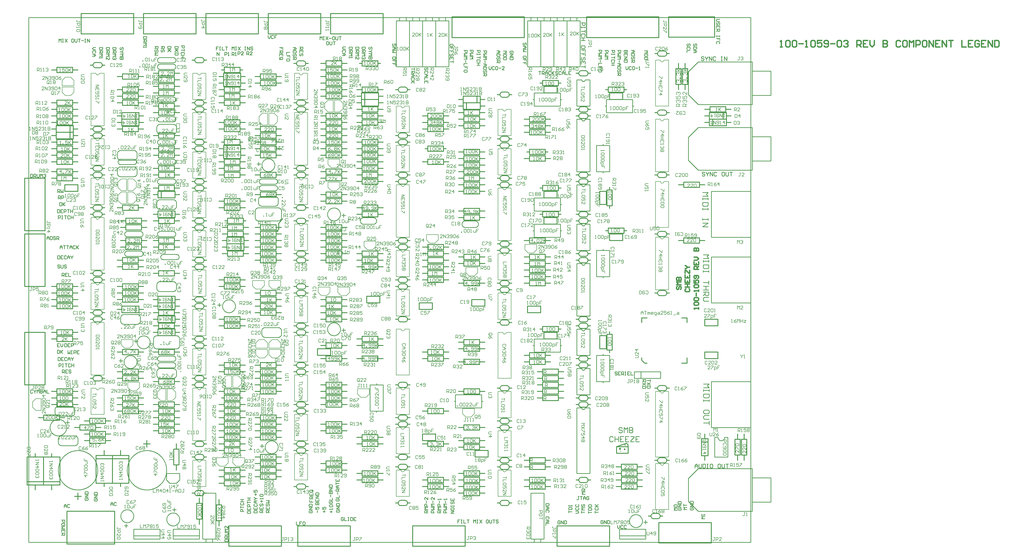
<source format=gto>
*%FSLAX24Y24*%
*%MOIN*%
G01*
%ADD11C,0.0060*%
%ADD12C,0.0073*%
%ADD13C,0.0080*%
%ADD14C,0.0100*%
%ADD15C,0.0120*%
%ADD16C,0.0150*%
%ADD17C,0.0200*%
%ADD18C,0.0240*%
%ADD19C,0.0280*%
%ADD20C,0.0300*%
%ADD21C,0.0320*%
%ADD22C,0.0360*%
%ADD23C,0.0400*%
%ADD24C,0.0400*%
%ADD25C,0.0420*%
%ADD26C,0.0440*%
%ADD27C,0.0450*%
%ADD28C,0.0480*%
%ADD29C,0.0500*%
%ADD30C,0.0500*%
%ADD31C,0.0520*%
%ADD32C,0.0540*%
%ADD33C,0.0550*%
%ADD34C,0.0560*%
%ADD35C,0.0590*%
%ADD36C,0.0600*%
%ADD37C,0.0620*%
%ADD38C,0.0660*%
%ADD39C,0.0700*%
%ADD40C,0.0750*%
%ADD41C,0.0800*%
%ADD42O,0.0800X0.1000*%
%ADD43O,0.0840X0.1040*%
%ADD44C,0.0900*%
%ADD45C,0.0950*%
%ADD46C,0.1000*%
%ADD47C,0.1040*%
%ADD48C,0.1150*%
%ADD49C,0.1200*%
%ADD50C,0.1240*%
%ADD51C,0.1250*%
%ADD52C,0.1290*%
%ADD53C,0.1400*%
%ADD54C,0.1500*%
%ADD55C,0.1540*%
%ADD56C,0.1600*%
%ADD57C,0.2500*%
%ADD58R,0.0160X0.0750*%
%ADD59R,0.0200X0.0790*%
%ADD60R,0.0500X0.0500*%
%ADD61R,0.0540X0.0540*%
%ADD62R,0.0620X0.0620*%
%ADD63R,0.0660X0.0660*%
%ADD64R,0.0750X0.0160*%
%ADD65R,0.0750X0.0750*%
%ADD66R,0.0790X0.0200*%
%ADD67R,0.0790X0.0790*%
%ADD68R,0.2500X0.2500*%
D11*
X132677Y114320D02*
X132843D01*
X132760D02*
X132677D01*
X132760D02*
Y113903D01*
X132677Y113820D01*
X132593D01*
X132510Y113903D01*
X133010Y114237D02*
X133093Y114320D01*
X133260D01*
X133343Y114237D01*
Y114153D01*
X133344D01*
X133343D02*
X133344D01*
X133343D02*
X133344D01*
X133343D02*
X133260Y114070D01*
X133176D01*
X133260D01*
X133343Y113987D01*
Y113903D01*
X133260Y113820D01*
X133093D01*
X133010Y113903D01*
X121710Y119537D02*
Y119703D01*
Y119620D01*
X121293D01*
X121210Y119703D01*
Y119787D01*
X121293Y119870D01*
X121210Y119370D02*
X121710D01*
Y119120D01*
X121627Y119037D01*
X121460D01*
X121377Y119120D01*
Y119370D01*
X121210Y118870D02*
Y118537D01*
Y118870D02*
X121543Y118537D01*
X121627D01*
X121710Y118620D01*
Y118787D01*
X121627Y118870D01*
X121710Y118370D02*
Y118037D01*
X121627D01*
X121293Y118370D01*
X121210D01*
X124210Y110570D02*
X124310Y110470D01*
X124210Y110570D02*
Y110770D01*
X124310Y110870D01*
X124410D01*
X124411D01*
X124410D02*
X124411D01*
X124410D02*
X124411D01*
X124410D02*
X124510Y110770D01*
Y110670D01*
Y110770D01*
X124610Y110870D01*
X124710D01*
X124810Y110770D01*
Y110570D01*
X124710Y110470D01*
Y111070D02*
X124810D01*
X124710D02*
Y111170D01*
X124810D01*
Y111070D01*
X124310Y111570D02*
X124210Y111670D01*
Y111870D01*
X124310Y111970D01*
X124410D01*
X124411D01*
X124410D02*
X124411D01*
X124410D02*
X124411D01*
X124410D02*
X124510Y111870D01*
Y111770D01*
Y111870D01*
X124610Y111970D01*
X124710D01*
X124810Y111870D01*
Y111670D01*
X124710Y111570D01*
X124810Y112169D02*
X124210D01*
X124610D02*
X124810D01*
X124610D02*
X124210Y112569D01*
X124510Y112269D01*
X124810Y112569D01*
X124760Y106770D02*
X124160D01*
Y107070D01*
X124260Y107170D01*
X124460D01*
X124560Y107070D01*
Y106770D01*
Y106970D02*
X124760Y107170D01*
X124260Y107370D02*
X124160Y107470D01*
Y107670D01*
X124260Y107770D01*
X124360D01*
X124361D01*
X124360D02*
X124361D01*
X124360D02*
X124361D01*
X124360D02*
X124460Y107670D01*
Y107570D01*
Y107670D01*
X124560Y107770D01*
X124660D01*
X124760Y107670D01*
Y107470D01*
X124660Y107370D01*
X124160Y107970D02*
Y108369D01*
Y107970D02*
X124460D01*
X124360Y108170D01*
Y108270D01*
X124460Y108369D01*
X124660D01*
X124760Y108270D01*
Y108070D01*
X124660Y107970D01*
X124760Y108569D02*
Y108969D01*
Y108569D02*
X124360Y108969D01*
X124260D01*
X124160Y108869D01*
Y108669D01*
X124260Y108569D01*
X124860Y94470D02*
X125193D01*
X124860D02*
X125193Y94803D01*
Y94887D01*
X125110Y94970D01*
X124943D01*
X124860Y94887D01*
X125360Y94470D02*
X125693D01*
X125360D02*
X125693Y94803D01*
Y94887D01*
X125610Y94970D01*
X125443D01*
X125360Y94887D01*
X125860D02*
X125943Y94970D01*
X126110D01*
X126193Y94887D01*
Y94553D01*
X126110Y94470D01*
X125943D01*
X125860Y94553D01*
Y94887D01*
X128010Y94670D02*
Y95170D01*
X128260D01*
X128343Y95087D01*
Y94920D01*
X128260Y94837D01*
X128010D01*
X128177D02*
X128343Y94670D01*
X128510D02*
X128676D01*
X128593D01*
Y95170D01*
X128594D01*
X128593D02*
X128510Y95087D01*
X129093D02*
X129260Y95170D01*
X129093Y95087D02*
X128926Y94920D01*
Y94753D01*
X129010Y94670D01*
X129176D01*
X129260Y94753D01*
Y94837D01*
X129176Y94920D01*
X128926D01*
X129676Y94670D02*
Y95170D01*
X129426Y94920D01*
X129759D01*
X128577Y104070D02*
X128410D01*
X128493D02*
X128577D01*
X128493D02*
Y104570D01*
X128494D01*
X128493D02*
X128410Y104487D01*
X128827Y104570D02*
Y104070D01*
X129160D02*
X128827Y104570D01*
X129160D02*
Y104070D01*
X129326Y104153D02*
X129410Y104070D01*
X129576D01*
X129660Y104153D01*
Y104487D01*
X129576Y104570D01*
X129410D01*
X129326Y104487D01*
Y104403D01*
X129410Y104320D01*
X129660D01*
X129826Y104070D02*
X129993D01*
X129910D01*
Y104570D01*
X129911D01*
X129910D02*
X129826Y104487D01*
X130493Y104570D02*
Y104070D01*
X130243Y104320D02*
X130493Y104570D01*
X130576Y104320D02*
X130243D01*
X131960Y104520D02*
Y104020D01*
X132210D01*
X132293Y104103D01*
Y104437D01*
X132210Y104520D01*
X131960D01*
X132460Y104437D02*
X132543Y104520D01*
X132710D01*
X132793Y104437D01*
Y104353D01*
X132794D01*
X132793D02*
X132794D01*
X132793D02*
X132794D01*
X132793D02*
X132710Y104270D01*
X132626D01*
X132710D01*
X132793Y104187D01*
Y104103D01*
X132710Y104020D01*
X132543D01*
X132460Y104103D01*
X130560Y105620D02*
X130393D01*
X130477D01*
Y105120D01*
X130478D01*
X130477D02*
X130560Y105203D01*
X130143Y105120D02*
Y105620D01*
X129810D02*
X130143Y105120D01*
X129810D02*
Y105620D01*
X129644Y105537D02*
X129560Y105620D01*
X129394D01*
X129310Y105537D01*
Y105203D01*
X129394Y105120D01*
X129560D01*
X129644Y105203D01*
Y105287D01*
X129560Y105370D01*
X129310D01*
X129144Y105620D02*
X128977D01*
X129060D01*
Y105120D01*
X129061D01*
X129060D02*
X129144Y105203D01*
X128477Y105120D02*
Y105620D01*
X128727Y105370D02*
X128477Y105120D01*
X128394Y105370D02*
X128727D01*
X132110Y105570D02*
Y105070D01*
X132360D01*
X132443Y105153D01*
Y105487D01*
X132360Y105570D01*
X132110D01*
X132860D02*
Y105070D01*
X132610Y105320D02*
X132860Y105570D01*
X132943Y105320D02*
X132610D01*
X129377Y106070D02*
X129210D01*
X129293D02*
X129377D01*
X129293D02*
Y106570D01*
X129294D01*
X129293D02*
X129210Y106487D01*
X129627Y106570D02*
Y106070D01*
Y106237D01*
X129960Y106570D01*
X129710Y106320D01*
X129960Y106070D01*
X132010D02*
Y106570D01*
X132260D01*
X132343Y106487D01*
Y106320D01*
X132260Y106237D01*
X132010D01*
X132177D02*
X132343Y106070D01*
X132510D02*
X132843D01*
X132510D02*
X132843Y106403D01*
Y106487D01*
X132760Y106570D01*
X132593D01*
X132510Y106487D01*
X132827Y96620D02*
X132993D01*
X132910D02*
X132827D01*
X132910D02*
Y96203D01*
X132827Y96120D01*
X132743D01*
X132660Y96203D01*
X133160Y96120D02*
X133493D01*
X133160D02*
X133493Y96453D01*
Y96537D01*
X133410Y96620D01*
X133243D01*
X133160Y96537D01*
X132460Y86370D02*
Y85870D01*
X132627Y86203D02*
X132460Y86370D01*
X132627Y86203D02*
X132793Y86370D01*
Y85870D01*
X132960Y86287D02*
X133043Y86370D01*
X133210D01*
X133293Y86287D01*
Y86203D01*
X133294D01*
X133293D02*
X133294D01*
X133293D02*
X133294D01*
X133293D02*
X133210Y86120D01*
X133126D01*
X133210D01*
X133293Y86037D01*
Y85953D01*
X133210Y85870D01*
X133043D01*
X132960Y85953D01*
X125143Y86120D02*
X124810D01*
X125143Y86453D01*
Y86537D01*
X125060Y86620D01*
X124893D01*
X124810Y86537D01*
X125310Y86120D02*
X125643D01*
X125310D02*
X125643Y86453D01*
Y86537D01*
X125560Y86620D01*
X125393D01*
X125310Y86537D01*
X125810D02*
X125893Y86620D01*
X126060D01*
X126143Y86537D01*
Y86203D01*
X126060Y86120D01*
X125893D01*
X125810Y86203D01*
Y86537D01*
X124510Y86870D02*
Y87370D01*
X124760D01*
X124843Y87287D01*
Y87120D01*
X124760Y87037D01*
X124510D01*
X124677D02*
X124843Y86870D01*
X125010D02*
X125176D01*
X125093D01*
Y87370D01*
X125094D01*
X125093D02*
X125010Y87287D01*
X125426Y87370D02*
X125760D01*
X125426D02*
Y87120D01*
X125593Y87203D01*
X125676D01*
X125760Y87120D01*
Y86953D01*
X125676Y86870D01*
X125510D01*
X125426Y86953D01*
X125926D02*
X126010Y86870D01*
X126176D01*
X126259Y86953D01*
Y87287D01*
X126176Y87370D01*
X126010D01*
X125926Y87287D01*
Y87203D01*
X126010Y87120D01*
X126259D01*
X132460Y76370D02*
Y75870D01*
X132627Y76203D02*
X132460Y76370D01*
X132627Y76203D02*
X132793Y76370D01*
Y75870D01*
X132960D02*
X133293D01*
X132960D02*
X133293Y76203D01*
Y76287D01*
X133210Y76370D01*
X133043D01*
X132960Y76287D01*
X127783Y74580D02*
X127450D01*
X127783Y74913D01*
Y74997D01*
X127700Y75080D01*
X127533D01*
X127450Y74997D01*
X127950Y75080D02*
X128283D01*
Y74997D01*
X127950Y74663D01*
Y74580D01*
X128450Y74413D02*
Y74913D01*
X128700D01*
X128783Y74830D01*
Y74663D01*
X128700Y74580D01*
X128450D01*
X128950Y75080D02*
X129283D01*
X128950D02*
Y74830D01*
X129116D01*
X128950D01*
Y74580D01*
X127783Y75856D02*
X127700Y75940D01*
X127533D01*
X127450Y75856D01*
Y75523D01*
X127533Y75440D01*
X127700D01*
X127783Y75523D01*
X127950Y75440D02*
X128283D01*
X127950D02*
X128283Y75773D01*
Y75856D01*
X128200Y75940D01*
X128033D01*
X127950Y75856D01*
X128450D02*
X128533Y75940D01*
X128700D01*
X128783Y75856D01*
Y75523D01*
X128700Y75440D01*
X128533D01*
X128450Y75523D01*
Y75856D01*
X128950Y75440D02*
X129116D01*
X129033D01*
Y75940D01*
X129034D01*
X129033D02*
X128950Y75856D01*
X128293Y66720D02*
X127960D01*
X128293Y67053D01*
Y67137D01*
X128210Y67220D01*
X128043D01*
X127960Y67137D01*
X128460Y67220D02*
X128793D01*
Y67137D01*
X128460Y66803D01*
Y66720D01*
X128960Y66553D02*
Y67053D01*
X129210D01*
X129293Y66970D01*
Y66803D01*
X129210Y66720D01*
X128960D01*
X129460Y67220D02*
X129793D01*
X129460D02*
Y66970D01*
X129626D01*
X129460D01*
Y66720D01*
X127893Y67887D02*
X127810Y67970D01*
X127643D01*
X127560Y67887D01*
Y67553D01*
X127643Y67470D01*
X127810D01*
X127893Y67553D01*
X128060Y67470D02*
X128393D01*
X128060D02*
X128393Y67803D01*
Y67887D01*
X128310Y67970D01*
X128143D01*
X128060Y67887D01*
X128560D02*
X128643Y67970D01*
X128810D01*
X128893Y67887D01*
Y67553D01*
X128810Y67470D01*
X128643D01*
X128560Y67553D01*
Y67887D01*
X129060Y67470D02*
X129393D01*
X129060D02*
X129393Y67803D01*
Y67887D01*
X129309Y67970D01*
X129143D01*
X129060Y67887D01*
X131560Y73820D02*
X131727D01*
X131643D01*
Y74320D01*
X131644D01*
X131643D02*
X131560Y74237D01*
X132143D02*
X132310Y74320D01*
X132143Y74237D02*
X131977Y74070D01*
Y73903D01*
X132060Y73820D01*
X132226D01*
X132310Y73903D01*
Y73987D01*
X132226Y74070D01*
X131977D01*
X132476Y73820D02*
Y74320D01*
X132643Y74153D01*
X132810Y74320D01*
Y73820D01*
X132976D02*
Y74320D01*
Y74070D02*
Y73820D01*
Y74070D02*
X133309D01*
Y74320D01*
Y73820D01*
X133476Y74153D02*
X133809D01*
X133476Y73820D01*
X133809D01*
X132960Y68920D02*
Y68837D01*
X133127Y68670D01*
X133293Y68837D01*
Y68920D01*
X133127Y68670D02*
Y68420D01*
X133460D02*
X133626D01*
X133543D01*
Y68920D01*
X133544D01*
X133543D02*
X133460Y68837D01*
X127210Y55970D02*
Y55803D01*
Y55887D01*
X127710D01*
X127711D01*
X127710D02*
X127627Y55970D01*
X127710Y55553D02*
X127210D01*
Y55220D02*
X127710Y55553D01*
Y55220D02*
X127210D01*
X127293Y55054D02*
X127210Y54970D01*
Y54804D01*
X127293Y54720D01*
X127627D01*
X127710Y54804D01*
Y54970D01*
X127627Y55054D01*
X127543D01*
X127460Y54970D01*
Y54720D01*
X127210Y54554D02*
Y54387D01*
Y54470D01*
X127710D01*
X127711D01*
X127710D02*
X127627Y54554D01*
X127710Y53887D02*
X127210D01*
X127460Y54137D02*
X127710Y53887D01*
X127460Y53804D02*
Y54137D01*
X126860Y56970D02*
X126360D01*
Y56720D01*
X126443Y56637D01*
X126777D01*
X126860Y56720D01*
Y56970D01*
X126443Y56470D02*
X126360Y56387D01*
Y56220D01*
X126443Y56137D01*
X126777D01*
X126860Y56220D01*
Y56387D01*
X126777Y56470D01*
X126693D01*
X126610Y56387D01*
Y56137D01*
X132710Y54353D02*
Y54020D01*
X132377Y54353D01*
X132293D01*
X132210Y54270D01*
Y54103D01*
X132293Y54020D01*
X132210Y54520D02*
Y54853D01*
X132293D01*
X132627Y54520D01*
X132710D01*
X132293Y55020D02*
X132210Y55103D01*
Y55270D01*
X132293Y55353D01*
X132627D01*
X132710Y55270D01*
Y55103D01*
X132627Y55020D01*
X132293D01*
X131410Y52370D02*
Y51870D01*
Y52370D02*
X131660D01*
X131743Y52287D01*
Y52120D01*
X131660Y52037D01*
X131410D01*
X131577D02*
X131743Y51870D01*
X131910D02*
X132076D01*
X131993D01*
Y52370D01*
X131994D01*
X131993D02*
X131910Y52287D01*
X132326Y52370D02*
X132660D01*
X132326D02*
Y52120D01*
X132493Y52203D01*
X132576D01*
X132660Y52120D01*
Y51953D01*
X132576Y51870D01*
X132410D01*
X132326Y51953D01*
X132826Y52370D02*
X133159D01*
Y52287D01*
X132826Y51953D01*
Y51870D01*
X133810Y53920D02*
Y54253D01*
Y53920D02*
X133477Y54253D01*
X133393D01*
X133310Y54170D01*
Y54003D01*
X133393Y53920D01*
X133810Y54420D02*
Y54753D01*
Y54420D02*
X133477Y54753D01*
X133393D01*
X133310Y54670D01*
Y54503D01*
X133393Y54420D01*
Y54920D02*
X133310Y55003D01*
Y55170D01*
X133393Y55253D01*
X133727D01*
X133810Y55170D01*
Y55003D01*
X133727Y54920D01*
X133393D01*
X132560Y57170D02*
Y57670D01*
X132810D01*
X132893Y57587D01*
Y57420D01*
X132810Y57337D01*
X132560D01*
X132727D02*
X132893Y57170D01*
X133060D02*
X133226D01*
X133143D01*
Y57670D01*
X133144D01*
X133143D02*
X133060Y57587D01*
X133476Y57670D02*
X133810D01*
X133476D02*
Y57420D01*
X133643Y57503D01*
X133726D01*
X133810Y57420D01*
Y57253D01*
X133726Y57170D01*
X133560D01*
X133476Y57253D01*
X133976Y57587D02*
X134060Y57670D01*
X134226D01*
X134309Y57587D01*
Y57503D01*
X134226Y57420D01*
X134309Y57337D01*
Y57253D01*
X134226Y57170D01*
X134060D01*
X133976Y57253D01*
Y57337D01*
X134060Y57420D01*
X133976Y57503D01*
Y57587D01*
X134060Y57420D02*
X134226D01*
X130810Y55920D02*
X130310D01*
X130810D02*
Y55670D01*
X130727Y55587D01*
X130560D01*
X130477Y55670D01*
Y55920D01*
X130810Y55170D02*
X130727Y55087D01*
X130810Y55170D02*
Y55337D01*
X130727Y55420D01*
X130393D01*
X130310Y55337D01*
Y55170D01*
X130393Y55087D01*
Y54920D02*
X130310Y54837D01*
Y54670D01*
X130393Y54587D01*
X130727D01*
X130810Y54670D01*
Y54837D01*
X130727Y54920D01*
X130643D01*
X130560Y54837D01*
Y54587D01*
X130727Y54420D02*
X130810Y54337D01*
Y54171D01*
X130727Y54087D01*
X130393D01*
X130310Y54171D01*
Y54337D01*
X130393Y54420D01*
X130727D01*
Y53921D02*
X130810Y53837D01*
Y53671D01*
X130727Y53587D01*
X130393D01*
X130310Y53671D01*
Y53837D01*
X130393Y53921D01*
X130727D01*
X128260Y56603D02*
Y57020D01*
Y56603D02*
X128343Y56520D01*
X128510D01*
X128593Y56603D01*
Y57020D01*
X128760Y56520D02*
X129093D01*
X128760D02*
X129093Y56853D01*
Y56937D01*
X129010Y57020D01*
X128843D01*
X128760Y56937D01*
X129426D02*
X129593Y57020D01*
X129426Y56937D02*
X129260Y56770D01*
Y56603D01*
X129343Y56520D01*
X129510D01*
X129593Y56603D01*
Y56687D01*
X129510Y56770D01*
X129260D01*
X133477Y44870D02*
X133643D01*
X133560D02*
X133477D01*
X133560D02*
Y44453D01*
X133477Y44370D01*
X133393D01*
X133310Y44453D01*
X133810Y44370D02*
X133976D01*
X133893D01*
Y44870D01*
X133894D01*
X133893D02*
X133810Y44787D01*
X128860Y57220D02*
Y57720D01*
X129027Y57553D01*
X129193Y57720D01*
Y57220D01*
X129360D02*
X129526D01*
X129443D01*
Y57720D01*
X129444D01*
X129443D02*
X129360Y57637D01*
X129043Y41070D02*
X128877D01*
X128960D01*
Y40653D01*
X128877Y40570D01*
X128793D01*
X128710Y40653D01*
X129210Y40570D02*
Y41070D01*
X129460D01*
X129543Y40987D01*
Y40820D01*
X129460Y40737D01*
X129210D01*
X129710Y40570D02*
X130043D01*
X129710D02*
X130043Y40903D01*
Y40987D01*
X129960Y41070D01*
X129793D01*
X129710Y40987D01*
X121010Y110987D02*
Y111320D01*
Y110987D02*
X120927D01*
X120593Y111320D01*
X120510D01*
Y110570D02*
X121010D01*
X120760Y110820D01*
Y110487D01*
X121010Y110320D02*
X120510D01*
X120760D01*
Y109987D01*
X121010D01*
X120510D01*
X121010Y109571D02*
X120927Y109487D01*
X121010Y109571D02*
Y109737D01*
X120927Y109820D01*
X120593D01*
X120510Y109737D01*
Y109571D01*
X120593Y109487D01*
X121010Y109321D02*
Y108987D01*
X120927D01*
X120593Y109321D01*
X120510D01*
Y108571D02*
X121010D01*
X120760Y108821D01*
Y108488D01*
X119010Y113820D02*
X118593D01*
X118510Y113737D01*
Y113570D01*
X118593Y113487D01*
X119010D01*
Y113320D02*
Y112987D01*
X118927D01*
X118593Y113320D01*
X118510D01*
Y112820D02*
Y112654D01*
Y112737D01*
X119010D01*
X119011D01*
X119010D02*
X118927Y112820D01*
X110260Y116637D02*
Y116803D01*
Y116720D01*
X109843D01*
X109760Y116803D01*
Y116887D01*
X109843Y116970D01*
X109760Y116470D02*
X110260D01*
Y116220D01*
X110177Y116137D01*
X110010D01*
X109927Y116220D01*
Y116470D01*
X109760Y115970D02*
Y115804D01*
Y115887D01*
X110260D01*
X110261D01*
X110260D02*
X110177Y115970D01*
X113360Y109120D02*
X113527D01*
X113443D01*
Y109620D01*
X113444D01*
X113443D02*
X113360Y109537D01*
X113777D02*
X113860Y109620D01*
X114026D01*
X114110Y109537D01*
Y109203D01*
X114026Y109120D01*
X113860D01*
X113777Y109203D01*
Y109537D01*
X114276D02*
X114360Y109620D01*
X114526D01*
X114610Y109537D01*
Y109203D01*
X114526Y109120D01*
X114360D01*
X114276Y109203D01*
Y109537D01*
X113360Y109970D02*
Y110470D01*
X113610D01*
X113693Y110387D01*
Y110220D01*
X113610Y110137D01*
X113360D01*
X113527D02*
X113693Y109970D01*
X113860Y110387D02*
X113943Y110470D01*
X114110D01*
X114193Y110387D01*
Y110303D01*
X114194D01*
X114193D02*
X114194D01*
X114193D02*
X114194D01*
X114193D02*
X114110Y110220D01*
X114026D01*
X114110D01*
X114193Y110137D01*
Y110053D01*
X114110Y109970D01*
X113943D01*
X113860Y110053D01*
X114360Y109970D02*
X114693D01*
X114360D02*
X114693Y110303D01*
Y110387D01*
X114610Y110470D01*
X114443D01*
X114360Y110387D01*
X114860D02*
X114943Y110470D01*
X115109D01*
X115193Y110387D01*
Y110303D01*
X115194D01*
X115193D02*
X115194D01*
X115193D02*
X115194D01*
X115193D02*
X115109Y110220D01*
X115026D01*
X115109D01*
X115193Y110137D01*
Y110053D01*
X115109Y109970D01*
X114943D01*
X114860Y110053D01*
X120343Y115737D02*
X120260Y115820D01*
X120093D01*
X120010Y115737D01*
Y115403D01*
X120093Y115320D01*
X120260D01*
X120343Y115403D01*
X120510Y115320D02*
X120843D01*
X120510D02*
X120843Y115653D01*
Y115737D01*
X120760Y115820D01*
X120593D01*
X120510Y115737D01*
X121010D02*
X121093Y115820D01*
X121260D01*
X121343Y115737D01*
Y115403D01*
X121260Y115320D01*
X121093D01*
X121010Y115403D01*
Y115737D01*
X121676D02*
X121843Y115820D01*
X121676Y115737D02*
X121510Y115570D01*
Y115403D01*
X121593Y115320D01*
X121759D01*
X121843Y115403D01*
Y115487D01*
X121759Y115570D01*
X121510D01*
X110543Y112637D02*
X110460Y112720D01*
X110293D01*
X110210Y112637D01*
Y112303D01*
X110293Y112220D01*
X110460D01*
X110543Y112303D01*
X110710Y112220D02*
X110876D01*
X110793D01*
Y112720D01*
X110794D01*
X110793D02*
X110710Y112637D01*
X111126Y112720D02*
X111460D01*
Y112637D01*
X111126Y112303D01*
Y112220D01*
X111626Y112720D02*
X111959D01*
X111626D02*
Y112470D01*
X111793Y112553D01*
X111876D01*
X111959Y112470D01*
Y112303D01*
X111876Y112220D01*
X111710D01*
X111626Y112303D01*
X123210Y110520D02*
X123310Y110420D01*
X123210Y110520D02*
Y110720D01*
X123310Y110820D01*
X123410D01*
X123411D01*
X123410D02*
X123411D01*
X123410D02*
X123411D01*
X123410D02*
X123510Y110720D01*
Y110620D01*
Y110720D01*
X123610Y110820D01*
X123710D01*
X123810Y110720D01*
Y110520D01*
X123710Y110420D01*
Y111020D02*
X123810D01*
X123710D02*
Y111120D01*
X123810D01*
Y111020D01*
X123310Y111520D02*
X123210Y111620D01*
Y111820D01*
X123310Y111920D01*
X123410D01*
X123411D01*
X123410D02*
X123411D01*
X123410D02*
X123411D01*
X123410D02*
X123510Y111820D01*
Y111720D01*
Y111820D01*
X123610Y111920D01*
X123710D01*
X123810Y111820D01*
Y111620D01*
X123710Y111520D01*
X123810Y112119D02*
X123210D01*
X123610D02*
X123810D01*
X123610D02*
X123210Y112519D01*
X123510Y112219D01*
X123810Y112519D01*
X123760Y106770D02*
X123160D01*
Y107070D01*
X123260Y107170D01*
X123460D01*
X123560Y107070D01*
Y106770D01*
Y106970D02*
X123760Y107170D01*
X123260Y107370D02*
X123160Y107470D01*
Y107670D01*
X123260Y107770D01*
X123360D01*
X123361D01*
X123360D02*
X123361D01*
X123360D02*
X123361D01*
X123360D02*
X123460Y107670D01*
Y107570D01*
Y107670D01*
X123560Y107770D01*
X123660D01*
X123760Y107670D01*
Y107470D01*
X123660Y107370D01*
X123160Y107970D02*
Y108369D01*
Y107970D02*
X123460D01*
X123360Y108170D01*
Y108270D01*
X123460Y108369D01*
X123660D01*
X123760Y108270D01*
Y108070D01*
X123660Y107970D01*
X123260Y108569D02*
X123160Y108669D01*
Y108869D01*
X123260Y108969D01*
X123360D01*
X123361D01*
X123360D02*
X123361D01*
X123360D02*
X123361D01*
X123360D02*
X123460Y108869D01*
Y108769D01*
Y108869D01*
X123560Y108969D01*
X123660D01*
X123760Y108869D01*
Y108669D01*
X123660Y108569D01*
X121310Y94170D02*
Y93837D01*
X121227D01*
X120893Y94170D01*
X120810D01*
Y93420D02*
X121310D01*
X121060Y93670D01*
Y93337D01*
X121310Y93170D02*
X120810D01*
X121060D01*
Y92837D01*
X121310D01*
X120810D01*
X121310Y92421D02*
X121227Y92337D01*
X121310Y92421D02*
Y92587D01*
X121227Y92670D01*
X120893D01*
X120810Y92587D01*
Y92421D01*
X120893Y92337D01*
X121227Y92171D02*
X121310Y92087D01*
Y91921D01*
X121227Y91837D01*
X120893D01*
X120810Y91921D01*
Y92087D01*
X120893Y92171D01*
X121227D01*
Y91671D02*
X121310Y91588D01*
Y91421D01*
X121227Y91338D01*
X120893D01*
X120810Y91421D01*
Y91588D01*
X120893Y91671D01*
X121227D01*
X118910Y95020D02*
X118493D01*
X118410Y94937D01*
Y94770D01*
X118493Y94687D01*
X118910D01*
Y94520D02*
Y94187D01*
Y94520D02*
X118660D01*
X118743Y94354D01*
Y94270D01*
X118660Y94187D01*
X118493D01*
X118410Y94270D01*
Y94437D01*
X118493Y94520D01*
X118410Y94020D02*
Y93854D01*
Y93937D01*
X118910D01*
X118911D01*
X118910D02*
X118827Y94020D01*
X123310Y96570D02*
X123393Y96487D01*
X123310Y96570D02*
X123143D01*
X123060Y96487D01*
Y96153D01*
X123143Y96070D01*
X123310D01*
X123393Y96153D01*
X123560Y96070D02*
X123893D01*
X123560D02*
X123893Y96403D01*
Y96487D01*
X123810Y96570D01*
X123643D01*
X123560Y96487D01*
X124060D02*
X124143Y96570D01*
X124310D01*
X124393Y96487D01*
Y96153D01*
X124310Y96070D01*
X124143D01*
X124060Y96153D01*
Y96487D01*
X124560D02*
X124643Y96570D01*
X124809D01*
X124893Y96487D01*
Y96153D01*
X124809Y96070D01*
X124643D01*
X124560Y96153D01*
Y96487D01*
X124260Y105520D02*
X124177Y105603D01*
X124260Y105520D02*
X124427D01*
X124510Y105603D01*
Y105937D01*
X124427Y106020D01*
X124260D01*
X124177Y105937D01*
X124010D02*
X123927Y106020D01*
X123760D01*
X123677Y105937D01*
Y105603D01*
X123760Y105520D01*
X123927D01*
X124010Y105603D01*
Y105687D01*
X123927Y105770D01*
X123677D01*
X123510Y106020D02*
X123177D01*
X123510D02*
X123177Y105687D01*
Y105603D01*
X123260Y105520D01*
X123427D01*
X123510Y105603D01*
X112810Y93820D02*
Y93653D01*
Y93737D01*
X113310D01*
X113311D01*
X113310D02*
X113227Y93820D01*
Y93403D02*
X113310Y93320D01*
Y93154D01*
X113227Y93070D01*
X112893D01*
X112810Y93154D01*
Y93320D01*
X112893Y93403D01*
X113227D01*
Y92904D02*
X113310Y92820D01*
Y92654D01*
X113227Y92570D01*
X112893D01*
X112810Y92654D01*
Y92820D01*
X112893Y92904D01*
X113227D01*
X113460Y95820D02*
X113960D01*
Y95570D01*
X113877Y95487D01*
X113710D01*
X113627Y95570D01*
Y95820D01*
Y95653D02*
X113460Y95487D01*
X113877Y95320D02*
X113960Y95237D01*
Y95070D01*
X113877Y94987D01*
X113793D01*
X113794D01*
X113793D02*
X113794D01*
X113793D02*
X113794D01*
X113793D02*
X113710Y95070D01*
Y95154D01*
Y95070D01*
X113627Y94987D01*
X113543D01*
X113460Y95070D01*
Y95237D01*
X113543Y95320D01*
X113460Y94820D02*
Y94654D01*
Y94737D01*
X113960D01*
X113961D01*
X113960D02*
X113877Y94820D01*
X113960Y94404D02*
Y94071D01*
X113877D01*
X113543Y94404D01*
X113460D01*
X111710Y99953D02*
Y100120D01*
Y100037D02*
Y99953D01*
Y100037D02*
X112210D01*
X112211D01*
X112210D02*
X112127Y100120D01*
Y99703D02*
X112210Y99620D01*
Y99454D01*
X112127Y99370D01*
X111793D01*
X111710Y99454D01*
Y99620D01*
X111793Y99703D01*
X112127D01*
Y99204D02*
X112210Y99120D01*
Y98954D01*
X112127Y98870D01*
X111793D01*
X111710Y98954D01*
Y99120D01*
X111793Y99204D01*
X112127D01*
Y98704D02*
X112210Y98620D01*
Y98454D01*
X112127Y98371D01*
X111793D01*
X111710Y98454D01*
Y98620D01*
X111793Y98704D01*
X112127D01*
X112043Y98204D02*
X111543D01*
X112043D02*
Y97954D01*
X111960Y97871D01*
X111793D01*
X111710Y97954D01*
Y98204D01*
X112210Y97704D02*
Y97371D01*
Y97704D02*
X111960D01*
Y97538D01*
Y97704D01*
X111710D01*
X112927Y102287D02*
X113010Y102370D01*
Y102537D01*
X112927Y102620D01*
X112593D01*
X112510Y102537D01*
Y102370D01*
X112593Y102287D01*
X112510Y102120D02*
Y101954D01*
Y102037D01*
X113010D01*
X113011D01*
X113010D02*
X112927Y102120D01*
X112593Y101704D02*
X112510Y101620D01*
Y101454D01*
X112593Y101370D01*
X112927D01*
X113010Y101454D01*
Y101620D01*
X112927Y101704D01*
X112843D01*
X112760Y101620D01*
Y101370D01*
X112510Y101204D02*
Y101037D01*
Y101120D01*
X113010D01*
X113011D01*
X113010D02*
X112927Y101204D01*
X113110Y106270D02*
X113277D01*
X113193D01*
Y106770D01*
X113194D01*
X113193D02*
X113110Y106687D01*
X113527D02*
X113610Y106770D01*
X113776D01*
X113860Y106687D01*
Y106353D01*
X113776Y106270D01*
X113610D01*
X113527Y106353D01*
Y106687D01*
X114026D02*
X114110Y106770D01*
X114276D01*
X114360Y106687D01*
Y106353D01*
X114276Y106270D01*
X114110D01*
X114026Y106353D01*
Y106687D01*
X114526D02*
X114610Y106770D01*
X114776D01*
X114859Y106687D01*
Y106353D01*
X114776Y106270D01*
X114610D01*
X114526Y106353D01*
Y106687D01*
X115026Y106603D02*
Y106103D01*
Y106603D02*
X115276D01*
X115359Y106520D01*
Y106353D01*
X115276Y106270D01*
X115026D01*
X115526Y106770D02*
X115859D01*
X115526D02*
Y106520D01*
X115692D01*
X115526D01*
Y106270D01*
X117010Y106320D02*
X117093Y106237D01*
X117010Y106320D02*
X116843D01*
X116760Y106237D01*
Y105903D01*
X116843Y105820D01*
X117010D01*
X117093Y105903D01*
X117260Y105820D02*
X117426D01*
X117343D01*
Y106320D01*
X117344D01*
X117343D02*
X117260Y106237D01*
X117676Y105903D02*
X117760Y105820D01*
X117926D01*
X118010Y105903D01*
Y106237D01*
X117926Y106320D01*
X117760D01*
X117676Y106237D01*
Y106153D01*
X117760Y106070D01*
X118010D01*
X118176Y106320D02*
X118509D01*
X118176D02*
Y106070D01*
X118343Y106153D01*
X118426D01*
X118509Y106070D01*
Y105903D01*
X118426Y105820D01*
X118260D01*
X118176Y105903D01*
X111027Y108070D02*
X110860D01*
X110943D02*
X111027D01*
X110943D02*
Y108570D01*
X110944D01*
X110943D02*
X110860Y108487D01*
X111277D02*
X111360Y108570D01*
X111526D01*
X111610Y108487D01*
Y108153D01*
X111526Y108070D01*
X111360D01*
X111277Y108153D01*
Y108487D01*
X111776D02*
X111860Y108570D01*
X112026D01*
X112110Y108487D01*
Y108153D01*
X112026Y108070D01*
X111860D01*
X111776Y108153D01*
Y108487D01*
X112276Y108403D02*
Y107903D01*
Y108403D02*
X112526D01*
X112609Y108320D01*
Y108153D01*
X112526Y108070D01*
X112276D01*
X112776Y108570D02*
X113109D01*
X112776D02*
Y108320D01*
X112943D01*
X112776D01*
Y108070D01*
X115960Y108670D02*
X116043Y108587D01*
X115960Y108670D02*
X115793D01*
X115710Y108587D01*
Y108253D01*
X115793Y108170D01*
X115960D01*
X116043Y108253D01*
X116210Y108170D02*
X116376D01*
X116293D01*
Y108670D01*
X116294D01*
X116293D02*
X116210Y108587D01*
X116626Y108253D02*
X116710Y108170D01*
X116876D01*
X116960Y108253D01*
Y108587D01*
X116876Y108670D01*
X116710D01*
X116626Y108587D01*
Y108503D01*
X116710Y108420D01*
X116960D01*
X117126Y108587D02*
X117210Y108670D01*
X117376D01*
X117459Y108587D01*
Y108503D01*
X117460D01*
X117459D02*
X117460D01*
X117459D02*
X117460D01*
X117459D02*
X117376Y108420D01*
X117293D01*
X117376D01*
X117459Y108337D01*
Y108253D01*
X117376Y108170D01*
X117210D01*
X117126Y108253D01*
X111343Y105437D02*
X111260Y105520D01*
X111093D01*
X111010Y105437D01*
Y105103D01*
X111093Y105020D01*
X111260D01*
X111343Y105103D01*
X111510Y105020D02*
X111676D01*
X111593D01*
Y105520D01*
X111594D01*
X111593D02*
X111510Y105437D01*
X111926Y105520D02*
X112260D01*
Y105437D01*
X111926Y105103D01*
Y105020D01*
X112593Y105437D02*
X112759Y105520D01*
X112593Y105437D02*
X112426Y105270D01*
Y105103D01*
X112510Y105020D01*
X112676D01*
X112759Y105103D01*
Y105187D01*
X112676Y105270D01*
X112426D01*
X105710Y95720D02*
X105793Y95637D01*
X105710Y95720D02*
X105543D01*
X105460Y95637D01*
Y95303D01*
X105543Y95220D01*
X105710D01*
X105793Y95303D01*
X105960Y95220D02*
X106126D01*
X106043D01*
Y95720D01*
X106044D01*
X106043D02*
X105960Y95637D01*
X106376Y95720D02*
X106710D01*
Y95637D01*
X106376Y95303D01*
Y95220D01*
X106876Y95720D02*
X107209D01*
Y95637D01*
X106876Y95303D01*
Y95220D01*
X121260Y102787D02*
Y103120D01*
Y102787D02*
X121177D01*
X120843Y103120D01*
X120760D01*
Y102370D02*
X121260D01*
X121010Y102620D01*
Y102287D01*
X121260Y102120D02*
X120760D01*
X121010D01*
Y101787D01*
X121260D01*
X120760D01*
X121260Y101371D02*
X121177Y101287D01*
X121260Y101371D02*
Y101537D01*
X121177Y101620D01*
X120843D01*
X120760Y101537D01*
Y101371D01*
X120843Y101287D01*
X120760Y101121D02*
Y100954D01*
Y101037D01*
X121260D01*
X121261D01*
X121260D02*
X121177Y101121D01*
Y100704D02*
X121260Y100621D01*
Y100454D01*
X121177Y100371D01*
X121093D01*
X121094D01*
X121093D02*
X121094D01*
X121093D02*
X121094D01*
X121093D02*
X121010Y100454D01*
Y100538D01*
Y100454D01*
X120927Y100371D01*
X120843D01*
X120760Y100454D01*
Y100621D01*
X120843Y100704D01*
X121177Y100204D02*
X121260Y100121D01*
Y99954D01*
X121177Y99871D01*
X121093D01*
X121010Y99954D01*
X120927Y99871D01*
X120843D01*
X120760Y99954D01*
Y100121D01*
X120843Y100204D01*
X120927D01*
X121010Y100121D01*
X121093Y100204D01*
X121177D01*
X121010Y100121D02*
Y99954D01*
X119010Y104570D02*
X118593D01*
X118510Y104487D01*
Y104320D01*
X118593Y104237D01*
X119010D01*
X118927Y103904D02*
X119010Y103737D01*
X118927Y103904D02*
X118760Y104070D01*
X118593D01*
X118510Y103987D01*
Y103820D01*
X118593Y103737D01*
X118677D01*
X118760Y103820D01*
Y104070D01*
X119010Y103570D02*
Y103237D01*
Y103570D02*
X118760D01*
X118843Y103404D01*
Y103320D01*
X118760Y103237D01*
X118593D01*
X118510Y103320D01*
Y103487D01*
X118593Y103570D01*
X118527Y78253D02*
X118610Y78170D01*
X118777D01*
X118860Y78253D01*
Y78587D01*
X118777Y78670D01*
X118610D01*
X118527Y78587D01*
X118360D02*
X118277Y78670D01*
X118110D01*
X118027Y78587D01*
Y78253D01*
X118110Y78170D01*
X118277D01*
X118360Y78253D01*
Y78337D01*
X118277Y78420D01*
X118027D01*
X117860Y78253D02*
X117777Y78170D01*
X117610D01*
X117527Y78253D01*
Y78587D01*
X117610Y78670D01*
X117777D01*
X117860Y78587D01*
Y78253D01*
X121010Y84487D02*
Y84820D01*
Y84487D02*
X120927D01*
X120593Y84820D01*
X120510D01*
Y84070D02*
X121010D01*
X120760Y84320D01*
Y83987D01*
X121010Y83820D02*
X120510D01*
X120760D01*
Y83487D01*
X121010D01*
X120510D01*
X121010Y83071D02*
X120927Y82987D01*
X121010Y83071D02*
Y83237D01*
X120927Y83320D01*
X120593D01*
X120510Y83237D01*
Y83071D01*
X120593Y82987D01*
X120510Y82821D02*
Y82654D01*
Y82737D01*
X121010D01*
X121011D01*
X121010D02*
X120927Y82821D01*
Y82404D02*
X121010Y82321D01*
Y82154D01*
X120927Y82071D01*
X120843D01*
X120844D01*
X120843D02*
X120844D01*
X120843D02*
X120844D01*
X120843D02*
X120760Y82154D01*
Y82238D01*
Y82154D01*
X120677Y82071D01*
X120593D01*
X120510Y82154D01*
Y82321D01*
X120593Y82404D01*
X120927Y81904D02*
X121010Y81821D01*
Y81654D01*
X120927Y81571D01*
X120843D01*
X120760Y81654D01*
X120677Y81571D01*
X120593D01*
X120510Y81654D01*
Y81821D01*
X120593Y81904D01*
X120677D01*
X120760Y81821D01*
X120843Y81904D01*
X120927D01*
X120760Y81821D02*
Y81654D01*
X119200Y88003D02*
Y88420D01*
Y88003D02*
X119283Y87920D01*
X119450D01*
X119533Y88003D01*
Y88420D01*
X119700D02*
X120033D01*
X119700D02*
Y88170D01*
X119866Y88253D01*
X119950D01*
X120033Y88170D01*
Y88003D01*
X119950Y87920D01*
X119783D01*
X119700Y88003D01*
X120200Y88336D02*
X120283Y88420D01*
X120450D01*
X120533Y88336D01*
Y88003D01*
X120450Y87920D01*
X120283D01*
X120200Y88003D01*
Y88336D01*
X123827Y87153D02*
X123910Y87070D01*
X124077D01*
X124160Y87153D01*
Y87487D01*
X124077Y87570D01*
X123910D01*
X123827Y87487D01*
X123660D02*
X123577Y87570D01*
X123410D01*
X123327Y87487D01*
Y87153D01*
X123410Y87070D01*
X123577D01*
X123660Y87153D01*
Y87237D01*
X123577Y87320D01*
X123327D01*
X123160Y87570D02*
X122994D01*
X123077D01*
Y87070D01*
X123078D01*
X123077D02*
X123160Y87153D01*
X110977Y86620D02*
X110810D01*
X110893D02*
X110977D01*
X110893D02*
Y87120D01*
X110894D01*
X110893D02*
X110810Y87037D01*
X111227D02*
X111310Y87120D01*
X111476D01*
X111560Y87037D01*
Y86703D01*
X111476Y86620D01*
X111310D01*
X111227Y86703D01*
Y87037D01*
X111726D02*
X111810Y87120D01*
X111976D01*
X112060Y87037D01*
Y86703D01*
X111976Y86620D01*
X111810D01*
X111726Y86703D01*
Y87037D01*
X112226Y86953D02*
Y86453D01*
Y86953D02*
X112476D01*
X112559Y86870D01*
Y86703D01*
X112476Y86620D01*
X112226D01*
X112726Y87120D02*
X113059D01*
X112726D02*
Y86870D01*
X112893D01*
X112726D01*
Y86620D01*
X115610Y87120D02*
X115693Y87037D01*
X115610Y87120D02*
X115443D01*
X115360Y87037D01*
Y86703D01*
X115443Y86620D01*
X115610D01*
X115693Y86703D01*
X115860Y86620D02*
X116026D01*
X115943D01*
Y87120D01*
X115944D01*
X115943D02*
X115860Y87037D01*
X116443D02*
X116610Y87120D01*
X116443Y87037D02*
X116276Y86870D01*
Y86703D01*
X116360Y86620D01*
X116526D01*
X116610Y86703D01*
Y86787D01*
X116526Y86870D01*
X116276D01*
X116776Y86703D02*
X116860Y86620D01*
X117026D01*
X117109Y86703D01*
Y87037D01*
X117026Y87120D01*
X116860D01*
X116776Y87037D01*
Y86953D01*
X116860Y86870D01*
X117109D01*
X110910Y93553D02*
Y93720D01*
Y93637D02*
Y93553D01*
Y93637D02*
X111410D01*
X111411D01*
X111410D02*
X111327Y93720D01*
Y93303D02*
X111410Y93220D01*
Y93054D01*
X111327Y92970D01*
X110993D01*
X110910Y93054D01*
Y93220D01*
X110993Y93303D01*
X111327D01*
Y92804D02*
X111410Y92720D01*
Y92554D01*
X111327Y92470D01*
X110993D01*
X110910Y92554D01*
Y92720D01*
X110993Y92804D01*
X111327D01*
X111243Y92304D02*
X110743D01*
X111243D02*
Y92054D01*
X111160Y91971D01*
X110993D01*
X110910Y92054D01*
Y92304D01*
X111410Y91804D02*
Y91471D01*
Y91804D02*
X111160D01*
Y91637D01*
Y91804D01*
X110910D01*
X111727Y95537D02*
X111810Y95620D01*
Y95787D01*
X111727Y95870D01*
X111393D01*
X111310Y95787D01*
Y95620D01*
X111393Y95537D01*
X111310Y95370D02*
Y95204D01*
Y95287D01*
X111810D01*
X111811D01*
X111810D02*
X111727Y95370D01*
Y94954D02*
X111810Y94870D01*
Y94704D01*
X111727Y94620D01*
X111643D01*
X111560Y94704D01*
X111477Y94620D01*
X111393D01*
X111310Y94704D01*
Y94870D01*
X111393Y94954D01*
X111477D01*
X111560Y94870D01*
X111643Y94954D01*
X111727D01*
X111560Y94870D02*
Y94704D01*
X111393Y94454D02*
X111310Y94370D01*
Y94204D01*
X111393Y94121D01*
X111727D01*
X111810Y94204D01*
Y94370D01*
X111727Y94454D01*
X111643D01*
X111560Y94370D01*
Y94121D01*
X111760Y84120D02*
Y83953D01*
Y84037D01*
X112260D01*
X112261D01*
X112260D02*
X112177Y84120D01*
Y83703D02*
X112260Y83620D01*
Y83454D01*
X112177Y83370D01*
X111843D01*
X111760Y83454D01*
Y83620D01*
X111843Y83703D01*
X112177D01*
Y83204D02*
X112260Y83120D01*
Y82954D01*
X112177Y82870D01*
X111843D01*
X111760Y82954D01*
Y83120D01*
X111843Y83204D01*
X112177D01*
Y82704D02*
X112260Y82620D01*
Y82454D01*
X112177Y82371D01*
X111843D01*
X111760Y82454D01*
Y82620D01*
X111843Y82704D01*
X112177D01*
X112093Y82204D02*
X111593D01*
X112093D02*
Y81954D01*
X112010Y81871D01*
X111843D01*
X111760Y81954D01*
Y82204D01*
X112260Y81704D02*
Y81371D01*
Y81704D02*
X112010D01*
Y81538D01*
Y81704D01*
X111760D01*
X113627Y84987D02*
X113710Y85070D01*
Y85237D01*
X113627Y85320D01*
X113293D01*
X113210Y85237D01*
Y85070D01*
X113293Y84987D01*
X113210Y84820D02*
Y84654D01*
Y84737D01*
X113710D01*
X113711D01*
X113710D02*
X113627Y84820D01*
X113710Y84404D02*
Y84070D01*
X113627D01*
X113293Y84404D01*
X113210D01*
Y83904D02*
Y83737D01*
Y83820D01*
X113710D01*
X113711D01*
X113710D02*
X113627Y83904D01*
X111543Y89437D02*
X111460Y89520D01*
X111293D01*
X111210Y89437D01*
Y89103D01*
X111293Y89020D01*
X111460D01*
X111543Y89103D01*
X111710Y89020D02*
X111876D01*
X111793D01*
Y89520D01*
X111794D01*
X111793D02*
X111710Y89437D01*
X112126Y89520D02*
X112460D01*
Y89437D01*
X112126Y89103D01*
Y89020D01*
X112626Y89437D02*
X112710Y89520D01*
X112876D01*
X112959Y89437D01*
Y89353D01*
X112876Y89270D01*
X112959Y89187D01*
Y89103D01*
X112876Y89020D01*
X112710D01*
X112626Y89103D01*
Y89187D01*
X112710Y89270D01*
X112626Y89353D01*
Y89437D01*
X112710Y89270D02*
X112876D01*
X113610Y83370D02*
X113693Y83287D01*
X113610Y83370D02*
X113443D01*
X113360Y83287D01*
Y82953D01*
X113443Y82870D01*
X113610D01*
X113693Y82953D01*
X113860Y82870D02*
X114026D01*
X113943D01*
Y83370D01*
X113944D01*
X113943D02*
X113860Y83287D01*
X114276Y83370D02*
X114610D01*
Y83287D01*
X114276Y82953D01*
Y82870D01*
X114776Y82953D02*
X114860Y82870D01*
X115026D01*
X115109Y82953D01*
Y83287D01*
X115026Y83370D01*
X114860D01*
X114776Y83287D01*
Y83203D01*
X114860Y83120D01*
X115109D01*
X113427Y87620D02*
X113260D01*
X113343D02*
X113427D01*
X113343D02*
Y88120D01*
X113344D01*
X113343D02*
X113260Y88037D01*
X113677D02*
X113760Y88120D01*
X113926D01*
X114010Y88037D01*
Y87703D01*
X113926Y87620D01*
X113760D01*
X113677Y87703D01*
Y88037D01*
X114176D02*
X114260Y88120D01*
X114426D01*
X114510Y88037D01*
Y87703D01*
X114426Y87620D01*
X114260D01*
X114176Y87703D01*
Y88037D01*
X116560Y88070D02*
Y87570D01*
Y88070D02*
X116810D01*
X116893Y87987D01*
Y87820D01*
X116810Y87737D01*
X116560D01*
X116727D02*
X116893Y87570D01*
X117060Y87987D02*
X117143Y88070D01*
X117310D01*
X117393Y87987D01*
Y87903D01*
X117394D01*
X117393D02*
X117394D01*
X117393D02*
X117394D01*
X117393D02*
X117310Y87820D01*
X117226D01*
X117310D01*
X117393Y87737D01*
Y87653D01*
X117310Y87570D01*
X117143D01*
X117060Y87653D01*
X117560Y87570D02*
X117726D01*
X117643D01*
Y88070D01*
X117644D01*
X117643D02*
X117560Y87987D01*
X117976Y87570D02*
X118143D01*
X118060D01*
Y88070D01*
X118061D01*
X118060D02*
X117976Y87987D01*
X116043Y65120D02*
X115877D01*
X115960D01*
Y64703D01*
X115877Y64620D01*
X115793D01*
X115710Y64703D01*
X116210Y64620D02*
Y65120D01*
X116460D01*
X116543Y65037D01*
Y64870D01*
X116460Y64787D01*
X116210D01*
X116710Y64620D02*
X116876D01*
X116793D01*
Y65120D01*
X116794D01*
X116793D02*
X116710Y65037D01*
X117126D02*
X117210Y65120D01*
X117376D01*
X117459Y65037D01*
Y64953D01*
X117376Y64870D01*
X117459Y64787D01*
Y64703D01*
X117376Y64620D01*
X117210D01*
X117126Y64703D01*
Y64787D01*
X117210Y64870D01*
X117126Y64953D01*
Y65037D01*
X117210Y64870D02*
X117376D01*
X117810Y75070D02*
Y75403D01*
X117977Y75570D01*
X118143Y75403D01*
Y75070D01*
Y75320D01*
X117810D01*
X118310Y75570D02*
X118643D01*
X118476D01*
Y75070D01*
X118810D02*
Y75403D01*
X118893D01*
X118976Y75320D01*
Y75070D01*
Y75320D01*
X119060Y75403D01*
X119143Y75320D01*
Y75070D01*
X119393D02*
X119559D01*
X119393D02*
X119310Y75153D01*
Y75320D01*
X119393Y75403D01*
X119559D01*
X119643Y75320D01*
Y75237D01*
X119310D01*
X119976Y74903D02*
X120059D01*
X120143Y74987D01*
Y75403D01*
X119893D01*
X119809Y75320D01*
Y75153D01*
X119893Y75070D01*
X120143D01*
X120392Y75403D02*
X120559D01*
X120642Y75320D01*
Y75070D01*
X120392D01*
X120309Y75153D01*
X120392Y75237D01*
X120642D01*
X120809Y75070D02*
X121142D01*
X120809D02*
X121142Y75403D01*
Y75487D01*
X121059Y75570D01*
X120892D01*
X120809Y75487D01*
X121309Y75570D02*
X121642D01*
X121309D02*
Y75320D01*
X121475Y75403D01*
X121559D01*
X121642Y75320D01*
Y75153D01*
X121559Y75070D01*
X121392D01*
X121309Y75153D01*
X121975Y75487D02*
X122142Y75570D01*
X121975Y75487D02*
X121809Y75320D01*
Y75153D01*
X121892Y75070D01*
X122059D01*
X122142Y75153D01*
Y75237D01*
X122059Y75320D01*
X121809D01*
X122309Y75070D02*
X122475D01*
X122392D01*
Y75570D01*
X122393D01*
X122392D02*
X122309Y75487D01*
X122725Y74987D02*
X123058D01*
X123308Y75403D02*
X123475D01*
X123558Y75320D01*
Y75070D01*
X123308D01*
X123225Y75153D01*
X123308Y75237D01*
X123558D01*
X117327Y68470D02*
X116910D01*
X117327D02*
X117410Y68553D01*
Y68720D01*
X117327Y68803D01*
X116910D01*
X117410Y68970D02*
Y69303D01*
Y68970D02*
X117077Y69303D01*
X116993D01*
X116910Y69220D01*
Y69053D01*
X116993Y68970D01*
X116910Y69720D02*
X117410D01*
X117160Y69470D02*
X116910Y69720D01*
X117160Y69803D02*
Y69470D01*
X112760Y71403D02*
Y71570D01*
Y71487D02*
Y71403D01*
Y71487D02*
X113260D01*
X113261D01*
X113260D02*
X113177Y71570D01*
Y71153D02*
X113260Y71070D01*
Y70904D01*
X113177Y70820D01*
X112843D01*
X112760Y70904D01*
Y71070D01*
X112843Y71153D01*
X113177D01*
Y70654D02*
X113260Y70570D01*
Y70404D01*
X113177Y70320D01*
X112843D01*
X112760Y70404D01*
Y70570D01*
X112843Y70654D01*
X113177D01*
X113310Y74970D02*
X112810D01*
X113310D02*
Y74720D01*
X113227Y74637D01*
X113060D01*
X112977Y74720D01*
Y74970D01*
Y74803D02*
X112810Y74637D01*
X113227Y74470D02*
X113310Y74387D01*
Y74220D01*
X113227Y74137D01*
X113143D01*
X113144D01*
X113143D02*
X113144D01*
X113143D02*
X113144D01*
X113143D02*
X113060Y74220D01*
Y74304D01*
Y74220D01*
X112977Y74137D01*
X112893D01*
X112810Y74220D01*
Y74387D01*
X112893Y74470D01*
X112810Y73970D02*
Y73804D01*
Y73887D01*
X113310D01*
X113311D01*
X113310D02*
X113227Y73970D01*
Y73554D02*
X113310Y73470D01*
Y73304D01*
X113227Y73221D01*
X113143D01*
X113144D01*
X113143D02*
X113144D01*
X113143D02*
X113144D01*
X113143D02*
X113060Y73304D01*
Y73387D01*
Y73304D01*
X112977Y73221D01*
X112893D01*
X112810Y73304D01*
Y73470D01*
X112893Y73554D01*
X111310Y74003D02*
Y74170D01*
Y74087D02*
Y74003D01*
Y74087D02*
X111810D01*
X111811D01*
X111810D02*
X111727Y74170D01*
Y73753D02*
X111810Y73670D01*
Y73504D01*
X111727Y73420D01*
X111393D01*
X111310Y73504D01*
Y73670D01*
X111393Y73753D01*
X111727D01*
Y73254D02*
X111810Y73170D01*
Y73004D01*
X111727Y72920D01*
X111393D01*
X111310Y73004D01*
Y73170D01*
X111393Y73254D01*
X111727D01*
X111643Y72754D02*
X111143D01*
X111643D02*
Y72504D01*
X111560Y72421D01*
X111393D01*
X111310Y72504D01*
Y72754D01*
X111810Y72254D02*
Y71921D01*
Y72254D02*
X111560D01*
Y72087D01*
Y72254D01*
X111310D01*
X112427Y73637D02*
X112510Y73720D01*
Y73887D01*
X112427Y73970D01*
X112093D01*
X112010Y73887D01*
Y73720D01*
X112093Y73637D01*
X112010Y73470D02*
Y73304D01*
Y73387D01*
X112510D01*
X112511D01*
X112510D02*
X112427Y73470D01*
X112510Y73054D02*
Y72720D01*
X112427D01*
X112093Y73054D01*
X112010D01*
X112427Y72554D02*
X112510Y72470D01*
Y72304D01*
X112427Y72221D01*
X112343D01*
X112344D01*
X112343D02*
X112344D01*
X112343D02*
X112344D01*
X112343D02*
X112260Y72304D01*
Y72387D01*
Y72304D01*
X112177Y72221D01*
X112093D01*
X112010Y72304D01*
Y72470D01*
X112093Y72554D01*
X111660Y68220D02*
Y68053D01*
Y68137D01*
X112160D01*
X112161D01*
X112160D02*
X112077Y68220D01*
Y67803D02*
X112160Y67720D01*
Y67554D01*
X112077Y67470D01*
X111743D01*
X111660Y67554D01*
Y67720D01*
X111743Y67803D01*
X112077D01*
Y67304D02*
X112160Y67220D01*
Y67054D01*
X112077Y66970D01*
X111743D01*
X111660Y67054D01*
Y67220D01*
X111743Y67304D01*
X112077D01*
Y66804D02*
X112160Y66720D01*
Y66554D01*
X112077Y66471D01*
X111743D01*
X111660Y66554D01*
Y66720D01*
X111743Y66804D01*
X112077D01*
X111993Y66304D02*
X111493D01*
X111993D02*
Y66054D01*
X111910Y65971D01*
X111743D01*
X111660Y66054D01*
Y66304D01*
X112160Y65804D02*
Y65471D01*
Y65804D02*
X111910D01*
Y65638D01*
Y65804D01*
X111660D01*
X113527Y67887D02*
X113610Y67970D01*
Y68137D01*
X113527Y68220D01*
X113193D01*
X113110Y68137D01*
Y67970D01*
X113193Y67887D01*
X113110Y67720D02*
Y67554D01*
Y67637D01*
X113610D01*
X113611D01*
X113610D02*
X113527Y67720D01*
Y67304D02*
X113610Y67220D01*
Y67054D01*
X113527Y66970D01*
X113443D01*
X113360Y67054D01*
X113277Y66970D01*
X113193D01*
X113110Y67054D01*
Y67220D01*
X113193Y67304D01*
X113277D01*
X113360Y67220D01*
X113443Y67304D01*
X113527D01*
X113360Y67220D02*
Y67054D01*
X113110Y66804D02*
Y66637D01*
Y66720D01*
X113610D01*
X113611D01*
X113610D02*
X113527Y66804D01*
X105693Y67687D02*
X105610Y67770D01*
X105443D01*
X105360Y67687D01*
Y67353D01*
X105443Y67270D01*
X105610D01*
X105693Y67353D01*
X105860Y67270D02*
X106193D01*
X105860D02*
X106193Y67603D01*
Y67687D01*
X106110Y67770D01*
X105943D01*
X105860Y67687D01*
X106360D02*
X106443Y67770D01*
X106610D01*
X106693Y67687D01*
Y67353D01*
X106610Y67270D01*
X106443D01*
X106360Y67353D01*
Y67687D01*
X106860Y67770D02*
X107193D01*
Y67687D01*
X106860Y67353D01*
Y67270D01*
X105693Y73937D02*
X105610Y74020D01*
X105443D01*
X105360Y73937D01*
Y73603D01*
X105443Y73520D01*
X105610D01*
X105693Y73603D01*
X105860Y73520D02*
X106026D01*
X105943D01*
Y74020D01*
X105944D01*
X105943D02*
X105860Y73937D01*
X106276D02*
X106360Y74020D01*
X106526D01*
X106610Y73937D01*
Y73853D01*
X106526Y73770D01*
X106610Y73687D01*
Y73603D01*
X106526Y73520D01*
X106360D01*
X106276Y73603D01*
Y73687D01*
X106360Y73770D01*
X106276Y73853D01*
Y73937D01*
X106360Y73770D02*
X106526D01*
X106776Y73937D02*
X106860Y74020D01*
X107026D01*
X107109Y73937D01*
Y73603D01*
X107026Y73520D01*
X106860D01*
X106776Y73603D01*
Y73937D01*
X123210Y64020D02*
X123293Y63937D01*
X123210Y64020D02*
X123043D01*
X122960Y63937D01*
Y63603D01*
X123043Y63520D01*
X123210D01*
X123293Y63603D01*
X123460Y63520D02*
X123626D01*
X123543D01*
Y64020D01*
X123544D01*
X123543D02*
X123460Y63937D01*
X124043D02*
X124210Y64020D01*
X124043Y63937D02*
X123876Y63770D01*
Y63603D01*
X123960Y63520D01*
X124126D01*
X124210Y63603D01*
Y63687D01*
X124126Y63770D01*
X123876D01*
X124376Y64020D02*
X124709D01*
Y63937D01*
X124376Y63603D01*
Y63520D01*
X121060Y61920D02*
Y61587D01*
X120977D01*
X120643Y61920D01*
X120560D01*
Y61170D02*
X121060D01*
X120810Y61420D01*
Y61087D01*
X121060Y60920D02*
X120560D01*
X120810D01*
Y60587D01*
X121060D01*
X120560D01*
X121060Y60171D02*
X120977Y60087D01*
X121060Y60171D02*
Y60337D01*
X120977Y60420D01*
X120643D01*
X120560Y60337D01*
Y60171D01*
X120643Y60087D01*
X121060Y59921D02*
Y59587D01*
Y59921D02*
X120810D01*
X120893Y59754D01*
Y59671D01*
X120810Y59587D01*
X120643D01*
X120560Y59671D01*
Y59837D01*
X120643Y59921D01*
X121060Y59421D02*
Y59088D01*
X120977D01*
X120643Y59421D01*
X120560D01*
Y58671D02*
X121060D01*
X120810Y58921D01*
Y58588D01*
X118960Y63120D02*
X118543D01*
X118460Y63037D01*
Y62870D01*
X118543Y62787D01*
X118960D01*
Y62620D02*
Y62287D01*
Y62620D02*
X118710D01*
X118793Y62454D01*
Y62370D01*
X118710Y62287D01*
X118543D01*
X118460Y62370D01*
Y62537D01*
X118543Y62620D01*
X118460Y62120D02*
Y61787D01*
Y62120D02*
X118793Y61787D01*
X118877D01*
X118960Y61870D01*
Y62037D01*
X118877Y62120D01*
X115643Y48520D02*
X115310D01*
X115643Y48853D01*
Y48937D01*
X115560Y49020D01*
X115393D01*
X115310Y48937D01*
X115810Y48520D02*
X116143D01*
X115810D02*
X116143Y48853D01*
Y48937D01*
X116060Y49020D01*
X115893D01*
X115810Y48937D01*
X116310D02*
X116393Y49020D01*
X116560D01*
X116643Y48937D01*
Y48603D01*
X116560Y48520D01*
X116393D01*
X116310Y48603D01*
Y48937D01*
X111810Y49070D02*
Y48570D01*
Y49070D02*
X112060D01*
X112143Y48987D01*
Y48820D01*
X112060Y48737D01*
X111810D01*
X111977D02*
X112143Y48570D01*
X112310D02*
X112476D01*
X112393D01*
Y49070D01*
X112394D01*
X112393D02*
X112310Y48987D01*
X112893D02*
X113060Y49070D01*
X112893Y48987D02*
X112726Y48820D01*
Y48653D01*
X112810Y48570D01*
X112976D01*
X113060Y48653D01*
Y48737D01*
X112976Y48820D01*
X112726D01*
X113226Y48570D02*
X113559D01*
X113226D02*
X113559Y48903D01*
Y48987D01*
X113476Y49070D01*
X113310D01*
X113226Y48987D01*
X115460Y49570D02*
X115793D01*
X115460D02*
X115793Y49903D01*
Y49987D01*
X115710Y50070D01*
X115543D01*
X115460Y49987D01*
X115960Y49570D02*
X116293D01*
X115960D02*
X116293Y49903D01*
Y49987D01*
X116210Y50070D01*
X116043D01*
X115960Y49987D01*
X116460D02*
X116543Y50070D01*
X116710D01*
X116793Y49987D01*
Y49653D01*
X116710Y49570D01*
X116543D01*
X116460Y49653D01*
Y49987D01*
X111710Y50070D02*
Y49570D01*
Y50070D02*
X111960D01*
X112043Y49987D01*
Y49820D01*
X111960Y49737D01*
X111710D01*
X111877D02*
X112043Y49570D01*
X112210Y49987D02*
X112293Y50070D01*
X112460D01*
X112543Y49987D01*
Y49903D01*
X112544D01*
X112543D02*
X112544D01*
X112543D02*
X112544D01*
X112543D02*
X112460Y49820D01*
X112376D01*
X112460D01*
X112543Y49737D01*
Y49653D01*
X112460Y49570D01*
X112293D01*
X112210Y49653D01*
X112960Y49570D02*
Y50070D01*
X112710Y49820D01*
X113043D01*
X113210Y49653D02*
X113293Y49570D01*
X113459D01*
X113543Y49653D01*
Y49987D01*
X113459Y50070D01*
X113293D01*
X113210Y49987D01*
Y49903D01*
X113293Y49820D01*
X113543D01*
X111393Y61437D02*
X111310Y61520D01*
X111143D01*
X111060Y61437D01*
Y61103D01*
X111143Y61020D01*
X111310D01*
X111393Y61103D01*
X111560Y61020D02*
X111893D01*
X111560D02*
X111893Y61353D01*
Y61437D01*
X111810Y61520D01*
X111643D01*
X111560Y61437D01*
X112060D02*
X112143Y61520D01*
X112310D01*
X112393Y61437D01*
Y61103D01*
X112310Y61020D01*
X112143D01*
X112060Y61103D01*
Y61437D01*
X112560D02*
X112643Y61520D01*
X112809D01*
X112893Y61437D01*
Y61353D01*
X112809Y61270D01*
X112893Y61187D01*
Y61103D01*
X112809Y61020D01*
X112643D01*
X112560Y61103D01*
Y61187D01*
X112643Y61270D01*
X112560Y61353D01*
Y61437D01*
X112643Y61270D02*
X112809D01*
X123310Y53070D02*
X123393Y52987D01*
X123310Y53070D02*
X123143D01*
X123060Y52987D01*
Y52653D01*
X123143Y52570D01*
X123310D01*
X123393Y52653D01*
X123560Y52570D02*
X123726D01*
X123643D01*
Y53070D01*
X123644D01*
X123643D02*
X123560Y52987D01*
X124143D02*
X124310Y53070D01*
X124143Y52987D02*
X123976Y52820D01*
Y52653D01*
X124060Y52570D01*
X124226D01*
X124310Y52653D01*
Y52737D01*
X124226Y52820D01*
X123976D01*
X124643Y52987D02*
X124809Y53070D01*
X124643Y52987D02*
X124476Y52820D01*
Y52653D01*
X124560Y52570D01*
X124726D01*
X124809Y52653D01*
Y52737D01*
X124726Y52820D01*
X124476D01*
X121360Y50220D02*
Y49887D01*
X121277D01*
X120943Y50220D01*
X120860D01*
Y49470D02*
X121360D01*
X121110Y49720D01*
Y49387D01*
X121360Y49220D02*
X120860D01*
X121110D01*
Y48887D01*
X121360D01*
X120860D01*
X121360Y48471D02*
X121277Y48387D01*
X121360Y48471D02*
Y48637D01*
X121277Y48720D01*
X120943D01*
X120860Y48637D01*
Y48471D01*
X120943Y48387D01*
X121277Y48221D02*
X121360Y48137D01*
Y47971D01*
X121277Y47887D01*
X120943D01*
X120860Y47971D01*
Y48137D01*
X120943Y48221D01*
X121277D01*
X121360Y47721D02*
Y47388D01*
Y47721D02*
X121110D01*
X121193Y47554D01*
Y47471D01*
X121110Y47388D01*
X120943D01*
X120860Y47471D01*
Y47638D01*
X120943Y47721D01*
X119060Y52120D02*
X118643D01*
X118560Y52037D01*
Y51870D01*
X118643Y51787D01*
X119060D01*
X118560Y51620D02*
Y51287D01*
Y51620D02*
X118893Y51287D01*
X118977D01*
X119060Y51370D01*
Y51537D01*
X118977Y51620D01*
X119060Y51120D02*
Y50787D01*
X118977D01*
X118643Y51120D01*
X118560D01*
X115593Y51570D02*
X115260D01*
X115593Y51903D01*
Y51987D01*
X115510Y52070D01*
X115343D01*
X115260Y51987D01*
X115760Y51570D02*
X116093D01*
X115760D02*
X116093Y51903D01*
Y51987D01*
X116010Y52070D01*
X115843D01*
X115760Y51987D01*
X116260D02*
X116343Y52070D01*
X116510D01*
X116593Y51987D01*
Y51653D01*
X116510Y51570D01*
X116343D01*
X116260Y51653D01*
Y51987D01*
X111810Y52170D02*
Y51670D01*
Y52170D02*
X112060D01*
X112143Y52087D01*
Y51920D01*
X112060Y51837D01*
X111810D01*
X111977D02*
X112143Y51670D01*
X112310Y52087D02*
X112393Y52170D01*
X112560D01*
X112643Y52087D01*
Y52003D01*
X112644D01*
X112643D02*
X112644D01*
X112643D02*
X112644D01*
X112643D02*
X112560Y51920D01*
X112476D01*
X112560D01*
X112643Y51837D01*
Y51753D01*
X112560Y51670D01*
X112393D01*
X112310Y51753D01*
X113060Y51670D02*
Y52170D01*
X112810Y51920D01*
X113143D01*
X113310Y52087D02*
X113393Y52170D01*
X113559D01*
X113643Y52087D01*
Y52003D01*
X113559Y51920D01*
X113643Y51837D01*
Y51753D01*
X113559Y51670D01*
X113393D01*
X113310Y51753D01*
Y51837D01*
X113393Y51920D01*
X113310Y52003D01*
Y52087D01*
X113393Y51920D02*
X113559D01*
X115360Y50570D02*
X115693D01*
X115360D02*
X115693Y50903D01*
Y50987D01*
X115610Y51070D01*
X115443D01*
X115360Y50987D01*
X115860Y50570D02*
X116193D01*
X115860D02*
X116193Y50903D01*
Y50987D01*
X116110Y51070D01*
X115943D01*
X115860Y50987D01*
X116360D02*
X116443Y51070D01*
X116610D01*
X116693Y50987D01*
Y50653D01*
X116610Y50570D01*
X116443D01*
X116360Y50653D01*
Y50987D01*
X112110Y51120D02*
Y50620D01*
Y51120D02*
X112360D01*
X112443Y51037D01*
Y50870D01*
X112360Y50787D01*
X112110D01*
X112277D02*
X112443Y50620D01*
X112610D02*
X112776D01*
X112693D01*
Y51120D01*
X112694D01*
X112693D02*
X112610Y51037D01*
X113193D02*
X113360Y51120D01*
X113193Y51037D02*
X113026Y50870D01*
Y50703D01*
X113110Y50620D01*
X113276D01*
X113360Y50703D01*
Y50787D01*
X113276Y50870D01*
X113026D01*
X113526Y50620D02*
X113693D01*
X113610D01*
Y51120D01*
X113611D01*
X113610D02*
X113526Y51037D01*
X104810Y42553D02*
Y42387D01*
Y42470D02*
Y42553D01*
Y42470D02*
X104393D01*
X104310Y42553D01*
Y42637D01*
X104393Y42720D01*
X104310Y42220D02*
X104810D01*
Y41970D01*
X104727Y41887D01*
X104560D01*
X104477Y41970D01*
Y42220D01*
X104310Y41720D02*
Y41554D01*
Y41637D01*
X104810D01*
X104811D01*
X104810D02*
X104727Y41720D01*
X104810Y41304D02*
Y40971D01*
X104727D01*
X104393Y41304D01*
X104310D01*
X113210Y43120D02*
Y43620D01*
Y43120D02*
X113543D01*
X113710D02*
Y43620D01*
X113876Y43453D01*
X114043Y43620D01*
Y43120D01*
X114210Y43620D02*
X114543D01*
Y43537D01*
X114210Y43203D01*
Y43120D01*
X114710Y43537D02*
X114793Y43620D01*
X114959D01*
X115043Y43537D01*
Y43453D01*
X114959Y43370D01*
X115043Y43287D01*
Y43203D01*
X114959Y43120D01*
X114793D01*
X114710Y43203D01*
Y43287D01*
X114793Y43370D01*
X114710Y43453D01*
Y43537D01*
X114793Y43370D02*
X114959D01*
X115209Y43537D02*
X115293Y43620D01*
X115459D01*
X115543Y43537D01*
Y43203D01*
X115459Y43120D01*
X115293D01*
X115209Y43203D01*
Y43537D01*
X115709Y43620D02*
X116042D01*
X115709D02*
Y43370D01*
X115876Y43453D01*
X115959D01*
X116042Y43370D01*
Y43203D01*
X115959Y43120D01*
X115792D01*
X115709Y43203D01*
X118710Y41920D02*
Y41503D01*
X118793Y41420D01*
X118960D01*
X119043Y41503D01*
Y41920D01*
X119460D02*
Y41420D01*
X119210Y41670D02*
X119460Y41920D01*
X119543Y41670D02*
X119210D01*
X119710Y41503D02*
X119793Y41420D01*
X119960D01*
X120043Y41503D01*
Y41837D01*
X119960Y41920D01*
X119793D01*
X119710Y41837D01*
Y41753D01*
X119793Y41670D01*
X120043D01*
X116077Y44820D02*
X115910D01*
X115993D02*
X116077D01*
X115993D02*
Y45320D01*
X115994D01*
X115993D02*
X115910Y45237D01*
X116327D02*
X116410Y45320D01*
X116576D01*
X116660Y45237D01*
Y44903D01*
X116576Y44820D01*
X116410D01*
X116327Y44903D01*
Y45237D01*
X116826Y45153D02*
Y44903D01*
X116910Y44820D01*
X117160D01*
Y45153D01*
X117326Y45320D02*
X117659D01*
X117326D02*
Y45070D01*
X117493D01*
X117326D01*
Y44820D01*
X116493Y45937D02*
X116410Y46020D01*
X116243D01*
X116160Y45937D01*
Y45603D01*
X116243Y45520D01*
X116410D01*
X116493Y45603D01*
X116660Y45520D02*
X116826D01*
X116743D01*
Y46020D01*
X116744D01*
X116743D02*
X116660Y45937D01*
X117243D02*
X117410Y46020D01*
X117243Y45937D02*
X117076Y45770D01*
Y45603D01*
X117160Y45520D01*
X117326D01*
X117410Y45603D01*
Y45687D01*
X117326Y45770D01*
X117076D01*
X117576Y45520D02*
X117743D01*
X117660D01*
Y46020D01*
X117661D01*
X117660D02*
X117576Y45937D01*
X119810Y45320D02*
X119893Y45237D01*
X119810Y45320D02*
X119643D01*
X119560Y45237D01*
Y44903D01*
X119643Y44820D01*
X119810D01*
X119893Y44903D01*
X120060Y44820D02*
X120226D01*
X120143D01*
Y45320D01*
X120144D01*
X120143D02*
X120060Y45237D01*
X120643D02*
X120810Y45320D01*
X120643Y45237D02*
X120476Y45070D01*
Y44903D01*
X120560Y44820D01*
X120726D01*
X120810Y44903D01*
Y44987D01*
X120726Y45070D01*
X120476D01*
X120976Y45237D02*
X121060Y45320D01*
X121226D01*
X121309Y45237D01*
Y45153D01*
X121226Y45070D01*
X121309Y44987D01*
Y44903D01*
X121226Y44820D01*
X121060D01*
X120976Y44903D01*
Y44987D01*
X121060Y45070D01*
X120976Y45153D01*
Y45237D01*
X121060Y45070D02*
X121226D01*
X105227Y109070D02*
X105060D01*
X105143D02*
X105227D01*
X105143D02*
Y109570D01*
X105144D01*
X105143D02*
X105060Y109487D01*
X105477D02*
X105560Y109570D01*
X105726D01*
X105810Y109487D01*
Y109153D01*
X105726Y109070D01*
X105560D01*
X105477Y109153D01*
Y109487D01*
X105976D02*
X106060Y109570D01*
X106226D01*
X106310Y109487D01*
Y109153D01*
X106226Y109070D01*
X106060D01*
X105976Y109153D01*
Y109487D01*
X106476Y109403D02*
Y108903D01*
Y109403D02*
X106726D01*
X106809Y109320D01*
Y109153D01*
X106726Y109070D01*
X106476D01*
X106976Y109570D02*
X107309D01*
X106976D02*
Y109320D01*
X107143D01*
X106976D01*
Y109070D01*
X101343Y109687D02*
X101260Y109770D01*
X101093D01*
X101010Y109687D01*
Y109353D01*
X101093Y109270D01*
X101260D01*
X101343Y109353D01*
X101510Y109270D02*
X101676D01*
X101593D01*
Y109770D01*
X101594D01*
X101593D02*
X101510Y109687D01*
X101926Y109353D02*
X102010Y109270D01*
X102176D01*
X102260Y109353D01*
Y109687D01*
X102176Y109770D01*
X102010D01*
X101926Y109687D01*
Y109603D01*
X102010Y109520D01*
X102260D01*
X102426Y109270D02*
X102759D01*
X102426D02*
X102759Y109603D01*
Y109687D01*
X102676Y109770D01*
X102510D01*
X102426Y109687D01*
X103260Y110020D02*
X103427D01*
X103343D01*
Y110520D01*
X103344D01*
X103343D02*
X103260Y110437D01*
X103677D02*
X103760Y110520D01*
X103926D01*
X104010Y110437D01*
Y110103D01*
X103926Y110020D01*
X103760D01*
X103677Y110103D01*
Y110437D01*
X104176D02*
X104260Y110520D01*
X104426D01*
X104510Y110437D01*
Y110103D01*
X104426Y110020D01*
X104260D01*
X104176Y110103D01*
Y110437D01*
X103260Y111020D02*
Y111520D01*
X103510D01*
X103593Y111437D01*
Y111270D01*
X103510Y111187D01*
X103260D01*
X103427D02*
X103593Y111020D01*
X103760Y111437D02*
X103843Y111520D01*
X104010D01*
X104093Y111437D01*
Y111353D01*
X104094D01*
X104093D02*
X104094D01*
X104093D02*
X104094D01*
X104093D02*
X104010Y111270D01*
X103926D01*
X104010D01*
X104093Y111187D01*
Y111103D01*
X104010Y111020D01*
X103843D01*
X103760Y111103D01*
X104260Y111020D02*
X104593D01*
X104260D02*
X104593Y111353D01*
Y111437D01*
X104510Y111520D01*
X104343D01*
X104260Y111437D01*
X104760Y111020D02*
X105093D01*
X104760D02*
X105093Y111353D01*
Y111437D01*
X105009Y111520D01*
X104843D01*
X104760Y111437D01*
X109160Y109870D02*
Y109537D01*
Y109703D01*
X108660D01*
Y109370D02*
X109160D01*
X108660D02*
Y109037D01*
X109077Y108870D02*
X109160Y108787D01*
Y108620D01*
X109077Y108537D01*
X108743D01*
X108660Y108620D01*
Y108787D01*
X108743Y108870D01*
X109077D01*
X109160Y108370D02*
Y108037D01*
Y108370D02*
X108910D01*
X108993Y108204D01*
Y108121D01*
X108910Y108037D01*
X108743D01*
X108660Y108121D01*
Y108287D01*
X108743Y108370D01*
X108660Y107871D02*
Y107537D01*
Y107871D02*
X108993Y107537D01*
X109077D01*
X109160Y107621D01*
Y107787D01*
X109077Y107871D01*
X107110Y111120D02*
X106693D01*
X106610Y111037D01*
Y110870D01*
X106693Y110787D01*
X107110D01*
Y110620D02*
Y110287D01*
Y110620D02*
X106860D01*
X106943Y110454D01*
Y110370D01*
X106860Y110287D01*
X106693D01*
X106610Y110370D01*
Y110537D01*
X106693Y110620D01*
Y110120D02*
X106610Y110037D01*
Y109870D01*
X106693Y109787D01*
X107027D01*
X107110Y109870D01*
Y110037D01*
X107027Y110120D01*
X106943D01*
X106860Y110037D01*
Y109787D01*
X100827Y117320D02*
X100660D01*
X100743D02*
X100827D01*
X100743D02*
Y117820D01*
X100744D01*
X100743D02*
X100660Y117737D01*
X101077D02*
X101160Y117820D01*
X101326D01*
X101410Y117737D01*
Y117403D01*
X101326Y117320D01*
X101160D01*
X101077Y117403D01*
Y117737D01*
X101576D02*
X101660Y117820D01*
X101826D01*
X101910Y117737D01*
Y117403D01*
X101826Y117320D01*
X101660D01*
X101576Y117403D01*
Y117737D01*
X102076Y117820D02*
Y117320D01*
Y117487D01*
X102409Y117820D01*
X102160Y117570D01*
X102409Y117320D01*
X101160Y112670D02*
X100660D01*
X101160D02*
Y112420D01*
X101077Y112337D01*
X100910D01*
X100827Y112420D01*
Y112670D01*
Y112503D02*
X100660Y112337D01*
Y112170D02*
Y112004D01*
Y112087D01*
X101160D01*
X101161D01*
X101160D02*
X101077Y112170D01*
Y111587D02*
X101160Y111420D01*
X101077Y111587D02*
X100910Y111754D01*
X100743D01*
X100660Y111670D01*
Y111504D01*
X100743Y111420D01*
X100827D01*
X100910Y111504D01*
Y111754D01*
X101160Y111254D02*
Y110921D01*
Y111254D02*
X100910D01*
X100993Y111087D01*
Y111004D01*
X100910Y110921D01*
X100743D01*
X100660Y111004D01*
Y111170D01*
X100743Y111254D01*
X102910Y117420D02*
X103243D01*
X102910D02*
X103243Y117753D01*
Y117837D01*
X103160Y117920D01*
X102993D01*
X102910Y117837D01*
X103410D02*
X103493Y117920D01*
X103660D01*
X103743Y117837D01*
Y117503D01*
X103660Y117420D01*
X103493D01*
X103410Y117503D01*
Y117837D01*
X103910Y117920D02*
Y117420D01*
Y117587D01*
X104243Y117920D01*
X103993Y117670D01*
X104243Y117420D01*
X102860Y112720D02*
Y112220D01*
Y112720D02*
X103110D01*
X103193Y112637D01*
Y112470D01*
X103110Y112387D01*
X102860D01*
X103027D02*
X103193Y112220D01*
X103360D02*
X103693D01*
X103360D02*
X103693Y112553D01*
Y112637D01*
X103610Y112720D01*
X103443D01*
X103360Y112637D01*
X103860Y112303D02*
X103943Y112220D01*
X104110D01*
X104193Y112303D01*
Y112637D01*
X104110Y112720D01*
X103943D01*
X103860Y112637D01*
Y112553D01*
X103943Y112470D01*
X104193D01*
X105310Y117520D02*
X105477D01*
X105393D01*
Y118020D01*
X105394D01*
X105393D02*
X105310Y117937D01*
X105727Y118020D02*
Y117520D01*
Y117687D01*
X106060Y118020D01*
X105810Y117770D01*
X106060Y117520D01*
X104910Y112720D02*
Y112220D01*
Y112720D02*
X105160D01*
X105243Y112637D01*
Y112470D01*
X105160Y112387D01*
X104910D01*
X105077D02*
X105243Y112220D01*
X105660D02*
Y112720D01*
X105410Y112470D01*
X105743D01*
X105910Y112637D02*
X105993Y112720D01*
X106160D01*
X106243Y112637D01*
Y112553D01*
X106244D01*
X106243D02*
X106244D01*
X106243D02*
X106244D01*
X106243D02*
X106160Y112470D01*
X106076D01*
X106160D01*
X106243Y112387D01*
Y112303D01*
X106160Y112220D01*
X105993D01*
X105910Y112303D01*
X107010Y117620D02*
X107343D01*
X107010D02*
X107343Y117953D01*
Y118037D01*
X107260Y118120D01*
X107093D01*
X107010Y118037D01*
X107510D02*
X107593Y118120D01*
X107760D01*
X107843Y118037D01*
Y117703D01*
X107760Y117620D01*
X107593D01*
X107510Y117703D01*
Y118037D01*
X108010Y118120D02*
Y117620D01*
Y117787D01*
X108343Y118120D01*
X108093Y117870D01*
X108343Y117620D01*
X106860Y112720D02*
Y112220D01*
Y112720D02*
X107110D01*
X107193Y112637D01*
Y112470D01*
X107110Y112387D01*
X106860D01*
X107027D02*
X107193Y112220D01*
X107610D02*
Y112720D01*
X107360Y112470D01*
X107693D01*
X107860Y112637D02*
X107943Y112720D01*
X108110D01*
X108193Y112637D01*
Y112303D01*
X108110Y112220D01*
X107943D01*
X107860Y112303D01*
Y112637D01*
X99493Y108787D02*
X99410Y108870D01*
X99243D01*
X99160Y108787D01*
Y108453D01*
X99243Y108370D01*
X99410D01*
X99493Y108453D01*
X99660Y108870D02*
X99993D01*
Y108787D01*
X99660Y108453D01*
Y108370D01*
X100160Y108787D02*
X100243Y108870D01*
X100410D01*
X100493Y108787D01*
Y108703D01*
X100494D01*
X100493D02*
X100494D01*
X100493D02*
X100494D01*
X100493D02*
X100410Y108620D01*
X100326D01*
X100410D01*
X100493Y108537D01*
Y108453D01*
X100410Y108370D01*
X100243D01*
X100160Y108453D01*
X105160Y92870D02*
X105327D01*
X105243D01*
Y93370D01*
X105244D01*
X105243D02*
X105160Y93287D01*
X105577D02*
X105660Y93370D01*
X105826D01*
X105910Y93287D01*
Y92953D01*
X105826Y92870D01*
X105660D01*
X105577Y92953D01*
Y93287D01*
X106076D02*
X106160Y93370D01*
X106326D01*
X106410Y93287D01*
Y92953D01*
X106326Y92870D01*
X106160D01*
X106076Y92953D01*
Y93287D01*
X106576Y93203D02*
Y92703D01*
Y93203D02*
X106826D01*
X106909Y93120D01*
Y92953D01*
X106826Y92870D01*
X106576D01*
X107076Y93370D02*
X107409D01*
X107076D02*
Y93120D01*
X107243D01*
X107076D01*
Y92870D01*
X101093Y93587D02*
X101010Y93670D01*
X100843D01*
X100760Y93587D01*
Y93253D01*
X100843Y93170D01*
X101010D01*
X101093Y93253D01*
X101260Y93170D02*
X101426D01*
X101343D01*
Y93670D01*
X101344D01*
X101343D02*
X101260Y93587D01*
X101676D02*
X101760Y93670D01*
X101926D01*
X102010Y93587D01*
Y93503D01*
X101926Y93420D01*
X102010Y93337D01*
Y93253D01*
X101926Y93170D01*
X101760D01*
X101676Y93253D01*
Y93337D01*
X101760Y93420D01*
X101676Y93503D01*
Y93587D01*
X101760Y93420D02*
X101926D01*
X102176Y93587D02*
X102260Y93670D01*
X102426D01*
X102509Y93587D01*
Y93503D01*
X102426Y93420D01*
X102509Y93337D01*
Y93253D01*
X102426Y93170D01*
X102260D01*
X102176Y93253D01*
Y93337D01*
X102260Y93420D01*
X102176Y93503D01*
Y93587D01*
X102260Y93420D02*
X102426D01*
X109260Y93887D02*
Y94220D01*
Y94053D02*
Y93887D01*
Y94053D02*
X108760D01*
Y93720D02*
X109260D01*
X108760D02*
Y93387D01*
X109177Y93220D02*
X109260Y93137D01*
Y92970D01*
X109177Y92887D01*
X108843D01*
X108760Y92970D01*
Y93137D01*
X108843Y93220D01*
X109177D01*
X109260Y92720D02*
Y92387D01*
Y92720D02*
X109010D01*
X109093Y92554D01*
Y92471D01*
X109010Y92387D01*
X108843D01*
X108760Y92471D01*
Y92637D01*
X108843Y92720D01*
X108760Y92221D02*
Y91887D01*
Y92221D02*
X109093Y91887D01*
X109177D01*
X109260Y91971D01*
Y92137D01*
X109177Y92221D01*
X107060Y94770D02*
X106643D01*
X106560Y94687D01*
Y94520D01*
X106643Y94437D01*
X107060D01*
Y94270D02*
Y93937D01*
Y94270D02*
X106810D01*
X106893Y94104D01*
Y94020D01*
X106810Y93937D01*
X106643D01*
X106560Y94020D01*
Y94187D01*
X106643Y94270D01*
X107060Y93770D02*
Y93437D01*
X106977D01*
X106643Y93770D01*
X106560D01*
X102427Y107570D02*
X102260D01*
X102343D02*
X102427D01*
X102343D02*
Y108070D01*
X102344D01*
X102343D02*
X102260Y107987D01*
X102677D02*
X102760Y108070D01*
X102926D01*
X103010Y107987D01*
Y107653D01*
X102926Y107570D01*
X102760D01*
X102677Y107653D01*
Y107987D01*
X103176D02*
X103260Y108070D01*
X103426D01*
X103510Y107987D01*
Y107653D01*
X103426Y107570D01*
X103260D01*
X103176Y107653D01*
Y107987D01*
X103676D02*
X103760Y108070D01*
X103926D01*
X104009Y107987D01*
Y107653D01*
X103926Y107570D01*
X103760D01*
X103676Y107653D01*
Y107987D01*
X104176Y107903D02*
Y107403D01*
Y107903D02*
X104426D01*
X104509Y107820D01*
Y107653D01*
X104426Y107570D01*
X104176D01*
X104676Y108070D02*
X105009D01*
X104676D02*
Y107820D01*
X104842D01*
X104676D01*
Y107570D01*
X99843Y107337D02*
X99760Y107420D01*
X99593D01*
X99510Y107337D01*
Y107003D01*
X99593Y106920D01*
X99760D01*
X99843Y107003D01*
X100010Y106920D02*
X100176D01*
X100093D01*
Y107420D01*
X100094D01*
X100093D02*
X100010Y107337D01*
X100426Y107003D02*
X100510Y106920D01*
X100676D01*
X100760Y107003D01*
Y107337D01*
X100676Y107420D01*
X100510D01*
X100426Y107337D01*
Y107253D01*
X100510Y107170D01*
X100760D01*
X101176Y106920D02*
Y107420D01*
X100926Y107170D01*
X101259D01*
X105560Y106570D02*
X105643Y106487D01*
X105560Y106570D02*
X105393D01*
X105310Y106487D01*
Y106153D01*
X105393Y106070D01*
X105560D01*
X105643Y106153D01*
X105810Y106070D02*
X105976D01*
X105893D01*
Y106570D01*
X105894D01*
X105893D02*
X105810Y106487D01*
X106226D02*
X106310Y106570D01*
X106476D01*
X106560Y106487D01*
Y106403D01*
X106476Y106320D01*
X106560Y106237D01*
Y106153D01*
X106476Y106070D01*
X106310D01*
X106226Y106153D01*
Y106237D01*
X106310Y106320D01*
X106226Y106403D01*
Y106487D01*
X106310Y106320D02*
X106476D01*
X106726Y106487D02*
X106810Y106570D01*
X106976D01*
X107059Y106487D01*
Y106403D01*
X107060D01*
X107059D02*
X107060D01*
X107059D02*
X107060D01*
X107059D02*
X106976Y106320D01*
X106893D01*
X106976D01*
X107059Y106237D01*
Y106153D01*
X106976Y106070D01*
X106810D01*
X106726Y106153D01*
X108710Y102320D02*
X109210D01*
X108710D02*
Y102070D01*
X108793Y101987D01*
X109127D01*
X109210Y102070D01*
Y102320D01*
Y101570D02*
X109127Y101487D01*
X109210Y101570D02*
Y101737D01*
X109127Y101820D01*
X108793D01*
X108710Y101737D01*
Y101570D01*
X108793Y101487D01*
X108960D01*
Y101654D01*
X108710Y101320D02*
Y100987D01*
Y101320D02*
X109043Y100987D01*
X109127D01*
X109210Y101070D01*
Y101237D01*
X109127Y101320D01*
Y100820D02*
X109210Y100737D01*
Y100571D01*
X109127Y100487D01*
X108793D01*
X108710Y100571D01*
Y100737D01*
X108793Y100820D01*
X109127D01*
X108710Y100321D02*
Y100154D01*
Y100237D01*
X109210D01*
X109211D01*
X109210D02*
X109127Y100321D01*
X106960Y104770D02*
X106543D01*
X106460Y104687D01*
Y104520D01*
X106543Y104437D01*
X106960D01*
Y104270D02*
Y103937D01*
Y104270D02*
X106710D01*
X106793Y104104D01*
Y104020D01*
X106710Y103937D01*
X106543D01*
X106460Y104020D01*
Y104187D01*
X106543Y104270D01*
X106877Y103604D02*
X106960Y103437D01*
X106877Y103604D02*
X106710Y103770D01*
X106543D01*
X106460Y103687D01*
Y103520D01*
X106543Y103437D01*
X106627D01*
X106710Y103520D01*
Y103770D01*
X105510Y96620D02*
X105593Y96537D01*
X105510Y96620D02*
X105343D01*
X105260Y96537D01*
Y96203D01*
X105343Y96120D01*
X105510D01*
X105593Y96203D01*
X105760Y96120D02*
X105926D01*
X105843D01*
Y96620D01*
X105844D01*
X105843D02*
X105760Y96537D01*
X106176D02*
X106260Y96620D01*
X106426D01*
X106510Y96537D01*
Y96453D01*
X106426Y96370D01*
X106510Y96287D01*
Y96203D01*
X106426Y96120D01*
X106260D01*
X106176Y96203D01*
Y96287D01*
X106260Y96370D01*
X106176Y96453D01*
Y96537D01*
X106260Y96370D02*
X106426D01*
X106926Y96120D02*
Y96620D01*
X106676Y96370D01*
X107009D01*
X90477Y109170D02*
X90310D01*
X90393D02*
X90477D01*
X90393D02*
Y109670D01*
X90394D01*
X90393D02*
X90310Y109587D01*
X90727Y109670D02*
Y109170D01*
X91060D02*
X90727Y109670D01*
X91060D02*
Y109170D01*
X91226Y109670D02*
X91560D01*
X91226D02*
Y109420D01*
X91393Y109503D01*
X91476D01*
X91560Y109420D01*
Y109253D01*
X91476Y109170D01*
X91310D01*
X91226Y109253D01*
X91726Y109170D02*
X92059D01*
X91726D02*
X92059Y109503D01*
Y109587D01*
X91976Y109670D01*
X91810D01*
X91726Y109587D01*
X92226D02*
X92309Y109670D01*
X92476D01*
X92559Y109587D01*
Y109503D01*
X92560D01*
X92559D02*
X92560D01*
X92559D02*
X92560D01*
X92559D02*
X92476Y109420D01*
X92393D01*
X92476D01*
X92559Y109337D01*
Y109253D01*
X92476Y109170D01*
X92309D01*
X92226Y109253D01*
X92726Y109170D02*
X92892D01*
X92809D01*
Y109670D01*
X92810D01*
X92809D02*
X92726Y109587D01*
X93142Y109670D02*
Y109170D01*
X93392D01*
X93476Y109253D01*
Y109337D01*
X93392Y109420D01*
X93142D01*
X93143D01*
X93142D02*
X93143D01*
X93142D02*
X93143D01*
X93142D02*
X93392D01*
X93476Y109503D01*
Y109587D01*
X93392Y109670D01*
X93142D01*
X94460Y108120D02*
Y107620D01*
X94710D01*
X94793Y107703D01*
Y108037D01*
X94710Y108120D01*
X94460D01*
X94960Y107620D02*
X95126D01*
X95043D01*
Y108120D01*
X95044D01*
X95043D02*
X94960Y108037D01*
X95376Y107620D02*
X95543D01*
X95460D01*
Y108120D01*
X95461D01*
X95460D02*
X95376Y108037D01*
X91577Y105570D02*
X91410D01*
X91493D02*
X91577D01*
X91493D02*
Y106070D01*
X91494D01*
X91493D02*
X91410Y105987D01*
X91827Y106070D02*
Y105570D01*
Y105737D01*
X92160Y106070D01*
X91910Y105820D01*
X92160Y105570D01*
X87660Y105820D02*
Y106320D01*
X87910D01*
X87993Y106237D01*
Y106070D01*
X87910Y105987D01*
X87660D01*
X87827D02*
X87993Y105820D01*
X88160D02*
X88326D01*
X88243D01*
Y106320D01*
X88244D01*
X88243D02*
X88160Y106237D01*
X88576Y106320D02*
X88910D01*
Y106237D01*
X88576Y105903D01*
Y105820D01*
X89076Y106320D02*
X89409D01*
X89076D02*
Y106070D01*
X89243Y106153D01*
X89326D01*
X89409Y106070D01*
Y105903D01*
X89326Y105820D01*
X89160D01*
X89076Y105903D01*
X101010Y102570D02*
X101177D01*
X101093D01*
Y103070D01*
X101094D01*
X101093D02*
X101010Y102987D01*
X101427D02*
X101510Y103070D01*
X101676D01*
X101760Y102987D01*
Y102653D01*
X101676Y102570D01*
X101510D01*
X101427Y102653D01*
Y102987D01*
X101926D02*
X102010Y103070D01*
X102176D01*
X102260Y102987D01*
Y102653D01*
X102176Y102570D01*
X102010D01*
X101926Y102653D01*
Y102987D01*
X102426Y103070D02*
Y102570D01*
Y102737D01*
X102759Y103070D01*
X102510Y102820D01*
X102759Y102570D01*
X103260Y102370D02*
Y101870D01*
Y102370D02*
X103510D01*
X103593Y102287D01*
Y102120D01*
X103510Y102037D01*
X103260D01*
X103427D02*
X103593Y101870D01*
X103760D02*
X103926D01*
X103843D01*
Y102370D01*
X103844D01*
X103843D02*
X103760Y102287D01*
X104176Y102370D02*
X104510D01*
Y102287D01*
X104176Y101953D01*
Y101870D01*
X104676D02*
X104843D01*
X104760D01*
Y102370D01*
X104761D01*
X104760D02*
X104676Y102287D01*
X101593Y104570D02*
X101260D01*
X101593Y104903D01*
Y104987D01*
X101510Y105070D01*
X101343D01*
X101260Y104987D01*
X101760D02*
X101843Y105070D01*
X102010D01*
X102093Y104987D01*
Y104653D01*
X102010Y104570D01*
X101843D01*
X101760Y104653D01*
Y104987D01*
X102260D02*
X102343Y105070D01*
X102510D01*
X102593Y104987D01*
Y104653D01*
X102510Y104570D01*
X102343D01*
X102260Y104653D01*
Y104987D01*
X102760Y105070D02*
Y104570D01*
Y104737D01*
X103093Y105070D01*
X102843Y104820D01*
X103093Y104570D01*
X101510Y105370D02*
Y105870D01*
X101760D01*
X101843Y105787D01*
Y105620D01*
X101760Y105537D01*
X101510D01*
X101677D02*
X101843Y105370D01*
X102010D02*
X102176D01*
X102093D01*
Y105870D01*
X102094D01*
X102093D02*
X102010Y105787D01*
X102593D02*
X102760Y105870D01*
X102593Y105787D02*
X102426Y105620D01*
Y105453D01*
X102510Y105370D01*
X102676D01*
X102760Y105453D01*
Y105537D01*
X102676Y105620D01*
X102426D01*
X102926Y105870D02*
X103259D01*
Y105787D01*
X102926Y105453D01*
Y105370D01*
X101193Y104020D02*
X101110Y103937D01*
X101193Y104020D02*
X101360D01*
X101443Y103937D01*
Y103853D01*
X101444D01*
X101443D02*
X101444D01*
X101443D02*
X101444D01*
X101443D02*
X101360Y103770D01*
X101277D01*
X101360D01*
X101443Y103687D01*
Y103603D01*
X101360Y103520D01*
X101193D01*
X101110Y103603D01*
X101860Y103520D02*
Y104020D01*
X101610Y103770D01*
X101943D01*
X102110Y103937D02*
X102193Y104020D01*
X102360D01*
X102443Y103937D01*
Y103853D01*
X102360Y103770D01*
X102443Y103687D01*
Y103603D01*
X102360Y103520D01*
X102193D01*
X102110Y103603D01*
Y103687D01*
X102193Y103770D01*
X102110Y103853D01*
Y103937D01*
X102193Y103770D02*
X102360D01*
X102610Y104020D02*
Y103520D01*
Y103687D01*
X102943Y104020D01*
X102693Y103770D01*
X102943Y103520D01*
X104310Y103570D02*
Y103070D01*
Y103570D02*
X104560D01*
X104643Y103487D01*
Y103320D01*
X104560Y103237D01*
X104310D01*
X104477D02*
X104643Y103070D01*
X104810D02*
X104976D01*
X104893D01*
Y103570D01*
X104894D01*
X104893D02*
X104810Y103487D01*
X105393D02*
X105560Y103570D01*
X105393Y103487D02*
X105226Y103320D01*
Y103153D01*
X105310Y103070D01*
X105476D01*
X105560Y103153D01*
Y103237D01*
X105476Y103320D01*
X105226D01*
X105893Y103487D02*
X106059Y103570D01*
X105893Y103487D02*
X105726Y103320D01*
Y103153D01*
X105810Y103070D01*
X105976D01*
X106059Y103153D01*
Y103237D01*
X105976Y103320D01*
X105726D01*
X99260Y96120D02*
X99343Y96037D01*
X99260Y96120D02*
X99093D01*
X99010Y96037D01*
Y95703D01*
X99093Y95620D01*
X99260D01*
X99343Y95703D01*
X99510Y96120D02*
X99843D01*
Y96037D01*
X99510Y95703D01*
Y95620D01*
X100010Y96037D02*
X100093Y96120D01*
X100260D01*
X100343Y96037D01*
Y95953D01*
X100260Y95870D01*
X100343Y95787D01*
Y95703D01*
X100260Y95620D01*
X100093D01*
X100010Y95703D01*
Y95787D01*
X100093Y95870D01*
X100010Y95953D01*
Y96037D01*
X100093Y95870D02*
X100260D01*
X99093Y95137D02*
X99010Y95220D01*
X98843D01*
X98760Y95137D01*
Y94803D01*
X98843Y94720D01*
X99010D01*
X99093Y94803D01*
X99260Y95220D02*
X99593D01*
Y95137D01*
X99260Y94803D01*
Y94720D01*
X99760Y95220D02*
X100093D01*
X99760D02*
Y94970D01*
X99926Y95053D01*
X100010D01*
X100093Y94970D01*
Y94803D01*
X100010Y94720D01*
X99843D01*
X99760Y94803D01*
X99343Y101037D02*
X99260Y101120D01*
X99093D01*
X99010Y101037D01*
Y100703D01*
X99093Y100620D01*
X99260D01*
X99343Y100703D01*
X99510Y101120D02*
X99843D01*
Y101037D01*
X99510Y100703D01*
Y100620D01*
X100260D02*
Y101120D01*
X100010Y100870D01*
X100343D01*
X93943Y101987D02*
X93860Y102070D01*
X93693D01*
X93610Y101987D01*
Y101653D01*
X93693Y101570D01*
X93860D01*
X93943Y101653D01*
X94110Y102070D02*
X94443D01*
Y101987D01*
X94110Y101653D01*
Y101570D01*
X94610Y102070D02*
X94943D01*
Y101987D01*
X94610Y101653D01*
Y101570D01*
X91593Y96520D02*
X91260D01*
X91593Y96853D01*
Y96937D01*
X91510Y97020D01*
X91343D01*
X91260Y96937D01*
X91760D02*
X91843Y97020D01*
X92010D01*
X92093Y96937D01*
Y96603D01*
X92010Y96520D01*
X91843D01*
X91760Y96603D01*
Y96937D01*
X92260D02*
X92343Y97020D01*
X92510D01*
X92593Y96937D01*
Y96603D01*
X92510Y96520D01*
X92343D01*
X92260Y96603D01*
Y96937D01*
X92760Y97020D02*
Y96520D01*
Y96687D01*
X93093Y97020D01*
X92843Y96770D01*
X93093Y96520D01*
X88160Y96570D02*
Y97070D01*
X88410D01*
X88493Y96987D01*
Y96820D01*
X88410Y96737D01*
X88160D01*
X88327D02*
X88493Y96570D01*
X88660D02*
X88993D01*
X88660D02*
X88993Y96903D01*
Y96987D01*
X88910Y97070D01*
X88743D01*
X88660Y96987D01*
X89160Y97070D02*
X89493D01*
Y96987D01*
X89160Y96653D01*
Y96570D01*
X91560Y95570D02*
X91727D01*
X91643D01*
Y96070D01*
X91644D01*
X91643D02*
X91560Y95987D01*
X91977Y96070D02*
Y95570D01*
X92143Y95903D02*
X91977Y96070D01*
X92143Y95903D02*
X92310Y96070D01*
Y95570D01*
X88110Y95620D02*
Y96120D01*
X88360D01*
X88443Y96037D01*
Y95870D01*
X88360Y95787D01*
X88110D01*
X88277D02*
X88443Y95620D01*
X88610Y96037D02*
X88693Y96120D01*
X88860D01*
X88943Y96037D01*
Y95953D01*
X88944D01*
X88943D02*
X88944D01*
X88943D02*
X88944D01*
X88943D02*
X88860Y95870D01*
X88776D01*
X88860D01*
X88943Y95787D01*
Y95703D01*
X88860Y95620D01*
X88693D01*
X88610Y95703D01*
X89276Y96037D02*
X89443Y96120D01*
X89276Y96037D02*
X89110Y95870D01*
Y95703D01*
X89193Y95620D01*
X89360D01*
X89443Y95703D01*
Y95787D01*
X89360Y95870D01*
X89110D01*
X97410Y99137D02*
Y99470D01*
Y99303D02*
Y99137D01*
Y99303D02*
X96910D01*
Y98970D02*
X97410D01*
X96910D02*
Y98637D01*
X97327Y98470D02*
X97410Y98387D01*
Y98220D01*
X97327Y98137D01*
X96993D01*
X96910Y98220D01*
Y98387D01*
X96993Y98470D01*
X97327D01*
X97410Y97970D02*
Y97637D01*
Y97970D02*
X97160D01*
X97243Y97804D01*
Y97721D01*
X97160Y97637D01*
X96993D01*
X96910Y97721D01*
Y97887D01*
X96993Y97970D01*
X96910Y97471D02*
Y97137D01*
Y97471D02*
X97243Y97137D01*
X97327D01*
X97410Y97221D01*
Y97387D01*
X97327Y97471D01*
X97410Y96971D02*
X96910D01*
Y96638D02*
X97410Y96971D01*
Y96638D02*
X96910D01*
X95160Y100220D02*
X94743D01*
X94660Y100137D01*
Y99970D01*
X94743Y99887D01*
X95160D01*
Y99720D02*
Y99387D01*
Y99720D02*
X94910D01*
X94993Y99554D01*
Y99470D01*
X94910Y99387D01*
X94743D01*
X94660Y99470D01*
Y99637D01*
X94743Y99720D01*
X96810Y93070D02*
X97310D01*
X96810Y92737D01*
X97310D01*
Y92570D02*
Y92237D01*
Y92570D02*
X96810D01*
Y92237D01*
X97060Y92404D02*
Y92570D01*
X97310Y92070D02*
Y91737D01*
Y92070D02*
X97060D01*
X97143Y91904D01*
Y91820D01*
X97060Y91737D01*
X96893D01*
X96810Y91820D01*
Y91987D01*
X96893Y92070D01*
X97310Y91570D02*
Y91237D01*
Y91570D02*
X97060D01*
X97143Y91404D01*
Y91321D01*
X97060Y91237D01*
X96893D01*
X96810Y91321D01*
Y91487D01*
X96893Y91570D01*
X96810Y91071D02*
Y90904D01*
Y90987D01*
X97310D01*
X97311D01*
X97310D02*
X97227Y91071D01*
X97310Y90654D02*
Y90321D01*
X97227D01*
X96893Y90654D01*
X96810D01*
X95060Y94070D02*
X94643D01*
X94560Y93987D01*
Y93820D01*
X94643Y93737D01*
X95060D01*
X94977Y93404D02*
X95060Y93237D01*
X94977Y93404D02*
X94810Y93570D01*
X94643D01*
X94560Y93487D01*
Y93320D01*
X94643Y93237D01*
X94727D01*
X94810Y93320D01*
Y93570D01*
X97160Y105287D02*
Y105620D01*
Y105453D02*
Y105287D01*
Y105453D02*
X96660D01*
Y105120D02*
X97160D01*
X96660D02*
Y104787D01*
X97077Y104620D02*
X97160Y104537D01*
Y104370D01*
X97077Y104287D01*
X96743D01*
X96660Y104370D01*
Y104537D01*
X96743Y104620D01*
X97077D01*
X97160Y104120D02*
Y103787D01*
Y104120D02*
X96910D01*
X96993Y103954D01*
Y103871D01*
X96910Y103787D01*
X96743D01*
X96660Y103871D01*
Y104037D01*
X96743Y104120D01*
X96660Y103621D02*
Y103287D01*
Y103621D02*
X96993Y103287D01*
X97077D01*
X97160Y103371D01*
Y103537D01*
X97077Y103621D01*
X97160Y103121D02*
X96660D01*
Y102788D02*
X97160Y103121D01*
Y102788D02*
X96660D01*
X95110Y106470D02*
X94693D01*
X94610Y106387D01*
Y106220D01*
X94693Y106137D01*
X95110D01*
X94610Y105970D02*
Y105637D01*
Y105970D02*
X94943Y105637D01*
X95027D01*
X95110Y105720D01*
Y105887D01*
X95027Y105970D01*
Y105470D02*
X95110Y105387D01*
Y105220D01*
X95027Y105137D01*
X94943D01*
X94860Y105220D01*
X94777Y105137D01*
X94693D01*
X94610Y105220D01*
Y105387D01*
X94693Y105470D01*
X94777D01*
X94860Y105387D01*
X94943Y105470D01*
X95027D01*
X94860Y105387D02*
Y105220D01*
X101410Y98570D02*
X101577D01*
X101493D01*
Y99070D01*
X101494D01*
X101493D02*
X101410Y98987D01*
X101827D02*
X101910Y99070D01*
X102076D01*
X102160Y98987D01*
Y98653D01*
X102076Y98570D01*
X101910D01*
X101827Y98653D01*
Y98987D01*
X102326Y99070D02*
Y98570D01*
Y98737D01*
X102660Y99070D01*
X102410Y98820D01*
X102660Y98570D01*
X104460Y98620D02*
Y99120D01*
X104710D01*
X104793Y99037D01*
Y98870D01*
X104710Y98787D01*
X104460D01*
X104627D02*
X104793Y98620D01*
X104960D02*
X105293D01*
X104960D02*
X105293Y98953D01*
Y99037D01*
X105210Y99120D01*
X105043D01*
X104960Y99037D01*
X105460D02*
X105543Y99120D01*
X105710D01*
X105793Y99037D01*
Y98953D01*
X105710Y98870D01*
X105793Y98787D01*
Y98703D01*
X105710Y98620D01*
X105543D01*
X105460Y98703D01*
Y98787D01*
X105543Y98870D01*
X105460Y98953D01*
Y99037D01*
X105543Y98870D02*
X105710D01*
X103677Y94070D02*
X103510D01*
X103593D02*
X103677D01*
X103593D02*
Y94570D01*
X103594D01*
X103593D02*
X103510Y94487D01*
X103927D02*
X104010Y94570D01*
X104176D01*
X104260Y94487D01*
Y94153D01*
X104176Y94070D01*
X104010D01*
X103927Y94153D01*
Y94487D01*
X104426D02*
X104510Y94570D01*
X104676D01*
X104760Y94487D01*
Y94153D01*
X104676Y94070D01*
X104510D01*
X104426Y94153D01*
Y94487D01*
X103410Y94920D02*
Y95420D01*
X103660D01*
X103743Y95337D01*
Y95170D01*
X103660Y95087D01*
X103410D01*
X103577D02*
X103743Y94920D01*
X103910Y95337D02*
X103993Y95420D01*
X104160D01*
X104243Y95337D01*
Y95253D01*
X104244D01*
X104243D02*
X104244D01*
X104243D02*
X104244D01*
X104243D02*
X104160Y95170D01*
X104076D01*
X104160D01*
X104243Y95087D01*
Y95003D01*
X104160Y94920D01*
X103993D01*
X103910Y95003D01*
X104410Y94920D02*
X104576D01*
X104493D01*
Y95420D01*
X104494D01*
X104493D02*
X104410Y95337D01*
X104993D02*
X105159Y95420D01*
X104993Y95337D02*
X104826Y95170D01*
Y95003D01*
X104910Y94920D01*
X105076D01*
X105159Y95003D01*
Y95087D01*
X105076Y95170D01*
X104826D01*
X101427Y99570D02*
X101260D01*
X101343D02*
X101427D01*
X101343D02*
Y100070D01*
X101344D01*
X101343D02*
X101260Y99987D01*
X101677D02*
X101760Y100070D01*
X101926D01*
X102010Y99987D01*
Y99653D01*
X101926Y99570D01*
X101760D01*
X101677Y99653D01*
Y99987D01*
X102176D02*
X102260Y100070D01*
X102426D01*
X102510Y99987D01*
Y99653D01*
X102426Y99570D01*
X102260D01*
X102176Y99653D01*
Y99987D01*
X102676Y100070D02*
Y99570D01*
Y99737D01*
X103009Y100070D01*
X102760Y99820D01*
X103009Y99570D01*
X104410Y99520D02*
Y100020D01*
X104660D01*
X104743Y99937D01*
Y99770D01*
X104660Y99687D01*
X104410D01*
X104577D02*
X104743Y99520D01*
X104910Y99937D02*
X104993Y100020D01*
X105160D01*
X105243Y99937D01*
Y99853D01*
X105244D01*
X105243D02*
X105244D01*
X105243D02*
X105244D01*
X105243D02*
X105160Y99770D01*
X105076D01*
X105160D01*
X105243Y99687D01*
Y99603D01*
X105160Y99520D01*
X104993D01*
X104910Y99603D01*
X105410Y99937D02*
X105493Y100020D01*
X105660D01*
X105743Y99937D01*
Y99853D01*
X105744D01*
X105743D02*
X105744D01*
X105743D02*
X105744D01*
X105743D02*
X105660Y99770D01*
X105576D01*
X105660D01*
X105743Y99687D01*
Y99603D01*
X105660Y99520D01*
X105493D01*
X105410Y99603D01*
X105910Y99520D02*
X106076D01*
X105993D01*
Y100020D01*
X105994D01*
X105993D02*
X105910Y99937D01*
X103527Y90020D02*
X103360D01*
X103443D02*
X103527D01*
X103443D02*
Y90520D01*
X103444D01*
X103443D02*
X103360Y90437D01*
X103777D02*
X103860Y90520D01*
X104026D01*
X104110Y90437D01*
Y90103D01*
X104026Y90020D01*
X103860D01*
X103777Y90103D01*
Y90437D01*
X104276D02*
X104360Y90520D01*
X104526D01*
X104610Y90437D01*
Y90103D01*
X104526Y90020D01*
X104360D01*
X104276Y90103D01*
Y90437D01*
X99860Y90570D02*
Y90070D01*
Y90570D02*
X100110D01*
X100193Y90487D01*
Y90320D01*
X100110Y90237D01*
X99860D01*
X100027D02*
X100193Y90070D01*
X100360Y90487D02*
X100443Y90570D01*
X100610D01*
X100693Y90487D01*
Y90403D01*
X100694D01*
X100693D02*
X100694D01*
X100693D02*
X100694D01*
X100693D02*
X100610Y90320D01*
X100526D01*
X100610D01*
X100693Y90237D01*
Y90153D01*
X100610Y90070D01*
X100443D01*
X100360Y90153D01*
X100860Y90070D02*
X101026D01*
X100943D01*
Y90570D01*
X100944D01*
X100943D02*
X100860Y90487D01*
X101276Y90070D02*
X101609D01*
X101276D02*
X101609Y90403D01*
Y90487D01*
X101526Y90570D01*
X101360D01*
X101276Y90487D01*
X105160Y89120D02*
X105327D01*
X105243D01*
Y89620D01*
X105244D01*
X105243D02*
X105160Y89537D01*
X105577D02*
X105660Y89620D01*
X105826D01*
X105910Y89537D01*
Y89203D01*
X105826Y89120D01*
X105660D01*
X105577Y89203D01*
Y89537D01*
X106076D02*
X106160Y89620D01*
X106326D01*
X106410Y89537D01*
Y89203D01*
X106326Y89120D01*
X106160D01*
X106076Y89203D01*
Y89537D01*
X106576Y89453D02*
Y88953D01*
Y89453D02*
X106826D01*
X106909Y89370D01*
Y89203D01*
X106826Y89120D01*
X106576D01*
X107076Y89620D02*
X107409D01*
X107076D02*
Y89370D01*
X107243D01*
X107076D01*
Y89120D01*
X101143Y89537D02*
X101060Y89620D01*
X100893D01*
X100810Y89537D01*
Y89203D01*
X100893Y89120D01*
X101060D01*
X101143Y89203D01*
X101310Y89120D02*
X101476D01*
X101393D01*
Y89620D01*
X101394D01*
X101393D02*
X101310Y89537D01*
X101726Y89620D02*
X102060D01*
Y89537D01*
X101726Y89203D01*
Y89120D01*
X102226Y89537D02*
X102310Y89620D01*
X102476D01*
X102559Y89537D01*
Y89203D01*
X102476Y89120D01*
X102310D01*
X102226Y89203D01*
Y89537D01*
X102310Y91620D02*
X102477D01*
X102393D01*
Y92120D01*
X102394D01*
X102393D02*
X102310Y92037D01*
X102727D02*
X102810Y92120D01*
X102976D01*
X103060Y92037D01*
Y91703D01*
X102976Y91620D01*
X102810D01*
X102727Y91703D01*
Y92037D01*
X103226D02*
X103310Y92120D01*
X103476D01*
X103560Y92037D01*
Y91703D01*
X103476Y91620D01*
X103310D01*
X103226Y91703D01*
Y92037D01*
X103726D02*
X103810Y92120D01*
X103976D01*
X104059Y92037D01*
Y91703D01*
X103976Y91620D01*
X103810D01*
X103726Y91703D01*
Y92037D01*
X104226Y91953D02*
Y91453D01*
Y91953D02*
X104476D01*
X104559Y91870D01*
Y91703D01*
X104476Y91620D01*
X104226D01*
X104726Y92120D02*
X105059D01*
X104726D02*
Y91870D01*
X104892D01*
X104726D01*
Y91620D01*
X99943Y92687D02*
X99860Y92770D01*
X99693D01*
X99610Y92687D01*
Y92353D01*
X99693Y92270D01*
X99860D01*
X99943Y92353D01*
X100110Y92270D02*
X100276D01*
X100193D01*
Y92770D01*
X100194D01*
X100193D02*
X100110Y92687D01*
X100526Y92353D02*
X100610Y92270D01*
X100776D01*
X100860Y92353D01*
Y92687D01*
X100776Y92770D01*
X100610D01*
X100526Y92687D01*
Y92603D01*
X100610Y92520D01*
X100860D01*
X101026Y92687D02*
X101110Y92770D01*
X101276D01*
X101359Y92687D01*
Y92353D01*
X101276Y92270D01*
X101110D01*
X101026Y92353D01*
Y92687D01*
X101260Y86570D02*
Y86070D01*
X101010Y86320D02*
X101260Y86570D01*
X101343Y86320D02*
X101010D01*
X101510Y86153D02*
Y86070D01*
Y86153D02*
X101593D01*
Y86070D01*
X101510D01*
X101926Y86487D02*
X102010Y86570D01*
X102176D01*
X102260Y86487D01*
Y86153D01*
X102176Y86070D01*
X102010D01*
X101926Y86153D01*
Y86487D01*
X102426Y86070D02*
X102759D01*
X102426D02*
X102759Y86403D01*
Y86487D01*
X102676Y86570D01*
X102510D01*
X102426Y86487D01*
X102926Y86570D02*
Y86070D01*
Y86237D01*
X103259Y86570D01*
X103009Y86320D01*
X103259Y86070D01*
X104660Y86120D02*
Y86620D01*
X104910D01*
X104993Y86537D01*
Y86370D01*
X104910Y86287D01*
X104660D01*
X104827D02*
X104993Y86120D01*
X105410D02*
Y86620D01*
X105160Y86370D01*
X105493D01*
X105660Y86203D02*
X105743Y86120D01*
X105910D01*
X105993Y86203D01*
Y86537D01*
X105910Y86620D01*
X105743D01*
X105660Y86537D01*
Y86453D01*
X105743Y86370D01*
X105993D01*
X102627Y87620D02*
X102460D01*
X102543D02*
X102627D01*
X102543D02*
Y88120D01*
X102544D01*
X102543D02*
X102460Y88037D01*
X102877D02*
X102960Y88120D01*
X103126D01*
X103210Y88037D01*
Y87703D01*
X103126Y87620D01*
X102960D01*
X102877Y87703D01*
Y88037D01*
X103376D02*
X103460Y88120D01*
X103626D01*
X103710Y88037D01*
Y87703D01*
X103626Y87620D01*
X103460D01*
X103376Y87703D01*
Y88037D01*
X103876D02*
X103960Y88120D01*
X104126D01*
X104209Y88037D01*
Y87703D01*
X104126Y87620D01*
X103960D01*
X103876Y87703D01*
Y88037D01*
X104376Y87953D02*
Y87453D01*
Y87953D02*
X104626D01*
X104709Y87870D01*
Y87703D01*
X104626Y87620D01*
X104376D01*
X104876Y88120D02*
X105209D01*
X104876D02*
Y87870D01*
X105042D01*
X104876D01*
Y87620D01*
X99943Y88837D02*
X99860Y88920D01*
X99693D01*
X99610Y88837D01*
Y88503D01*
X99693Y88420D01*
X99860D01*
X99943Y88503D01*
X100110Y88420D02*
X100276D01*
X100193D01*
Y88920D01*
X100194D01*
X100193D02*
X100110Y88837D01*
X100526Y88920D02*
X100860D01*
Y88837D01*
X100526Y88503D01*
Y88420D01*
X101026D02*
X101359D01*
X101026D02*
X101359Y88753D01*
Y88837D01*
X101276Y88920D01*
X101110D01*
X101026Y88837D01*
X111160Y90470D02*
X111243Y90387D01*
X111160Y90470D02*
X110993D01*
X110910Y90387D01*
Y90053D01*
X110993Y89970D01*
X111160D01*
X111243Y90053D01*
X111410Y89970D02*
X111576D01*
X111493D01*
Y90470D01*
X111494D01*
X111493D02*
X111410Y90387D01*
X111826D02*
X111910Y90470D01*
X112076D01*
X112160Y90387D01*
Y90303D01*
X112076Y90220D01*
X112160Y90137D01*
Y90053D01*
X112076Y89970D01*
X111910D01*
X111826Y90053D01*
Y90137D01*
X111910Y90220D01*
X111826Y90303D01*
Y90387D01*
X111910Y90220D02*
X112076D01*
X112326Y90470D02*
X112659D01*
X112326D02*
Y90220D01*
X112493Y90303D01*
X112576D01*
X112659Y90220D01*
Y90053D01*
X112576Y89970D01*
X112410D01*
X112326Y90053D01*
X109360Y88220D02*
Y87887D01*
Y88053D01*
X108860D01*
Y87720D02*
X109360D01*
X108860D02*
Y87387D01*
X109277Y87220D02*
X109360Y87137D01*
Y86970D01*
X109277Y86887D01*
X108943D01*
X108860Y86970D01*
Y87137D01*
X108943Y87220D01*
X109277D01*
X109360Y86720D02*
Y86387D01*
Y86720D02*
X109110D01*
X109193Y86554D01*
Y86471D01*
X109110Y86387D01*
X108943D01*
X108860Y86471D01*
Y86637D01*
X108943Y86720D01*
X108860Y86221D02*
Y85887D01*
Y86221D02*
X109193Y85887D01*
X109277D01*
X109360Y85971D01*
Y86137D01*
X109277Y86221D01*
X107060Y88670D02*
X106643D01*
X106560Y88587D01*
Y88420D01*
X106643Y88337D01*
X107060D01*
Y88170D02*
Y87837D01*
Y88170D02*
X106810D01*
X106893Y88004D01*
Y87920D01*
X106810Y87837D01*
X106643D01*
X106560Y87920D01*
Y88087D01*
X106643Y88170D01*
X106977Y87670D02*
X107060Y87587D01*
Y87420D01*
X106977Y87337D01*
X106893D01*
X106894D01*
X106893D02*
X106894D01*
X106893D02*
X106894D01*
X106893D02*
X106810Y87420D01*
Y87504D01*
Y87420D01*
X106727Y87337D01*
X106643D01*
X106560Y87420D01*
Y87587D01*
X106643Y87670D01*
X105560Y84820D02*
X105643Y84737D01*
X105560Y84820D02*
X105393D01*
X105310Y84737D01*
Y84403D01*
X105393Y84320D01*
X105560D01*
X105643Y84403D01*
X105810Y84320D02*
X105976D01*
X105893D01*
Y84820D01*
X105894D01*
X105893D02*
X105810Y84737D01*
X106226D02*
X106310Y84820D01*
X106476D01*
X106560Y84737D01*
Y84653D01*
X106476Y84570D01*
X106560Y84487D01*
Y84403D01*
X106476Y84320D01*
X106310D01*
X106226Y84403D01*
Y84487D01*
X106310Y84570D01*
X106226Y84653D01*
Y84737D01*
X106310Y84570D02*
X106476D01*
X106893Y84737D02*
X107059Y84820D01*
X106893Y84737D02*
X106726Y84570D01*
Y84403D01*
X106810Y84320D01*
X106976D01*
X107059Y84403D01*
Y84487D01*
X106976Y84570D01*
X106726D01*
X108710Y80570D02*
X109210D01*
X108710D02*
Y80320D01*
X108793Y80237D01*
X109127D01*
X109210Y80320D01*
Y80570D01*
Y79820D02*
X109127Y79737D01*
X109210Y79820D02*
Y79987D01*
X109127Y80070D01*
X108793D01*
X108710Y79987D01*
Y79820D01*
X108793Y79737D01*
X108960D01*
Y79904D01*
X108710Y79570D02*
Y79237D01*
Y79570D02*
X109043Y79237D01*
X109127D01*
X109210Y79320D01*
Y79487D01*
X109127Y79570D01*
Y79070D02*
X109210Y78987D01*
Y78821D01*
X109127Y78737D01*
X108793D01*
X108710Y78821D01*
Y78987D01*
X108793Y79070D01*
X109127D01*
X108710Y78571D02*
Y78404D01*
Y78487D01*
X109210D01*
X109211D01*
X109210D02*
X109127Y78571D01*
X107060Y82920D02*
X106643D01*
X106560Y82837D01*
Y82670D01*
X106643Y82587D01*
X107060D01*
Y82420D02*
Y82087D01*
Y82420D02*
X106810D01*
X106893Y82254D01*
Y82170D01*
X106810Y82087D01*
X106643D01*
X106560Y82170D01*
Y82337D01*
X106643Y82420D01*
X106560Y81670D02*
X107060D01*
X106810Y81920D01*
Y81587D01*
X101927Y79520D02*
X101760D01*
X101843D02*
X101927D01*
X101843D02*
Y80020D01*
X101844D01*
X101843D02*
X101760Y79937D01*
X102177Y80020D02*
Y79520D01*
X102343Y79853D02*
X102177Y80020D01*
X102343Y79853D02*
X102510Y80020D01*
Y79520D01*
X104610Y79620D02*
Y80120D01*
X104860D01*
X104943Y80037D01*
Y79870D01*
X104860Y79787D01*
X104610D01*
X104777D02*
X104943Y79620D01*
X105360D02*
Y80120D01*
X105110Y79870D01*
X105443D01*
X105610Y80120D02*
X105943D01*
Y80037D01*
X105610Y79703D01*
Y79620D01*
X99193Y78937D02*
X99110Y79020D01*
X98943D01*
X98860Y78937D01*
Y78603D01*
X98943Y78520D01*
X99110D01*
X99193Y78603D01*
X99360D02*
X99443Y78520D01*
X99610D01*
X99693Y78603D01*
Y78937D01*
X99610Y79020D01*
X99443D01*
X99360Y78937D01*
Y78853D01*
X99443Y78770D01*
X99693D01*
X91260Y79520D02*
Y80020D01*
X91010Y79770D01*
X91343D01*
X91510Y79603D02*
Y79520D01*
Y79603D02*
X91593D01*
Y79520D01*
X91510D01*
X91926Y79603D02*
X92010Y79520D01*
X92176D01*
X92260Y79603D01*
Y79937D01*
X92176Y80020D01*
X92010D01*
X91926Y79937D01*
Y79853D01*
X92010Y79770D01*
X92260D01*
X92426Y79603D02*
X92510Y79520D01*
X92676D01*
X92759Y79603D01*
Y79937D01*
X92676Y80020D01*
X92510D01*
X92426Y79937D01*
Y79853D01*
X92510Y79770D01*
X92759D01*
X92926Y80020D02*
Y79520D01*
Y79687D01*
X93259Y80020D01*
X93009Y79770D01*
X93259Y79520D01*
X91410Y79170D02*
Y78670D01*
Y79170D02*
X91660D01*
X91743Y79087D01*
Y78920D01*
X91660Y78837D01*
X91410D01*
X91577D02*
X91743Y78670D01*
X92160D02*
Y79170D01*
X91910Y78920D01*
X92243D01*
X92410Y79087D02*
X92493Y79170D01*
X92660D01*
X92743Y79087D01*
Y79003D01*
X92660Y78920D01*
X92743Y78837D01*
Y78753D01*
X92660Y78670D01*
X92493D01*
X92410Y78753D01*
Y78837D01*
X92493Y78920D01*
X92410Y79003D01*
Y79087D01*
X92493Y78920D02*
X92660D01*
X92027Y83570D02*
X91860D01*
X91943D02*
X92027D01*
X91943D02*
Y84070D01*
X91944D01*
X91943D02*
X91860Y83987D01*
X92277Y84070D02*
Y83570D01*
Y83737D01*
X92610Y84070D01*
X92360Y83820D01*
X92610Y83570D01*
X91410Y84420D02*
Y84920D01*
X91660D01*
X91743Y84837D01*
Y84670D01*
X91660Y84587D01*
X91410D01*
X91577D02*
X91743Y84420D01*
X92160D02*
Y84920D01*
X91910Y84670D01*
X92243D01*
X92576Y84837D02*
X92743Y84920D01*
X92576Y84837D02*
X92410Y84670D01*
Y84503D01*
X92493Y84420D01*
X92660D01*
X92743Y84503D01*
Y84587D01*
X92660Y84670D01*
X92410D01*
X94960Y80370D02*
X94877Y80287D01*
X94960Y80370D02*
Y80537D01*
X94877Y80620D01*
X94543D01*
X94460Y80537D01*
Y80370D01*
X94543Y80287D01*
X94877Y80120D02*
X94960Y80037D01*
Y79870D01*
X94877Y79787D01*
X94793D01*
X94710Y79870D01*
X94627Y79787D01*
X94543D01*
X94460Y79870D01*
Y80037D01*
X94543Y80120D01*
X94627D01*
X94710Y80037D01*
X94793Y80120D01*
X94877D01*
X94710Y80037D02*
Y79870D01*
X94877Y79620D02*
X94960Y79537D01*
Y79370D01*
X94877Y79287D01*
X94543D01*
X94460Y79370D01*
Y79537D01*
X94543Y79620D01*
X94877D01*
X93693Y85037D02*
X93610Y85120D01*
X93443D01*
X93360Y85037D01*
Y84703D01*
X93443Y84620D01*
X93610D01*
X93693Y84703D01*
X93860Y85120D02*
X94193D01*
Y85037D01*
X93860Y84703D01*
Y84620D01*
X94526Y85037D02*
X94693Y85120D01*
X94526Y85037D02*
X94360Y84870D01*
Y84703D01*
X94443Y84620D01*
X94610D01*
X94693Y84703D01*
Y84787D01*
X94610Y84870D01*
X94360D01*
X93943Y86037D02*
X93860Y86120D01*
X93693D01*
X93610Y86037D01*
Y85703D01*
X93693Y85620D01*
X93860D01*
X93943Y85703D01*
X94110Y86120D02*
X94443D01*
Y86037D01*
X94110Y85703D01*
Y85620D01*
X94610Y85703D02*
X94693Y85620D01*
X94860D01*
X94943Y85703D01*
Y86037D01*
X94860Y86120D01*
X94693D01*
X94610Y86037D01*
Y85953D01*
X94693Y85870D01*
X94943D01*
X91527Y82620D02*
X91360D01*
X91443D02*
X91527D01*
X91443D02*
Y83120D01*
X91444D01*
X91443D02*
X91360Y83037D01*
X91777D02*
X91860Y83120D01*
X92026D01*
X92110Y83037D01*
Y82703D01*
X92026Y82620D01*
X91860D01*
X91777Y82703D01*
Y83037D01*
X92276Y83120D02*
Y82620D01*
Y82787D01*
X92610Y83120D01*
X92360Y82870D01*
X92610Y82620D01*
X93410Y82420D02*
Y81920D01*
Y82420D02*
X93660D01*
X93743Y82337D01*
Y82170D01*
X93660Y82087D01*
X93410D01*
X93577D02*
X93743Y81920D01*
X93910Y82420D02*
X94243D01*
X93910D02*
Y82170D01*
X94076Y82253D01*
X94160D01*
X94243Y82170D01*
Y82003D01*
X94160Y81920D01*
X93993D01*
X93910Y82003D01*
X94410Y82337D02*
X94493Y82420D01*
X94660D01*
X94743Y82337D01*
Y82003D01*
X94660Y81920D01*
X94493D01*
X94410Y82003D01*
Y82337D01*
X96810Y83070D02*
X97310D01*
X96810D02*
Y82737D01*
Y82570D02*
X97310D01*
X97143Y82404D01*
X97310Y82237D01*
X96810D01*
X97227Y82070D02*
X97310Y81987D01*
Y81820D01*
X97227Y81737D01*
X97143D01*
X97144D01*
X97143D02*
X97144D01*
X97143D02*
X97144D01*
X97143D02*
X97060Y81820D01*
Y81904D01*
Y81820D01*
X96977Y81737D01*
X96893D01*
X96810Y81820D01*
Y81987D01*
X96893Y82070D01*
X97310Y81570D02*
Y81237D01*
Y81570D02*
X97060D01*
X97143Y81404D01*
Y81321D01*
X97060Y81237D01*
X96893D01*
X96810Y81321D01*
Y81487D01*
X96893Y81570D01*
X97227Y81071D02*
X97310Y80987D01*
Y80821D01*
X97227Y80737D01*
X97143D01*
X97060Y80821D01*
X96977Y80737D01*
X96893D01*
X96810Y80821D01*
Y80987D01*
X96893Y81071D01*
X96977D01*
X97060Y80987D01*
X97143Y81071D01*
X97227D01*
X97060Y80987D02*
Y80821D01*
X95010Y83920D02*
X94593D01*
X94510Y83837D01*
Y83670D01*
X94593Y83587D01*
X95010D01*
X94927Y83420D02*
X95010Y83337D01*
Y83170D01*
X94927Y83087D01*
X94843D01*
X94760Y83170D01*
X94677Y83087D01*
X94593D01*
X94510Y83170D01*
Y83337D01*
X94593Y83420D01*
X94677D01*
X94760Y83337D01*
X94843Y83420D01*
X94927D01*
X94760Y83337D02*
Y83170D01*
X97210Y77470D02*
Y77137D01*
Y77303D01*
X96710D01*
Y76970D02*
X97210D01*
X96710D02*
Y76637D01*
X97127Y76470D02*
X97210Y76387D01*
Y76220D01*
X97127Y76137D01*
X96793D01*
X96710Y76220D01*
Y76387D01*
X96793Y76470D01*
X97127D01*
X97210Y75970D02*
Y75637D01*
Y75970D02*
X96960D01*
X97043Y75804D01*
Y75721D01*
X96960Y75637D01*
X96793D01*
X96710Y75721D01*
Y75887D01*
X96793Y75970D01*
X96710Y75471D02*
Y75137D01*
Y75471D02*
X97043Y75137D01*
X97127D01*
X97210Y75221D01*
Y75387D01*
X97127Y75471D01*
X97210Y74971D02*
X96710D01*
Y74638D02*
X97210Y74971D01*
Y74638D02*
X96710D01*
X95060Y78070D02*
X94643D01*
X94560Y77987D01*
Y77820D01*
X94643Y77737D01*
X95060D01*
Y77570D02*
Y77237D01*
X94977D01*
X94643Y77570D01*
X94560D01*
X101210Y81520D02*
X101377D01*
X101293D01*
Y82020D01*
X101294D01*
X101293D02*
X101210Y81937D01*
X101627D02*
X101710Y82020D01*
X101876D01*
X101960Y81937D01*
Y81603D01*
X101876Y81520D01*
X101710D01*
X101627Y81603D01*
Y81937D01*
X102126D02*
X102210Y82020D01*
X102376D01*
X102460Y81937D01*
Y81603D01*
X102376Y81520D01*
X102210D01*
X102126Y81603D01*
Y81937D01*
X102626Y82020D02*
Y81520D01*
Y81687D01*
X102959Y82020D01*
X102710Y81770D01*
X102959Y81520D01*
X104460Y81620D02*
Y82120D01*
X104710D01*
X104793Y82037D01*
Y81870D01*
X104710Y81787D01*
X104460D01*
X104627D02*
X104793Y81620D01*
X105210D02*
Y82120D01*
X104960Y81870D01*
X105293D01*
X105460Y81620D02*
X105793D01*
X105460D02*
X105793Y81953D01*
Y82037D01*
X105710Y82120D01*
X105543D01*
X105460Y82037D01*
X101327Y80570D02*
X101160D01*
X101243D02*
X101327D01*
X101243D02*
Y81070D01*
X101244D01*
X101243D02*
X101160Y80987D01*
X101577D02*
X101660Y81070D01*
X101826D01*
X101910Y80987D01*
Y80653D01*
X101826Y80570D01*
X101660D01*
X101577Y80653D01*
Y80987D01*
X102076D02*
X102160Y81070D01*
X102326D01*
X102410Y80987D01*
Y80653D01*
X102326Y80570D01*
X102160D01*
X102076Y80653D01*
Y80987D01*
X102576Y81070D02*
Y80570D01*
Y80737D01*
X102909Y81070D01*
X102660Y80820D01*
X102909Y80570D01*
X104460D02*
Y81070D01*
X104710D01*
X104793Y80987D01*
Y80820D01*
X104710Y80737D01*
X104460D01*
X104627D02*
X104793Y80570D01*
X105210D02*
Y81070D01*
X104960Y80820D01*
X105293D01*
X105460Y81070D02*
X105793D01*
X105460D02*
Y80820D01*
X105626Y80903D01*
X105710D01*
X105793Y80820D01*
Y80653D01*
X105710Y80570D01*
X105543D01*
X105460Y80653D01*
X102493Y85120D02*
X102160D01*
X102493Y85453D01*
Y85537D01*
X102410Y85620D01*
X102243D01*
X102160Y85537D01*
X102660Y85620D02*
Y85120D01*
X102993D02*
X102660Y85620D01*
X102993D02*
Y85120D01*
X103160Y85537D02*
X103243Y85620D01*
X103410D01*
X103493Y85537D01*
Y85453D01*
X103494D01*
X103493D02*
X103494D01*
X103493D02*
X103494D01*
X103493D02*
X103410Y85370D01*
X103326D01*
X103410D01*
X103493Y85287D01*
Y85203D01*
X103410Y85120D01*
X103243D01*
X103160Y85203D01*
X103660D02*
X103743Y85120D01*
X103909D01*
X103993Y85203D01*
Y85537D01*
X103909Y85620D01*
X103743D01*
X103660Y85537D01*
Y85453D01*
X103743Y85370D01*
X103993D01*
X104159Y85537D02*
X104243Y85620D01*
X104409D01*
X104493Y85537D01*
Y85203D01*
X104409Y85120D01*
X104243D01*
X104159Y85203D01*
Y85537D01*
X104826D02*
X104992Y85620D01*
X104826Y85537D02*
X104659Y85370D01*
Y85203D01*
X104742Y85120D01*
X104909D01*
X104992Y85203D01*
Y85287D01*
X104909Y85370D01*
X104659D01*
X102643Y84837D02*
Y84503D01*
Y84837D02*
X102560Y84920D01*
X102393D01*
X102310Y84837D01*
Y84503D01*
X102393Y84420D01*
X102560D01*
X102643D02*
X102477Y84587D01*
X102560Y84420D02*
X102643Y84503D01*
X102810Y84920D02*
X103143D01*
Y84837D01*
X102810Y84503D01*
Y84420D01*
X101777Y83570D02*
X101610D01*
X101693D02*
X101777D01*
X101693D02*
Y84070D01*
X101694D01*
X101693D02*
X101610Y83987D01*
X102027Y84070D02*
Y83570D01*
Y83737D01*
X102360Y84070D01*
X102110Y83820D01*
X102360Y83570D01*
X104660D02*
Y84070D01*
X104910D01*
X104993Y83987D01*
Y83820D01*
X104910Y83737D01*
X104660D01*
X104827D02*
X104993Y83570D01*
X105410D02*
Y84070D01*
X105160Y83820D01*
X105493D01*
X105910Y83570D02*
Y84070D01*
X105660Y83820D01*
X105993D01*
X101777Y82520D02*
X101610D01*
X101693D02*
X101777D01*
X101693D02*
Y83020D01*
X101694D01*
X101693D02*
X101610Y82937D01*
X102027Y83020D02*
Y82520D01*
X102193Y82853D02*
X102027Y83020D01*
X102193Y82853D02*
X102360Y83020D01*
Y82520D01*
X104610Y82620D02*
Y83120D01*
X104860D01*
X104943Y83037D01*
Y82870D01*
X104860Y82787D01*
X104610D01*
X104777D02*
X104943Y82620D01*
X105360D02*
Y83120D01*
X105110Y82870D01*
X105443D01*
X105610Y82620D02*
X105776D01*
X105693D01*
Y83120D01*
X105694D01*
X105693D02*
X105610Y83037D01*
X97210Y70270D02*
X97127Y70187D01*
X97210Y70270D02*
Y70437D01*
X97127Y70520D01*
X96793D01*
X96710Y70437D01*
Y70270D01*
X96793Y70187D01*
X96710Y70020D02*
X97043D01*
X97210Y69854D01*
X97043Y69687D01*
X96710D01*
X96960D01*
Y70020D01*
X97127Y69520D02*
X97210Y69437D01*
Y69270D01*
X97127Y69187D01*
X97043D01*
X97044D01*
X97043D02*
X97044D01*
X97043D02*
X97044D01*
X97043D02*
X96960Y69270D01*
Y69354D01*
Y69270D01*
X96877Y69187D01*
X96793D01*
X96710Y69270D01*
Y69437D01*
X96793Y69520D01*
X97127Y69020D02*
X97210Y68937D01*
Y68771D01*
X97127Y68687D01*
X96793D01*
X96710Y68771D01*
Y68937D01*
X96793Y69020D01*
X97127D01*
X97210Y68271D02*
X96710D01*
X96960Y68521D02*
X97210Y68271D01*
X96960Y68187D02*
Y68521D01*
X97127Y67854D02*
X97210Y67688D01*
X97127Y67854D02*
X96960Y68021D01*
X96793D01*
X96710Y67938D01*
Y67771D01*
X96793Y67688D01*
X96877D01*
X96960Y67771D01*
Y68021D01*
X95027Y71887D02*
X94693D01*
X95027D02*
X95110Y71970D01*
Y72137D01*
X95027Y72220D01*
X94693D01*
X94610Y72137D01*
Y71970D01*
Y71887D02*
X94777Y72053D01*
X94610Y71970D02*
X94693Y71887D01*
X95027Y71554D02*
X95110Y71387D01*
X95027Y71554D02*
X94860Y71720D01*
X94693D01*
X94610Y71637D01*
Y71470D01*
X94693Y71387D01*
X94777D01*
X94860Y71470D01*
Y71720D01*
X103010Y62570D02*
Y62070D01*
Y62570D02*
X103260D01*
X103343Y62487D01*
Y62320D01*
X103260Y62237D01*
X103010D01*
X103177D02*
X103343Y62070D01*
X99560D02*
Y62570D01*
X99810D01*
X99893Y62487D01*
Y62320D01*
X99810Y62237D01*
X99560D01*
X99727D02*
X99893Y62070D01*
X100060Y62487D02*
X100143Y62570D01*
X100310D01*
X100393Y62487D01*
Y62403D01*
X100394D01*
X100393D02*
X100394D01*
X100393D02*
X100394D01*
X100393D02*
X100310Y62320D01*
X100226D01*
X100310D01*
X100393Y62237D01*
Y62153D01*
X100310Y62070D01*
X100143D01*
X100060Y62153D01*
X100560Y62070D02*
X100893D01*
X100560D02*
X100893Y62403D01*
Y62487D01*
X100810Y62570D01*
X100643D01*
X100560Y62487D01*
X101060D02*
X101143Y62570D01*
X101309D01*
X101393Y62487D01*
Y62153D01*
X101309Y62070D01*
X101143D01*
X101060Y62153D01*
Y62487D01*
X103060Y63070D02*
Y63570D01*
X103310D01*
X103393Y63487D01*
Y63320D01*
X103310Y63237D01*
X103060D01*
X103227D02*
X103393Y63070D01*
X99660Y62970D02*
Y63470D01*
X99910D01*
X99993Y63387D01*
Y63220D01*
X99910Y63137D01*
X99660D01*
X99827D02*
X99993Y62970D01*
X100160Y63387D02*
X100243Y63470D01*
X100410D01*
X100493Y63387D01*
Y63303D01*
X100494D01*
X100493D02*
X100494D01*
X100493D02*
X100494D01*
X100493D02*
X100410Y63220D01*
X100326D01*
X100410D01*
X100493Y63137D01*
Y63053D01*
X100410Y62970D01*
X100243D01*
X100160Y63053D01*
X100660Y62970D02*
X100826D01*
X100743D01*
Y63470D01*
X100744D01*
X100743D02*
X100660Y63387D01*
X101076Y63053D02*
X101160Y62970D01*
X101326D01*
X101409Y63053D01*
Y63387D01*
X101326Y63470D01*
X101160D01*
X101076Y63387D01*
Y63303D01*
X101160Y63220D01*
X101409D01*
X103210Y64070D02*
Y64570D01*
X103460D01*
X103543Y64487D01*
Y64320D01*
X103460Y64237D01*
X103210D01*
X103377D02*
X103543Y64070D01*
X99760Y64420D02*
Y64920D01*
X100010D01*
X100093Y64837D01*
Y64670D01*
X100010Y64587D01*
X99760D01*
X99927D02*
X100093Y64420D01*
X100260Y64837D02*
X100343Y64920D01*
X100510D01*
X100593Y64837D01*
Y64753D01*
X100594D01*
X100593D02*
X100594D01*
X100593D02*
X100594D01*
X100593D02*
X100510Y64670D01*
X100426D01*
X100510D01*
X100593Y64587D01*
Y64503D01*
X100510Y64420D01*
X100343D01*
X100260Y64503D01*
X100760Y64420D02*
X100926D01*
X100843D01*
Y64920D01*
X100844D01*
X100843D02*
X100760Y64837D01*
X101176D02*
X101260Y64920D01*
X101426D01*
X101509Y64837D01*
Y64753D01*
X101426Y64670D01*
X101509Y64587D01*
Y64503D01*
X101426Y64420D01*
X101260D01*
X101176Y64503D01*
Y64587D01*
X101260Y64670D01*
X101176Y64753D01*
Y64837D01*
X101260Y64670D02*
X101426D01*
X103110Y65070D02*
Y65570D01*
X103360D01*
X103443Y65487D01*
Y65320D01*
X103360Y65237D01*
X103110D01*
X103277D02*
X103443Y65070D01*
X99760Y65120D02*
Y65620D01*
X100010D01*
X100093Y65537D01*
Y65370D01*
X100010Y65287D01*
X99760D01*
X99927D02*
X100093Y65120D01*
X100260Y65537D02*
X100343Y65620D01*
X100510D01*
X100593Y65537D01*
Y65453D01*
X100594D01*
X100593D02*
X100594D01*
X100593D02*
X100594D01*
X100593D02*
X100510Y65370D01*
X100426D01*
X100510D01*
X100593Y65287D01*
Y65203D01*
X100510Y65120D01*
X100343D01*
X100260Y65203D01*
X100760Y65120D02*
X101093D01*
X100760D02*
X101093Y65453D01*
Y65537D01*
X101010Y65620D01*
X100843D01*
X100760Y65537D01*
X101260Y65120D02*
X101426D01*
X101343D01*
Y65620D01*
X101344D01*
X101343D02*
X101260Y65537D01*
X103010Y66070D02*
Y66570D01*
X103260D01*
X103343Y66487D01*
Y66320D01*
X103260Y66237D01*
X103010D01*
X103177D02*
X103343Y66070D01*
X99710Y65970D02*
Y66470D01*
X99960D01*
X100043Y66387D01*
Y66220D01*
X99960Y66137D01*
X99710D01*
X99877D02*
X100043Y65970D01*
X100210Y66387D02*
X100293Y66470D01*
X100460D01*
X100543Y66387D01*
Y66303D01*
X100544D01*
X100543D02*
X100544D01*
X100543D02*
X100544D01*
X100543D02*
X100460Y66220D01*
X100376D01*
X100460D01*
X100543Y66137D01*
Y66053D01*
X100460Y65970D01*
X100293D01*
X100210Y66053D01*
X100710Y65970D02*
X100876D01*
X100793D01*
Y66470D01*
X100794D01*
X100793D02*
X100710Y66387D01*
X101126Y66470D02*
X101459D01*
X101126D02*
Y66220D01*
X101293Y66303D01*
X101376D01*
X101459Y66220D01*
Y66053D01*
X101376Y65970D01*
X101210D01*
X101126Y66053D01*
X103410Y72570D02*
X103577D01*
X103493D01*
Y73070D01*
X103494D01*
X103493D02*
X103410Y72987D01*
X103827D02*
X103910Y73070D01*
X104076D01*
X104160Y72987D01*
Y72653D01*
X104076Y72570D01*
X103910D01*
X103827Y72653D01*
Y72987D01*
X104326D02*
X104410Y73070D01*
X104576D01*
X104660Y72987D01*
Y72653D01*
X104576Y72570D01*
X104410D01*
X104326Y72653D01*
Y72987D01*
X99910Y73020D02*
Y72520D01*
Y73020D02*
X100160D01*
X100243Y72937D01*
Y72770D01*
X100160Y72687D01*
X99910D01*
X100077D02*
X100243Y72520D01*
X100410Y72937D02*
X100493Y73020D01*
X100660D01*
X100743Y72937D01*
Y72853D01*
X100744D01*
X100743D02*
X100744D01*
X100743D02*
X100744D01*
X100743D02*
X100660Y72770D01*
X100576D01*
X100660D01*
X100743Y72687D01*
Y72603D01*
X100660Y72520D01*
X100493D01*
X100410Y72603D01*
X100910Y72520D02*
X101076D01*
X100993D01*
Y73020D01*
X100994D01*
X100993D02*
X100910Y72937D01*
X101576Y73020D02*
Y72520D01*
X101326Y72770D02*
X101576Y73020D01*
X101659Y72770D02*
X101326D01*
X100777Y71670D02*
X100610D01*
X100693D02*
X100777D01*
X100693D02*
Y72170D01*
X100694D01*
X100693D02*
X100610Y72087D01*
X101027D02*
X101110Y72170D01*
X101276D01*
X101360Y72087D01*
Y71753D01*
X101276Y71670D01*
X101110D01*
X101027Y71753D01*
Y72087D01*
X101526D02*
X101610Y72170D01*
X101776D01*
X101860Y72087D01*
Y71753D01*
X101776Y71670D01*
X101610D01*
X101526Y71753D01*
Y72087D01*
X102026Y72003D02*
Y71503D01*
Y72003D02*
X102276D01*
X102359Y71920D01*
Y71753D01*
X102276Y71670D01*
X102026D01*
X102526Y72170D02*
X102859D01*
X102526D02*
Y71920D01*
X102693D01*
X102526D01*
Y71670D01*
X105410Y72070D02*
X105493Y71987D01*
X105410Y72070D02*
X105243D01*
X105160Y71987D01*
Y71653D01*
X105243Y71570D01*
X105410D01*
X105493Y71653D01*
X105660Y71570D02*
X105826D01*
X105743D01*
Y72070D01*
X105744D01*
X105743D02*
X105660Y71987D01*
X106076Y72070D02*
X106410D01*
Y71987D01*
X106076Y71653D01*
Y71570D01*
X106826D02*
Y72070D01*
X106576Y71820D01*
X106909D01*
X105710Y68620D02*
X105793Y68537D01*
X105710Y68620D02*
X105543D01*
X105460Y68537D01*
Y68203D01*
X105543Y68120D01*
X105710D01*
X105793Y68203D01*
X105960Y68120D02*
X106293D01*
X105960D02*
X106293Y68453D01*
Y68537D01*
X106210Y68620D01*
X106043D01*
X105960Y68537D01*
X106460Y68120D02*
X106626D01*
X106543D01*
Y68620D01*
X106544D01*
X106543D02*
X106460Y68537D01*
X106876Y68120D02*
X107043D01*
X106960D01*
Y68620D01*
X106961D01*
X106960D02*
X106876Y68537D01*
X111110Y62520D02*
X111193Y62437D01*
X111110Y62520D02*
X110943D01*
X110860Y62437D01*
Y62103D01*
X110943Y62020D01*
X111110D01*
X111193Y62103D01*
X111360Y62020D02*
X111693D01*
X111360D02*
X111693Y62353D01*
Y62437D01*
X111610Y62520D01*
X111443D01*
X111360Y62437D01*
X111860D02*
X111943Y62520D01*
X112110D01*
X112193Y62437D01*
Y62103D01*
X112110Y62020D01*
X111943D01*
X111860Y62103D01*
Y62437D01*
X112360Y62103D02*
X112443Y62020D01*
X112609D01*
X112693Y62103D01*
Y62437D01*
X112609Y62520D01*
X112443D01*
X112360Y62437D01*
Y62353D01*
X112443Y62270D01*
X112693D01*
X109010Y65487D02*
Y65820D01*
Y65653D02*
Y65487D01*
Y65653D02*
X108510D01*
Y65320D02*
X109010D01*
X108510D02*
Y64987D01*
X108927Y64820D02*
X109010Y64737D01*
Y64570D01*
X108927Y64487D01*
X108593D01*
X108510Y64570D01*
Y64737D01*
X108593Y64820D01*
X108927D01*
X109010Y64320D02*
Y63987D01*
Y64320D02*
X108760D01*
X108843Y64154D01*
Y64071D01*
X108760Y63987D01*
X108593D01*
X108510Y64071D01*
Y64237D01*
X108593Y64320D01*
X108510Y63821D02*
Y63487D01*
Y63821D02*
X108843Y63487D01*
X108927D01*
X109010Y63571D01*
Y63737D01*
X108927Y63821D01*
X107160Y66970D02*
X106743D01*
X106660Y66887D01*
Y66720D01*
X106743Y66637D01*
X107160D01*
Y66470D02*
Y66137D01*
Y66470D02*
X106910D01*
X106993Y66304D01*
Y66220D01*
X106910Y66137D01*
X106743D01*
X106660Y66220D01*
Y66387D01*
X106743Y66470D01*
X107077Y65970D02*
X107160Y65887D01*
Y65720D01*
X107077Y65637D01*
X106993D01*
X106910Y65720D01*
X106827Y65637D01*
X106743D01*
X106660Y65720D01*
Y65887D01*
X106743Y65970D01*
X106827D01*
X106910Y65887D01*
X106993Y65970D01*
X107077D01*
X106910Y65887D02*
Y65720D01*
X109210Y71987D02*
Y72320D01*
Y72153D02*
Y71987D01*
Y72153D02*
X108710D01*
Y71820D02*
X109210D01*
X108710D02*
Y71487D01*
X109127Y71320D02*
X109210Y71237D01*
Y71070D01*
X109127Y70987D01*
X108793D01*
X108710Y71070D01*
Y71237D01*
X108793Y71320D01*
X109127D01*
X109210Y70820D02*
Y70487D01*
Y70820D02*
X108960D01*
X109043Y70654D01*
Y70571D01*
X108960Y70487D01*
X108793D01*
X108710Y70571D01*
Y70737D01*
X108793Y70820D01*
X108710Y70321D02*
Y69987D01*
Y70321D02*
X109043Y69987D01*
X109127D01*
X109210Y70071D01*
Y70237D01*
X109127Y70321D01*
X107060Y73470D02*
X106643D01*
X106560Y73387D01*
Y73220D01*
X106643Y73137D01*
X107060D01*
Y72970D02*
Y72637D01*
Y72970D02*
X106810D01*
X106893Y72804D01*
Y72720D01*
X106810Y72637D01*
X106643D01*
X106560Y72720D01*
Y72887D01*
X106643Y72970D01*
X107060Y72470D02*
Y72137D01*
Y72470D02*
X106810D01*
X106893Y72304D01*
Y72220D01*
X106810Y72137D01*
X106643D01*
X106560Y72220D01*
Y72387D01*
X106643Y72470D01*
X91777Y70570D02*
X91610D01*
X91693D02*
X91777D01*
X91693D02*
Y71070D01*
X91694D01*
X91693D02*
X91610Y70987D01*
X92027Y71070D02*
Y70570D01*
Y70737D01*
X92360Y71070D01*
X92110Y70820D01*
X92360Y70570D01*
X89560Y71420D02*
Y71920D01*
X89810D01*
X89893Y71837D01*
Y71670D01*
X89810Y71587D01*
X89560D01*
X89727D02*
X89893Y71420D01*
X90060Y71837D02*
X90143Y71920D01*
X90310D01*
X90393Y71837D01*
Y71753D01*
X90394D01*
X90393D02*
X90394D01*
X90393D02*
X90394D01*
X90393D02*
X90310Y71670D01*
X90226D01*
X90310D01*
X90393Y71587D01*
Y71503D01*
X90310Y71420D01*
X90143D01*
X90060Y71503D01*
X90560Y71920D02*
X90893D01*
Y71837D01*
X90560Y71503D01*
Y71420D01*
X101460Y68570D02*
X101627D01*
X101543D01*
Y69070D01*
X101544D01*
X101543D02*
X101460Y68987D01*
X101877D02*
X101960Y69070D01*
X102126D01*
X102210Y68987D01*
Y68653D01*
X102126Y68570D01*
X101960D01*
X101877Y68653D01*
Y68987D01*
X102376Y69070D02*
Y68570D01*
Y68737D01*
X102710Y69070D01*
X102460Y68820D01*
X102710Y68570D01*
X102660Y69470D02*
Y69970D01*
X102910D01*
X102993Y69887D01*
Y69720D01*
X102910Y69637D01*
X102660D01*
X102827D02*
X102993Y69470D01*
X103160Y69887D02*
X103243Y69970D01*
X103410D01*
X103493Y69887D01*
Y69803D01*
X103494D01*
X103493D02*
X103494D01*
X103493D02*
X103494D01*
X103493D02*
X103410Y69720D01*
X103326D01*
X103410D01*
X103493Y69637D01*
Y69553D01*
X103410Y69470D01*
X103243D01*
X103160Y69553D01*
X103660Y69887D02*
X103743Y69970D01*
X103910D01*
X103993Y69887D01*
Y69803D01*
X103994D01*
X103993D02*
X103994D01*
X103993D02*
X103994D01*
X103993D02*
X103910Y69720D01*
X103826D01*
X103910D01*
X103993Y69637D01*
Y69553D01*
X103910Y69470D01*
X103743D01*
X103660Y69553D01*
X99443Y73987D02*
X99360Y74070D01*
X99193D01*
X99110Y73987D01*
Y73653D01*
X99193Y73570D01*
X99360D01*
X99443Y73653D01*
X99610Y73570D02*
X99776D01*
X99693D01*
Y74070D01*
X99694D01*
X99693D02*
X99610Y73987D01*
X100193D02*
X100360Y74070D01*
X100193Y73987D02*
X100026Y73820D01*
Y73653D01*
X100110Y73570D01*
X100276D01*
X100360Y73653D01*
Y73737D01*
X100276Y73820D01*
X100026D01*
X99210Y64220D02*
X99293Y64137D01*
X99210Y64220D02*
X99043D01*
X98960Y64137D01*
Y63803D01*
X99043Y63720D01*
X99210D01*
X99293Y63803D01*
X99460Y63720D02*
X99626D01*
X99543D01*
Y64220D01*
X99544D01*
X99543D02*
X99460Y64137D01*
X99876Y63720D02*
X100210D01*
X99876D02*
X100210Y64053D01*
Y64137D01*
X100126Y64220D01*
X99960D01*
X99876Y64137D01*
X91977Y75620D02*
X91810D01*
X91893D02*
X91977D01*
X91893D02*
Y76120D01*
X91894D01*
X91893D02*
X91810Y76037D01*
X92227D02*
X92310Y76120D01*
X92476D01*
X92560Y76037D01*
Y75703D01*
X92476Y75620D01*
X92310D01*
X92227Y75703D01*
Y76037D01*
X92726D02*
X92810Y76120D01*
X92976D01*
X93060Y76037D01*
Y75703D01*
X92976Y75620D01*
X92810D01*
X92726Y75703D01*
Y76037D01*
X93226Y75953D02*
Y75453D01*
Y75953D02*
X93476D01*
X93559Y75870D01*
Y75703D01*
X93476Y75620D01*
X93226D01*
X93726Y76120D02*
X94059D01*
X93726D02*
Y75870D01*
X93893D01*
X93726D01*
Y75620D01*
X90643Y77137D02*
X90560Y77220D01*
X90393D01*
X90310Y77137D01*
Y76803D01*
X90393Y76720D01*
X90560D01*
X90643Y76803D01*
X90810Y76720D02*
X90976D01*
X90893D01*
Y77220D01*
X90894D01*
X90893D02*
X90810Y77137D01*
X91226Y76803D02*
X91310Y76720D01*
X91476D01*
X91560Y76803D01*
Y77137D01*
X91476Y77220D01*
X91310D01*
X91226Y77137D01*
Y77053D01*
X91310Y76970D01*
X91560D01*
X100450Y76580D02*
X100617D01*
X100533D01*
Y77080D01*
X100534D01*
X100533D02*
X100450Y76997D01*
X100867D02*
X100950Y77080D01*
X101116D01*
X101200Y76997D01*
Y76663D01*
X101116Y76580D01*
X100950D01*
X100867Y76663D01*
Y76997D01*
X101366D02*
X101450Y77080D01*
X101616D01*
X101700Y76997D01*
Y76663D01*
X101616Y76580D01*
X101450D01*
X101366Y76663D01*
Y76997D01*
X101866Y76913D02*
Y76413D01*
Y76913D02*
X102116D01*
X102199Y76830D01*
Y76663D01*
X102116Y76580D01*
X101866D01*
X102366Y77080D02*
X102699D01*
X102366D02*
Y76830D01*
X102533D01*
X102366D01*
Y76580D01*
X100783Y77856D02*
X100700Y77940D01*
X100533D01*
X100450Y77856D01*
Y77523D01*
X100533Y77440D01*
X100700D01*
X100783Y77523D01*
X100950Y77440D02*
X101116D01*
X101033D01*
Y77940D01*
X101034D01*
X101033D02*
X100950Y77856D01*
X101366Y77940D02*
X101700D01*
Y77856D01*
X101366Y77523D01*
Y77440D01*
X91260Y70070D02*
Y69570D01*
X91010Y69820D02*
X91260Y70070D01*
X91343Y69820D02*
X91010D01*
X91510Y69653D02*
Y69570D01*
Y69653D02*
X91593D01*
Y69570D01*
X91510D01*
X91926Y69653D02*
X92010Y69570D01*
X92176D01*
X92260Y69653D01*
Y69987D01*
X92176Y70070D01*
X92010D01*
X91926Y69987D01*
Y69903D01*
X92010Y69820D01*
X92260D01*
X92426Y69653D02*
X92510Y69570D01*
X92676D01*
X92759Y69653D01*
Y69987D01*
X92676Y70070D01*
X92510D01*
X92426Y69987D01*
Y69903D01*
X92510Y69820D01*
X92759D01*
X92926Y70070D02*
Y69570D01*
Y69737D01*
X93259Y70070D01*
X93009Y69820D01*
X93259Y69570D01*
X91460Y69220D02*
Y68720D01*
Y69220D02*
X91710D01*
X91793Y69137D01*
Y68970D01*
X91710Y68887D01*
X91460D01*
X91627D02*
X91793Y68720D01*
X91960Y69137D02*
X92043Y69220D01*
X92210D01*
X92293Y69137D01*
Y69053D01*
X92294D01*
X92293D02*
X92294D01*
X92293D02*
X92294D01*
X92293D02*
X92210Y68970D01*
X92126D01*
X92210D01*
X92293Y68887D01*
Y68803D01*
X92210Y68720D01*
X92043D01*
X91960Y68803D01*
X92460D02*
X92543Y68720D01*
X92710D01*
X92793Y68803D01*
Y69137D01*
X92710Y69220D01*
X92543D01*
X92460Y69137D01*
Y69053D01*
X92543Y68970D01*
X92793D01*
X101460Y67570D02*
X101627D01*
X101543D01*
Y68070D01*
X101544D01*
X101543D02*
X101460Y67987D01*
X101877D02*
X101960Y68070D01*
X102126D01*
X102210Y67987D01*
Y67653D01*
X102126Y67570D01*
X101960D01*
X101877Y67653D01*
Y67987D01*
X102376Y68070D02*
Y67570D01*
Y67737D01*
X102710Y68070D01*
X102460Y67820D01*
X102710Y67570D01*
X99810Y67220D02*
Y66720D01*
Y67220D02*
X100060D01*
X100143Y67137D01*
Y66970D01*
X100060Y66887D01*
X99810D01*
X99977D02*
X100143Y66720D01*
X100310Y67137D02*
X100393Y67220D01*
X100560D01*
X100643Y67137D01*
Y67053D01*
X100644D01*
X100643D02*
X100644D01*
X100643D02*
X100644D01*
X100643D02*
X100560Y66970D01*
X100476D01*
X100560D01*
X100643Y66887D01*
Y66803D01*
X100560Y66720D01*
X100393D01*
X100310Y66803D01*
X100810Y67137D02*
X100893Y67220D01*
X101060D01*
X101143Y67137D01*
Y67053D01*
X101060Y66970D01*
X101143Y66887D01*
Y66803D01*
X101060Y66720D01*
X100893D01*
X100810Y66803D01*
Y66887D01*
X100893Y66970D01*
X100810Y67053D01*
Y67137D01*
X100893Y66970D02*
X101060D01*
X97010Y62320D02*
Y61987D01*
Y62153D01*
X96510D01*
Y61820D02*
X97010D01*
X96510D02*
Y61487D01*
X96927Y61320D02*
X97010Y61237D01*
Y61070D01*
X96927Y60987D01*
X96593D01*
X96510Y61070D01*
Y61237D01*
X96593Y61320D01*
X96927D01*
X97010Y60820D02*
Y60487D01*
Y60820D02*
X96760D01*
X96843Y60654D01*
Y60571D01*
X96760Y60487D01*
X96593D01*
X96510Y60571D01*
Y60737D01*
X96593Y60820D01*
X96510Y60321D02*
Y60154D01*
Y60237D01*
X97010D01*
X97011D01*
X97010D02*
X96927Y60321D01*
X95060Y63170D02*
X94643D01*
X94560Y63087D01*
Y62920D01*
X94643Y62837D01*
X95060D01*
X94977Y62670D02*
X95060Y62587D01*
Y62420D01*
X94977Y62337D01*
X94893D01*
X94894D01*
X94893D02*
X94894D01*
X94893D02*
X94894D01*
X94893D02*
X94810Y62420D01*
Y62504D01*
Y62420D01*
X94727Y62337D01*
X94643D01*
X94560Y62420D01*
Y62587D01*
X94643Y62670D01*
X89760Y61153D02*
Y61070D01*
Y61153D02*
X89843D01*
Y61070D01*
X89760D01*
X90177Y61487D02*
X90260Y61570D01*
X90426D01*
X90510Y61487D01*
Y61153D01*
X90426Y61070D01*
X90260D01*
X90177Y61153D01*
Y61487D01*
X90676D02*
X90760Y61570D01*
X90926D01*
X91010Y61487D01*
Y61153D01*
X90926Y61070D01*
X90760D01*
X90676Y61153D01*
Y61487D01*
X91176Y61070D02*
X91509D01*
X91176D02*
X91509Y61403D01*
Y61487D01*
X91426Y61570D01*
X91260D01*
X91176Y61487D01*
X91676Y61070D02*
X92009D01*
X91676D02*
X92009Y61403D01*
Y61487D01*
X91926Y61570D01*
X91759D01*
X91676Y61487D01*
X92176Y61403D02*
Y61153D01*
X92259Y61070D01*
X92509D01*
Y61403D01*
X92676Y61570D02*
X93009D01*
X92676D02*
Y61320D01*
X92842D01*
X92676D01*
Y61070D01*
X87543Y62137D02*
X87460Y62220D01*
X87293D01*
X87210Y62137D01*
Y61803D01*
X87293Y61720D01*
X87460D01*
X87543Y61803D01*
X87710Y61720D02*
X87876D01*
X87793D01*
Y62220D01*
X87794D01*
X87793D02*
X87710Y62137D01*
X88126D02*
X88210Y62220D01*
X88376D01*
X88460Y62137D01*
Y61803D01*
X88376Y61720D01*
X88210D01*
X88126Y61803D01*
Y62137D01*
X102410Y70220D02*
X102577D01*
X102493D01*
Y70720D01*
X102494D01*
X102493D02*
X102410Y70637D01*
X102827D02*
X102910Y70720D01*
X103076D01*
X103160Y70637D01*
Y70303D01*
X103076Y70220D01*
X102910D01*
X102827Y70303D01*
Y70637D01*
X103326D02*
X103410Y70720D01*
X103576D01*
X103660Y70637D01*
Y70303D01*
X103576Y70220D01*
X103410D01*
X103326Y70303D01*
Y70637D01*
X103826D02*
X103910Y70720D01*
X104076D01*
X104159Y70637D01*
Y70303D01*
X104076Y70220D01*
X103910D01*
X103826Y70303D01*
Y70637D01*
X104326Y70553D02*
Y70053D01*
Y70553D02*
X104576D01*
X104659Y70470D01*
Y70303D01*
X104576Y70220D01*
X104326D01*
X104826Y70720D02*
X105159D01*
X104826D02*
Y70470D01*
X104992D01*
X104826D01*
Y70220D01*
X99843Y71237D02*
X99760Y71320D01*
X99593D01*
X99510Y71237D01*
Y70903D01*
X99593Y70820D01*
X99760D01*
X99843Y70903D01*
X100010Y70820D02*
X100176D01*
X100093D01*
Y71320D01*
X100094D01*
X100093D02*
X100010Y71237D01*
X100426D02*
X100510Y71320D01*
X100676D01*
X100760Y71237D01*
Y71153D01*
X100676Y71070D01*
X100760Y70987D01*
Y70903D01*
X100676Y70820D01*
X100510D01*
X100426Y70903D01*
Y70987D01*
X100510Y71070D01*
X100426Y71153D01*
Y71237D01*
X100510Y71070D02*
X100676D01*
X100926Y70820D02*
X101259D01*
X100926D02*
X101259Y71153D01*
Y71237D01*
X101176Y71320D01*
X101010D01*
X100926Y71237D01*
X107450Y76340D02*
X107533Y76256D01*
X107450Y76340D02*
X107283D01*
X107200Y76256D01*
Y75923D01*
X107283Y75840D01*
X107450D01*
X107533Y75923D01*
X107700Y75840D02*
X107866D01*
X107783D01*
Y76340D01*
X107784D01*
X107783D02*
X107700Y76256D01*
X108116D02*
X108200Y76340D01*
X108366D01*
X108450Y76256D01*
Y76173D01*
X108366Y76090D01*
X108450Y76006D01*
Y75923D01*
X108366Y75840D01*
X108200D01*
X108116Y75923D01*
Y76006D01*
X108200Y76090D01*
X108116Y76173D01*
Y76256D01*
X108200Y76090D02*
X108366D01*
X108616Y76340D02*
X108949D01*
Y76256D01*
X108616Y75923D01*
Y75840D01*
X108110Y49170D02*
X108193Y49087D01*
X108110Y49170D02*
X107943D01*
X107860Y49087D01*
Y48753D01*
X107943Y48670D01*
X108110D01*
X108193Y48753D01*
X108360Y48670D02*
X108693D01*
X108360D02*
X108693Y49003D01*
Y49087D01*
X108610Y49170D01*
X108443D01*
X108360Y49087D01*
X108860Y48670D02*
X109026D01*
X108943D01*
Y49170D01*
X108944D01*
X108943D02*
X108860Y49087D01*
X109276D02*
X109360Y49170D01*
X109526D01*
X109609Y49087D01*
Y48753D01*
X109526Y48670D01*
X109360D01*
X109276Y48753D01*
Y49087D01*
X109210Y58470D02*
X108710D01*
X109043Y58303D02*
X109210Y58470D01*
X109043Y58303D02*
X109210Y58137D01*
X108710D01*
Y57637D02*
X109210Y57970D01*
Y57637D02*
X108710Y57970D01*
X109210Y57470D02*
Y57137D01*
X109127D01*
X108793Y57470D01*
X108710D01*
X109210Y56970D02*
Y56637D01*
Y56970D02*
X108960D01*
X109043Y56804D01*
Y56721D01*
X108960Y56637D01*
X108793D01*
X108710Y56721D01*
Y56887D01*
X108793Y56970D01*
X108710Y56221D02*
X109210D01*
X108960Y56471D01*
Y56137D01*
X109127Y55971D02*
X109210Y55888D01*
Y55721D01*
X109127Y55638D01*
X109043D01*
X108960Y55721D01*
X108877Y55638D01*
X108793D01*
X108710Y55721D01*
Y55888D01*
X108793Y55971D01*
X108877D01*
X108960Y55888D01*
X109043Y55971D01*
X109127D01*
X108960Y55888D02*
Y55721D01*
X107110Y60570D02*
X106693D01*
X106610Y60487D01*
Y60320D01*
X106693Y60237D01*
X107110D01*
X107027Y59904D02*
X107110Y59737D01*
X107027Y59904D02*
X106860Y60070D01*
X106693D01*
X106610Y59987D01*
Y59820D01*
X106693Y59737D01*
X106777D01*
X106860Y59820D01*
Y60070D01*
X107027Y59570D02*
X107110Y59487D01*
Y59320D01*
X107027Y59237D01*
X106693D01*
X106610Y59320D01*
Y59487D01*
X106693Y59570D01*
X107027D01*
X101327Y49520D02*
X101160D01*
X101243D02*
X101327D01*
X101243D02*
Y50020D01*
X101244D01*
X101243D02*
X101160Y49937D01*
X101577D02*
X101660Y50020D01*
X101826D01*
X101910Y49937D01*
Y49603D01*
X101826Y49520D01*
X101660D01*
X101577Y49603D01*
Y49937D01*
X102076D02*
X102160Y50020D01*
X102326D01*
X102410Y49937D01*
Y49603D01*
X102326Y49520D01*
X102160D01*
X102076Y49603D01*
Y49937D01*
X102576Y50020D02*
Y49520D01*
Y49687D01*
X102909Y50020D01*
X102660Y49770D01*
X102909Y49520D01*
X104510D02*
Y50020D01*
X104760D01*
X104843Y49937D01*
Y49770D01*
X104760Y49687D01*
X104510D01*
X104677D02*
X104843Y49520D01*
X105010D02*
X105176D01*
X105093D01*
Y50020D01*
X105094D01*
X105093D02*
X105010Y49937D01*
X105426D02*
X105510Y50020D01*
X105676D01*
X105760Y49937D01*
Y49853D01*
X105761D01*
X105760D02*
X105761D01*
X105760D02*
X105761D01*
X105760D02*
X105676Y49770D01*
X105593D01*
X105676D01*
X105760Y49687D01*
Y49603D01*
X105676Y49520D01*
X105510D01*
X105426Y49603D01*
X105926Y49520D02*
X106093D01*
X106010D01*
Y50020D01*
X106011D01*
X106010D02*
X105926Y49937D01*
X101277Y48520D02*
X101110D01*
X101193D02*
X101277D01*
X101193D02*
Y49020D01*
X101194D01*
X101193D02*
X101110Y48937D01*
X101527D02*
X101610Y49020D01*
X101776D01*
X101860Y48937D01*
Y48603D01*
X101776Y48520D01*
X101610D01*
X101527Y48603D01*
Y48937D01*
X102026D02*
X102110Y49020D01*
X102276D01*
X102360Y48937D01*
Y48603D01*
X102276Y48520D01*
X102110D01*
X102026Y48603D01*
Y48937D01*
X102526Y49020D02*
Y48520D01*
Y48687D01*
X102859Y49020D01*
X102610Y48770D01*
X102859Y48520D01*
X104610Y48620D02*
Y49120D01*
X104860D01*
X104943Y49037D01*
Y48870D01*
X104860Y48787D01*
X104610D01*
X104777D02*
X104943Y48620D01*
X105110D02*
X105276D01*
X105193D01*
Y49120D01*
X105194D01*
X105193D02*
X105110Y49037D01*
X105526D02*
X105610Y49120D01*
X105776D01*
X105860Y49037D01*
Y48953D01*
X105861D01*
X105860D02*
X105861D01*
X105860D02*
X105861D01*
X105860D02*
X105776Y48870D01*
X105693D01*
X105776D01*
X105860Y48787D01*
Y48703D01*
X105776Y48620D01*
X105610D01*
X105526Y48703D01*
X106026Y48620D02*
X106359D01*
X106026D02*
X106359Y48953D01*
Y49037D01*
X106276Y49120D01*
X106110D01*
X106026Y49037D01*
X99143Y52137D02*
X99060Y52220D01*
X98893D01*
X98810Y52137D01*
Y51803D01*
X98893Y51720D01*
X99060D01*
X99143Y51803D01*
X99310Y52137D02*
X99393Y52220D01*
X99560D01*
X99643Y52137D01*
Y52053D01*
X99560Y51970D01*
X99643Y51887D01*
Y51803D01*
X99560Y51720D01*
X99393D01*
X99310Y51803D01*
Y51887D01*
X99393Y51970D01*
X99310Y52053D01*
Y52137D01*
X99393Y51970D02*
X99560D01*
X99243Y53737D02*
X99160Y53820D01*
X98993D01*
X98910Y53737D01*
Y53403D01*
X98993Y53320D01*
X99160D01*
X99243Y53403D01*
X99410Y53320D02*
X99576D01*
X99493D01*
Y53820D01*
X99494D01*
X99493D02*
X99410Y53737D01*
X100076Y53820D02*
Y53320D01*
X99826Y53570D02*
X100076Y53820D01*
X100160Y53570D02*
X99826D01*
X99343Y57987D02*
X99260Y58070D01*
X99093D01*
X99010Y57987D01*
Y57653D01*
X99093Y57570D01*
X99260D01*
X99343Y57653D01*
X99510Y58070D02*
X99843D01*
Y57987D01*
X99510Y57653D01*
Y57570D01*
X99243Y58987D02*
X99160Y59070D01*
X98993D01*
X98910Y58987D01*
Y58653D01*
X98993Y58570D01*
X99160D01*
X99243Y58653D01*
X99410Y58570D02*
X99576D01*
X99493D01*
Y59070D01*
X99494D01*
X99493D02*
X99410Y58987D01*
X99826D02*
X99910Y59070D01*
X100076D01*
X100160Y58987D01*
Y58903D01*
X100161D01*
X100160D02*
X100161D01*
X100160D02*
X100161D01*
X100160D02*
X100076Y58820D01*
X99993D01*
X100076D01*
X100160Y58737D01*
Y58653D01*
X100076Y58570D01*
X99910D01*
X99826Y58653D01*
X97510Y56320D02*
X97010D01*
Y55987D01*
Y55820D02*
X97510D01*
X97343Y55654D01*
X97510Y55487D01*
X97010D01*
X97427Y55320D02*
X97510Y55237D01*
Y55070D01*
X97427Y54987D01*
X97343D01*
X97344D01*
X97343D02*
X97344D01*
X97343D02*
X97344D01*
X97343D02*
X97260Y55070D01*
Y55154D01*
Y55070D01*
X97177Y54987D01*
X97093D01*
X97010Y55070D01*
Y55237D01*
X97093Y55320D01*
X97010Y54820D02*
Y54654D01*
Y54737D01*
X97510D01*
X97511D01*
X97510D02*
X97427Y54820D01*
X97010Y54404D02*
Y54237D01*
Y54321D01*
X97510D01*
X97511D01*
X97510D02*
X97427Y54404D01*
X95060Y57170D02*
X94643D01*
X94560Y57087D01*
Y56920D01*
X94643Y56837D01*
X95060D01*
Y56420D02*
X94560D01*
X94810Y56670D02*
X95060Y56420D01*
X94810Y56337D02*
Y56670D01*
X97260Y50370D02*
Y50037D01*
Y50203D01*
X96760D01*
Y49870D02*
X97260D01*
X96760D02*
Y49537D01*
X97177Y49370D02*
X97260Y49287D01*
Y49120D01*
X97177Y49037D01*
X96843D01*
X96760Y49120D01*
Y49287D01*
X96843Y49370D01*
X97177D01*
X97260Y48870D02*
Y48537D01*
Y48870D02*
X97010D01*
X97093Y48704D01*
Y48621D01*
X97010Y48537D01*
X96843D01*
X96760Y48621D01*
Y48787D01*
X96843Y48870D01*
X96760Y48371D02*
Y48037D01*
Y48371D02*
X97093Y48037D01*
X97177D01*
X97260Y48121D01*
Y48287D01*
X97177Y48371D01*
X97260Y47871D02*
X96760D01*
Y47538D02*
X97260Y47871D01*
Y47538D02*
X96760D01*
X95010Y51320D02*
X94593D01*
X94510Y51237D01*
Y51070D01*
X94593Y50987D01*
X95010D01*
X94510Y50820D02*
Y50654D01*
Y50737D01*
X95010D01*
X95011D01*
X95010D02*
X94927Y50820D01*
Y50404D02*
X95010Y50320D01*
Y50154D01*
X94927Y50070D01*
X94593D01*
X94510Y50154D01*
Y50320D01*
X94593Y50404D01*
X94927D01*
X92727Y52620D02*
X92560D01*
X92643D02*
X92727D01*
X92643D02*
Y53120D01*
X92644D01*
X92643D02*
X92560Y53037D01*
X92977D02*
X93060Y53120D01*
X93226D01*
X93310Y53037D01*
Y52953D01*
X93226Y52870D01*
X93310Y52787D01*
Y52703D01*
X93226Y52620D01*
X93060D01*
X92977Y52703D01*
Y52787D01*
X93060Y52870D01*
X92977Y52953D01*
Y53037D01*
X93060Y52870D02*
X93226D01*
X93476Y52953D02*
Y52453D01*
Y52953D02*
X93726D01*
X93810Y52870D01*
Y52703D01*
X93726Y52620D01*
X93476D01*
X93976Y53120D02*
X94309D01*
X93976D02*
Y52870D01*
X94143D01*
X93976D01*
Y52620D01*
X91593Y53987D02*
X91510Y54070D01*
X91343D01*
X91260Y53987D01*
Y53653D01*
X91343Y53570D01*
X91510D01*
X91593Y53653D01*
X91760Y53570D02*
X91926D01*
X91843D01*
Y54070D01*
X91844D01*
X91843D02*
X91760Y53987D01*
X92176Y53570D02*
X92343D01*
X92260D01*
Y54070D01*
X92261D01*
X92260D02*
X92176Y53987D01*
X99310Y46670D02*
X99393Y46587D01*
X99310Y46670D02*
X99143D01*
X99060Y46587D01*
Y46253D01*
X99143Y46170D01*
X99310D01*
X99393Y46253D01*
X99560Y46170D02*
X99726D01*
X99643D01*
Y46670D01*
X99644D01*
X99643D02*
X99560Y46587D01*
X99976Y46670D02*
X100310D01*
X99976D02*
Y46420D01*
X100143Y46503D01*
X100226D01*
X100310Y46420D01*
Y46253D01*
X100226Y46170D01*
X100060D01*
X99976Y46253D01*
X100910Y52620D02*
Y53120D01*
X101160D01*
X101243Y53037D01*
Y52870D01*
X101160Y52787D01*
X100910D01*
X101077D02*
X101243Y52620D01*
X104410Y52570D02*
Y53070D01*
X104660D01*
X104743Y52987D01*
Y52820D01*
X104660Y52737D01*
X104410D01*
X104577D02*
X104743Y52570D01*
X104910Y52987D02*
X104993Y53070D01*
X105160D01*
X105243Y52987D01*
Y52903D01*
X105244D01*
X105243D02*
X105244D01*
X105243D02*
X105244D01*
X105243D02*
X105160Y52820D01*
X105076D01*
X105160D01*
X105243Y52737D01*
Y52653D01*
X105160Y52570D01*
X104993D01*
X104910Y52653D01*
X105410Y52987D02*
X105493Y53070D01*
X105660D01*
X105743Y52987D01*
Y52653D01*
X105660Y52570D01*
X105493D01*
X105410Y52653D01*
Y52987D01*
X105910D02*
X105993Y53070D01*
X106159D01*
X106243Y52987D01*
Y52903D01*
X106159Y52820D01*
X106243Y52737D01*
Y52653D01*
X106159Y52570D01*
X105993D01*
X105910Y52653D01*
Y52737D01*
X105993Y52820D01*
X105910Y52903D01*
Y52987D01*
X105993Y52820D02*
X106159D01*
X100960Y52070D02*
Y51570D01*
Y52070D02*
X101210D01*
X101293Y51987D01*
Y51820D01*
X101210Y51737D01*
X100960D01*
X101127D02*
X101293Y51570D01*
X104610D02*
Y52070D01*
X104860D01*
X104943Y51987D01*
Y51820D01*
X104860Y51737D01*
X104610D01*
X104777D02*
X104943Y51570D01*
X105110D02*
X105443D01*
X105110D02*
X105443Y51903D01*
Y51987D01*
X105360Y52070D01*
X105193D01*
X105110Y51987D01*
X105610Y51653D02*
X105693Y51570D01*
X105860D01*
X105943Y51653D01*
Y51987D01*
X105860Y52070D01*
X105693D01*
X105610Y51987D01*
Y51903D01*
X105693Y51820D01*
X105943D01*
X106110Y51987D02*
X106193Y52070D01*
X106359D01*
X106443Y51987D01*
Y51903D01*
X106359Y51820D01*
X106443Y51737D01*
Y51653D01*
X106359Y51570D01*
X106193D01*
X106110Y51653D01*
Y51737D01*
X106193Y51820D01*
X106110Y51903D01*
Y51987D01*
X106193Y51820D02*
X106359D01*
X102760Y45170D02*
X102260D01*
X102760D02*
Y44920D01*
X102677Y44837D01*
X102510D01*
X102427Y44920D01*
Y45170D01*
X102760Y44587D02*
Y44420D01*
Y44587D02*
X102677Y44670D01*
X102343D01*
X102260Y44587D01*
Y44420D01*
X102343Y44337D01*
X102677D01*
X102760Y44420D01*
Y44170D02*
Y43837D01*
Y44004D01*
X102260D01*
X100860Y42670D02*
X100360D01*
X100860D02*
Y42420D01*
X100777Y42337D01*
X100610D01*
X100527Y42420D01*
Y42670D01*
Y42503D02*
X100360Y42337D01*
X100777Y42170D02*
X100860Y42087D01*
Y41920D01*
X100777Y41837D01*
X100693D01*
X100694D01*
X100693D02*
X100694D01*
X100693D02*
X100694D01*
X100693D02*
X100610Y41920D01*
Y42004D01*
Y41920D01*
X100527Y41837D01*
X100443D01*
X100360Y41920D01*
Y42087D01*
X100443Y42170D01*
X100777Y41670D02*
X100860Y41587D01*
Y41420D01*
X100777Y41337D01*
X100443D01*
X100360Y41420D01*
Y41587D01*
X100443Y41670D01*
X100777D01*
Y41170D02*
X100860Y41087D01*
Y40921D01*
X100777Y40837D01*
X100693D01*
X100694D01*
X100693D02*
X100694D01*
X100693D02*
X100694D01*
X100693D02*
X100610Y40921D01*
Y41004D01*
Y40921D01*
X100527Y40837D01*
X100443D01*
X100360Y40921D01*
Y41087D01*
X100443Y41170D01*
X89860Y115687D02*
Y115853D01*
Y115770D01*
X89443D01*
X89360Y115853D01*
Y115937D01*
X89443Y116020D01*
X89360Y115520D02*
X89860D01*
Y115270D01*
X89777Y115187D01*
X89610D01*
X89527Y115270D01*
Y115520D01*
X89777Y114854D02*
X89860Y114687D01*
X89777Y114854D02*
X89610Y115020D01*
X89443D01*
X89360Y114937D01*
Y114770D01*
X89443Y114687D01*
X89527D01*
X89610Y114770D01*
Y115020D01*
X75877Y109070D02*
X75710D01*
X75793D02*
X75877D01*
X75793D02*
Y109570D01*
X75794D01*
X75793D02*
X75710Y109487D01*
X76127D02*
X76210Y109570D01*
X76376D01*
X76460Y109487D01*
Y109153D01*
X76376Y109070D01*
X76210D01*
X76127Y109153D01*
Y109487D01*
X76626D02*
X76710Y109570D01*
X76876D01*
X76960Y109487D01*
Y109153D01*
X76876Y109070D01*
X76710D01*
X76626Y109153D01*
Y109487D01*
X77126Y109570D02*
Y109070D01*
Y109237D01*
X77459Y109570D01*
X77210Y109320D01*
X77459Y109070D01*
X76360Y109870D02*
Y110370D01*
X76610D01*
X76693Y110287D01*
Y110120D01*
X76610Y110037D01*
X76360D01*
X76527D02*
X76693Y109870D01*
X76860D02*
X77026D01*
X76943D01*
Y110370D01*
X76944D01*
X76943D02*
X76860Y110287D01*
X77276Y110370D02*
X77610D01*
Y110287D01*
X77276Y109953D01*
Y109870D01*
X86960Y117420D02*
X87293D01*
X86960D02*
X87293Y117753D01*
Y117837D01*
X87210Y117920D01*
X87043D01*
X86960Y117837D01*
X87460D02*
X87543Y117920D01*
X87710D01*
X87793Y117837D01*
Y117503D01*
X87710Y117420D01*
X87543D01*
X87460Y117503D01*
Y117837D01*
X87960Y117920D02*
Y117420D01*
Y117587D01*
X88293Y117920D01*
X88043Y117670D01*
X88293Y117420D01*
X88060Y112570D02*
X88560D01*
Y112320D01*
X88477Y112237D01*
X88310D01*
X88227Y112320D01*
Y112570D01*
Y112403D02*
X88060Y112237D01*
Y112070D02*
Y111737D01*
Y112070D02*
X88393Y111737D01*
X88477D01*
X88560Y111820D01*
Y111987D01*
X88477Y112070D01*
Y111570D02*
X88560Y111487D01*
Y111320D01*
X88477Y111237D01*
X88393D01*
X88394D01*
X88393D02*
X88394D01*
X88393D02*
X88394D01*
X88393D02*
X88310Y111320D01*
Y111404D01*
Y111320D01*
X88227Y111237D01*
X88143D01*
X88060Y111320D01*
Y111487D01*
X88143Y111570D01*
Y111070D02*
X88060Y110987D01*
Y110821D01*
X88143Y110737D01*
X88477D01*
X88560Y110821D01*
Y110987D01*
X88477Y111070D01*
X88393D01*
X88310Y110987D01*
Y110737D01*
X85427Y117420D02*
X85260D01*
X85343D02*
X85427D01*
X85343D02*
Y117920D01*
X85344D01*
X85343D02*
X85260Y117837D01*
X85677Y117920D02*
Y117420D01*
Y117587D01*
X86010Y117920D01*
X85760Y117670D01*
X86010Y117420D01*
X86210Y112620D02*
X85710D01*
X86210D02*
Y112370D01*
X86127Y112287D01*
X85960D01*
X85877Y112370D01*
Y112620D01*
Y112453D02*
X85710Y112287D01*
Y112120D02*
Y111787D01*
Y112120D02*
X86043Y111787D01*
X86127D01*
X86210Y111870D01*
Y112037D01*
X86127Y112120D01*
X86210Y111370D02*
X85710D01*
X85960Y111620D02*
X86210Y111370D01*
X85960Y111287D02*
Y111620D01*
X85710Y111120D02*
Y110787D01*
Y111120D02*
X86043Y110787D01*
X86127D01*
X86210Y110871D01*
Y111037D01*
X86127Y111120D01*
X83293Y117470D02*
X82960D01*
X83293Y117803D01*
Y117887D01*
X83210Y117970D01*
X83043D01*
X82960Y117887D01*
X83460D02*
X83543Y117970D01*
X83710D01*
X83793Y117887D01*
Y117553D01*
X83710Y117470D01*
X83543D01*
X83460Y117553D01*
Y117887D01*
X83960Y117970D02*
Y117470D01*
Y117637D01*
X84293Y117970D01*
X84043Y117720D01*
X84293Y117470D01*
X84010Y112570D02*
X83510D01*
X84010D02*
Y112320D01*
X83927Y112237D01*
X83760D01*
X83677Y112320D01*
Y112570D01*
Y112403D02*
X83510Y112237D01*
Y112070D02*
Y111737D01*
Y112070D02*
X83843Y111737D01*
X83927D01*
X84010Y111820D01*
Y111987D01*
X83927Y112070D01*
X83510Y111570D02*
Y111237D01*
Y111570D02*
X83843Y111237D01*
X83927D01*
X84010Y111320D01*
Y111487D01*
X83927Y111570D01*
Y111070D02*
X84010Y110987D01*
Y110821D01*
X83927Y110737D01*
X83843D01*
X83760Y110821D01*
X83677Y110737D01*
X83593D01*
X83510Y110821D01*
Y110987D01*
X83593Y111070D01*
X83677D01*
X83760Y110987D01*
X83843Y111070D01*
X83927D01*
X83760Y110987D02*
Y110821D01*
X80827Y115320D02*
X80660D01*
X80743D02*
X80827D01*
X80743D02*
Y115820D01*
X80744D01*
X80743D02*
X80660Y115737D01*
X81077D02*
X81160Y115820D01*
X81326D01*
X81410Y115737D01*
Y115403D01*
X81326Y115320D01*
X81160D01*
X81077Y115403D01*
Y115737D01*
X81576D02*
X81660Y115820D01*
X81826D01*
X81910Y115737D01*
Y115403D01*
X81826Y115320D01*
X81660D01*
X81576Y115403D01*
Y115737D01*
X82076Y115820D02*
Y115320D01*
Y115487D01*
X82409Y115820D01*
X82160Y115570D01*
X82409Y115320D01*
X82060Y112620D02*
X81560D01*
X82060D02*
Y112370D01*
X81977Y112287D01*
X81810D01*
X81727Y112370D01*
Y112620D01*
Y112453D02*
X81560Y112287D01*
X82060Y112120D02*
Y111787D01*
Y112120D02*
X81810D01*
X81893Y111954D01*
Y111870D01*
X81810Y111787D01*
X81643D01*
X81560Y111870D01*
Y112037D01*
X81643Y112120D01*
X81560Y111620D02*
Y111454D01*
Y111537D01*
X82060D01*
X82061D01*
X82060D02*
X81977Y111620D01*
X83810Y109570D02*
X83893Y109487D01*
X83810Y109570D02*
X83643D01*
X83560Y109487D01*
Y109153D01*
X83643Y109070D01*
X83810D01*
X83893Y109153D01*
X84060Y109487D02*
X84143Y109570D01*
X84310D01*
X84393Y109487D01*
Y109403D01*
X84310Y109320D01*
X84393Y109237D01*
Y109153D01*
X84310Y109070D01*
X84143D01*
X84060Y109153D01*
Y109237D01*
X84143Y109320D01*
X84060Y109403D01*
Y109487D01*
X84143Y109320D02*
X84310D01*
X84560Y109070D02*
X84893D01*
X84560D02*
X84893Y109403D01*
Y109487D01*
X84810Y109570D01*
X84643D01*
X84560Y109487D01*
X75827Y113120D02*
X75660D01*
X75743D02*
X75827D01*
X75743D02*
Y113620D01*
X75744D01*
X75743D02*
X75660Y113537D01*
X76077D02*
X76160Y113620D01*
X76326D01*
X76410Y113537D01*
Y113203D01*
X76326Y113120D01*
X76160D01*
X76077Y113203D01*
Y113537D01*
X76576D02*
X76660Y113620D01*
X76826D01*
X76910Y113537D01*
Y113203D01*
X76826Y113120D01*
X76660D01*
X76576Y113203D01*
Y113537D01*
X77076Y113620D02*
Y113120D01*
Y113287D01*
X77409Y113620D01*
X77160Y113370D01*
X77409Y113120D01*
X75910Y112820D02*
Y112320D01*
Y112820D02*
X76160D01*
X76243Y112737D01*
Y112570D01*
X76160Y112487D01*
X75910D01*
X76077D02*
X76243Y112320D01*
X76410Y112737D02*
X76493Y112820D01*
X76660D01*
X76743Y112737D01*
Y112653D01*
X76744D01*
X76743D02*
X76744D01*
X76743D02*
X76744D01*
X76743D02*
X76660Y112570D01*
X76576D01*
X76660D01*
X76743Y112487D01*
Y112403D01*
X76660Y112320D01*
X76493D01*
X76410Y112403D01*
X76910Y112737D02*
X76993Y112820D01*
X77160D01*
X77243Y112737D01*
Y112653D01*
X77244D01*
X77243D02*
X77244D01*
X77243D02*
X77244D01*
X77243D02*
X77160Y112570D01*
X77076D01*
X77160D01*
X77243Y112487D01*
Y112403D01*
X77160Y112320D01*
X76993D01*
X76910Y112403D01*
X77410Y112737D02*
X77493Y112820D01*
X77659D01*
X77743Y112737D01*
Y112403D01*
X77659Y112320D01*
X77493D01*
X77410Y112403D01*
Y112737D01*
X83760Y102670D02*
X83843Y102587D01*
X83760Y102670D02*
X83593D01*
X83510Y102587D01*
Y102253D01*
X83593Y102170D01*
X83760D01*
X83843Y102253D01*
X84010Y102587D02*
X84093Y102670D01*
X84260D01*
X84343Y102587D01*
Y102503D01*
X84260Y102420D01*
X84343Y102337D01*
Y102253D01*
X84260Y102170D01*
X84093D01*
X84010Y102253D01*
Y102337D01*
X84093Y102420D01*
X84010Y102503D01*
Y102587D01*
X84093Y102420D02*
X84260D01*
X84676Y102587D02*
X84843Y102670D01*
X84676Y102587D02*
X84510Y102420D01*
Y102253D01*
X84593Y102170D01*
X84760D01*
X84843Y102253D01*
Y102337D01*
X84760Y102420D01*
X84510D01*
X83760Y96620D02*
X83843Y96537D01*
X83760Y96620D02*
X83593D01*
X83510Y96537D01*
Y96203D01*
X83593Y96120D01*
X83760D01*
X83843Y96203D01*
X84010Y96537D02*
X84093Y96620D01*
X84260D01*
X84343Y96537D01*
Y96453D01*
X84260Y96370D01*
X84343Y96287D01*
Y96203D01*
X84260Y96120D01*
X84093D01*
X84010Y96203D01*
Y96287D01*
X84093Y96370D01*
X84010Y96453D01*
Y96537D01*
X84093Y96370D02*
X84260D01*
X84510Y96620D02*
X84843D01*
Y96537D01*
X84510Y96203D01*
Y96120D01*
X83793Y101587D02*
X83710Y101670D01*
X83543D01*
X83460Y101587D01*
Y101253D01*
X83543Y101170D01*
X83710D01*
X83793Y101253D01*
X83960Y101587D02*
X84043Y101670D01*
X84210D01*
X84293Y101587D01*
Y101503D01*
X84210Y101420D01*
X84293Y101337D01*
Y101253D01*
X84210Y101170D01*
X84043D01*
X83960Y101253D01*
Y101337D01*
X84043Y101420D01*
X83960Y101503D01*
Y101587D01*
X84043Y101420D02*
X84210D01*
X84460Y101587D02*
X84543Y101670D01*
X84710D01*
X84793Y101587D01*
Y101503D01*
X84794D01*
X84793D02*
X84794D01*
X84793D02*
X84794D01*
X84793D02*
X84710Y101420D01*
X84626D01*
X84710D01*
X84793Y101337D01*
Y101253D01*
X84710Y101170D01*
X84543D01*
X84460Y101253D01*
X83860Y95520D02*
X83943Y95437D01*
X83860Y95520D02*
X83693D01*
X83610Y95437D01*
Y95103D01*
X83693Y95020D01*
X83860D01*
X83943Y95103D01*
X84360Y95020D02*
Y95520D01*
X84110Y95270D01*
X84443D01*
X84610Y95520D02*
X84943D01*
Y95437D01*
X84610Y95103D01*
Y95020D01*
X90360Y108520D02*
X90527D01*
X90443D01*
Y109020D01*
X90444D01*
X90443D02*
X90360Y108937D01*
X90777Y109020D02*
Y108520D01*
X91110D02*
X90777Y109020D01*
X91110D02*
Y108520D01*
X91276Y109020D02*
X91610D01*
X91276D02*
Y108770D01*
X91443Y108853D01*
X91526D01*
X91610Y108770D01*
Y108603D01*
X91526Y108520D01*
X91360D01*
X91276Y108603D01*
X91776Y108520D02*
X92109D01*
X91776D02*
X92109Y108853D01*
Y108937D01*
X92026Y109020D01*
X91860D01*
X91776Y108937D01*
X92276D02*
X92359Y109020D01*
X92526D01*
X92609Y108937D01*
Y108853D01*
X92610D01*
X92609D02*
X92610D01*
X92609D02*
X92610D01*
X92609D02*
X92526Y108770D01*
X92443D01*
X92526D01*
X92609Y108687D01*
Y108603D01*
X92526Y108520D01*
X92359D01*
X92276Y108603D01*
X92776Y108520D02*
X92942D01*
X92859D01*
Y109020D01*
X92860D01*
X92859D02*
X92776Y108937D01*
X93192Y109020D02*
Y108520D01*
X93442D01*
X93526Y108603D01*
Y108687D01*
X93442Y108770D01*
X93192D01*
X93193D01*
X93192D02*
X93193D01*
X93192D02*
X93193D01*
X93192D02*
X93442D01*
X93526Y108853D01*
Y108937D01*
X93442Y109020D01*
X93192D01*
X88260Y107070D02*
Y106570D01*
X88510D01*
X88593Y106653D01*
Y106987D01*
X88510Y107070D01*
X88260D01*
X88760Y106570D02*
X88926D01*
X88843D01*
Y107070D01*
X88844D01*
X88843D02*
X88760Y106987D01*
X89176D02*
X89260Y107070D01*
X89426D01*
X89510Y106987D01*
Y106653D01*
X89426Y106570D01*
X89260D01*
X89176Y106653D01*
Y106987D01*
X91410Y104570D02*
X91577D01*
X91493D01*
Y105070D01*
X91494D01*
X91493D02*
X91410Y104987D01*
X91827D02*
X91910Y105070D01*
X92076D01*
X92160Y104987D01*
Y104653D01*
X92076Y104570D01*
X91910D01*
X91827Y104653D01*
Y104987D01*
X92326Y105070D02*
Y104570D01*
Y104737D01*
X92660Y105070D01*
X92410Y104820D01*
X92660Y104570D01*
X90860Y103220D02*
Y102720D01*
Y103220D02*
X91110D01*
X91193Y103137D01*
Y102970D01*
X91110Y102887D01*
X90860D01*
X91027D02*
X91193Y102720D01*
X91360D02*
X91526D01*
X91443D01*
Y103220D01*
X91444D01*
X91443D02*
X91360Y103137D01*
X91776Y103220D02*
X92110D01*
Y103137D01*
X91776Y102803D01*
Y102720D01*
X92526D02*
Y103220D01*
X92276Y102970D01*
X92609D01*
X91527Y103570D02*
X91360D01*
X91443D02*
X91527D01*
X91443D02*
Y104070D01*
X91444D01*
X91443D02*
X91360Y103987D01*
X91777D02*
X91860Y104070D01*
X92026D01*
X92110Y103987D01*
Y103653D01*
X92026Y103570D01*
X91860D01*
X91777Y103653D01*
Y103987D01*
X92276Y104070D02*
Y103570D01*
Y103737D01*
X92610Y104070D01*
X92360Y103820D01*
X92610Y103570D01*
X90860Y102570D02*
Y102070D01*
Y102570D02*
X91110D01*
X91193Y102487D01*
Y102320D01*
X91110Y102237D01*
X90860D01*
X91027D02*
X91193Y102070D01*
X91360D02*
X91526D01*
X91443D01*
Y102570D01*
X91444D01*
X91443D02*
X91360Y102487D01*
X91776Y102570D02*
X92110D01*
Y102487D01*
X91776Y102153D01*
Y102070D01*
X92276Y102570D02*
X92609D01*
Y102487D01*
X92276Y102153D01*
Y102070D01*
X76427Y106120D02*
X76260D01*
X76343D02*
X76427D01*
X76343D02*
Y106620D01*
X76344D01*
X76343D02*
X76260Y106537D01*
X76677Y106620D02*
Y106120D01*
Y106287D01*
X77010Y106620D01*
X76760Y106370D01*
X77010Y106120D01*
X78820Y104800D02*
Y104300D01*
X78570D01*
X78487Y104384D01*
Y104550D01*
X78570Y104634D01*
X78820D01*
X78653D02*
X78487Y104800D01*
X78154Y104384D02*
X77987Y104300D01*
X78154Y104384D02*
X78320Y104550D01*
Y104717D01*
X78237Y104800D01*
X78070D01*
X77987Y104717D01*
Y104634D01*
X78070Y104550D01*
X78320D01*
X77820Y104800D02*
X77654D01*
X77737D01*
Y104300D01*
X77738D01*
X77737D02*
X77820Y104384D01*
X85610Y103070D02*
X85777D01*
X85693D01*
Y103570D01*
X85694D01*
X85693D02*
X85610Y103487D01*
X86027D02*
X86110Y103570D01*
X86276D01*
X86360Y103487D01*
Y103153D01*
X86276Y103070D01*
X86110D01*
X86027Y103153D01*
Y103487D01*
X86526D02*
X86610Y103570D01*
X86776D01*
X86860Y103487D01*
Y103153D01*
X86776Y103070D01*
X86610D01*
X86526Y103153D01*
Y103487D01*
X87026Y103570D02*
Y103070D01*
Y103237D01*
X87359Y103570D01*
X87110Y103320D01*
X87359Y103070D01*
X86460Y102670D02*
Y102170D01*
Y102670D02*
X86710D01*
X86793Y102587D01*
Y102420D01*
X86710Y102337D01*
X86460D01*
X86627D02*
X86793Y102170D01*
X86960Y102670D02*
X87293D01*
X86960D02*
Y102420D01*
X87126Y102503D01*
X87210D01*
X87293Y102420D01*
Y102253D01*
X87210Y102170D01*
X87043D01*
X86960Y102253D01*
X87460Y102670D02*
X87793D01*
Y102587D01*
X87460Y102253D01*
Y102170D01*
X86043Y105070D02*
X85710D01*
X86043Y105403D01*
Y105487D01*
X85960Y105570D01*
X85793D01*
X85710Y105487D01*
X86210D02*
X86293Y105570D01*
X86460D01*
X86543Y105487D01*
Y105153D01*
X86460Y105070D01*
X86293D01*
X86210Y105153D01*
Y105487D01*
X86710D02*
X86793Y105570D01*
X86960D01*
X87043Y105487D01*
Y105153D01*
X86960Y105070D01*
X86793D01*
X86710Y105153D01*
Y105487D01*
X87210Y105570D02*
Y105070D01*
Y105237D01*
X87543Y105570D01*
X87293Y105320D01*
X87543Y105070D01*
X85110Y106070D02*
Y106570D01*
X85360D01*
X85443Y106487D01*
Y106320D01*
X85360Y106237D01*
X85110D01*
X85277D02*
X85443Y106070D01*
X85610Y106570D02*
X85943D01*
X85610D02*
Y106320D01*
X85776Y106403D01*
X85860D01*
X85943Y106320D01*
Y106153D01*
X85860Y106070D01*
X85693D01*
X85610Y106153D01*
X86110Y106487D02*
X86193Y106570D01*
X86360D01*
X86443Y106487D01*
Y106403D01*
X86444D01*
X86443D02*
X86444D01*
X86443D02*
X86444D01*
X86443D02*
X86360Y106320D01*
X86276D01*
X86360D01*
X86443Y106237D01*
Y106153D01*
X86360Y106070D01*
X86193D01*
X86110Y106153D01*
X85743Y104570D02*
X85660Y104487D01*
X85743Y104570D02*
X85910D01*
X85993Y104487D01*
Y104403D01*
X85994D01*
X85993D02*
X85994D01*
X85993D02*
X85994D01*
X85993D02*
X85910Y104320D01*
X85827D01*
X85910D01*
X85993Y104237D01*
Y104153D01*
X85910Y104070D01*
X85743D01*
X85660Y104153D01*
X86410Y104070D02*
Y104570D01*
X86160Y104320D01*
X86493D01*
X86660Y104487D02*
X86743Y104570D01*
X86910D01*
X86993Y104487D01*
Y104403D01*
X86910Y104320D01*
X86993Y104237D01*
Y104153D01*
X86910Y104070D01*
X86743D01*
X86660Y104153D01*
Y104237D01*
X86743Y104320D01*
X86660Y104403D01*
Y104487D01*
X86743Y104320D02*
X86910D01*
X87160Y104570D02*
Y104070D01*
Y104237D01*
X87493Y104570D01*
X87243Y104320D01*
X87493Y104070D01*
X88260Y104070D02*
Y103570D01*
Y104070D02*
X88510D01*
X88593Y103987D01*
Y103820D01*
X88510Y103737D01*
X88260D01*
X88427D02*
X88593Y103570D01*
X88760Y104070D02*
X89093D01*
X88760D02*
Y103820D01*
X88926Y103903D01*
X89010D01*
X89093Y103820D01*
Y103653D01*
X89010Y103570D01*
X88843D01*
X88760Y103653D01*
X89260Y103570D02*
X89593D01*
X89260D02*
X89593Y103903D01*
Y103987D01*
X89510Y104070D01*
X89343D01*
X89260Y103987D01*
X81860Y105887D02*
Y106220D01*
Y106053D02*
Y105887D01*
Y106053D02*
X81360D01*
Y105720D02*
X81860D01*
X81360D02*
Y105387D01*
X81777Y105220D02*
X81860Y105137D01*
Y104970D01*
X81777Y104887D01*
X81443D01*
X81360Y104970D01*
Y105137D01*
X81443Y105220D01*
X81777D01*
X81860Y104720D02*
Y104387D01*
Y104720D02*
X81610D01*
X81693Y104554D01*
Y104471D01*
X81610Y104387D01*
X81443D01*
X81360Y104471D01*
Y104637D01*
X81443Y104720D01*
X81360Y104221D02*
Y103887D01*
Y104221D02*
X81693Y103887D01*
X81777D01*
X81860Y103971D01*
Y104137D01*
X81777Y104221D01*
X81860Y103721D02*
X81360D01*
Y103388D02*
X81860Y103721D01*
Y103388D02*
X81360D01*
X79660Y106770D02*
X79243D01*
X79160Y106687D01*
Y106520D01*
X79243Y106437D01*
X79660D01*
X79243Y106270D02*
X79160Y106187D01*
Y106020D01*
X79243Y105937D01*
X79577D01*
X79660Y106020D01*
Y106187D01*
X79577Y106270D01*
X79493D01*
X79410Y106187D01*
Y105937D01*
X81260Y93270D02*
X81760D01*
X81260Y92937D01*
X81760D01*
Y92770D02*
Y92437D01*
Y92770D02*
X81260D01*
Y92437D01*
X81510Y92604D02*
Y92770D01*
X81760Y92270D02*
Y91937D01*
Y92270D02*
X81510D01*
X81593Y92104D01*
Y92020D01*
X81510Y91937D01*
X81343D01*
X81260Y92020D01*
Y92187D01*
X81343Y92270D01*
X81760Y91770D02*
Y91437D01*
Y91770D02*
X81510D01*
X81593Y91604D01*
Y91521D01*
X81510Y91437D01*
X81343D01*
X81260Y91521D01*
Y91687D01*
X81343Y91770D01*
X81260Y91271D02*
Y91104D01*
Y91187D01*
X81760D01*
X81761D01*
X81760D02*
X81677Y91271D01*
X81760Y90854D02*
Y90521D01*
X81677D01*
X81343Y90854D01*
X81260D01*
X79660Y94820D02*
X79243D01*
X79160Y94737D01*
Y94570D01*
X79243Y94487D01*
X79660D01*
Y94070D02*
X79160D01*
X79410Y94320D02*
X79660Y94070D01*
X79410Y93987D02*
Y94320D01*
X79577Y93820D02*
X79660Y93737D01*
Y93570D01*
X79577Y93487D01*
X79243D01*
X79160Y93570D01*
Y93737D01*
X79243Y93820D01*
X79577D01*
X86010Y98020D02*
X86177D01*
X86093D01*
Y98520D01*
X86094D01*
X86093D02*
X86010Y98437D01*
X86427D02*
X86510Y98520D01*
X86676D01*
X86760Y98437D01*
Y98103D01*
X86676Y98020D01*
X86510D01*
X86427Y98103D01*
Y98437D01*
X86926Y98520D02*
Y98020D01*
Y98187D01*
X87260Y98520D01*
X87010Y98270D01*
X87260Y98020D01*
X85610Y98920D02*
Y99420D01*
X85860D01*
X85943Y99337D01*
Y99170D01*
X85860Y99087D01*
X85610D01*
X85777D02*
X85943Y98920D01*
X86110D02*
X86443D01*
X86110D02*
X86443Y99253D01*
Y99337D01*
X86360Y99420D01*
X86193D01*
X86110Y99337D01*
X86610Y98920D02*
X86943D01*
X86610D02*
X86943Y99253D01*
Y99337D01*
X86860Y99420D01*
X86693D01*
X86610Y99337D01*
X87110Y99420D02*
X87443D01*
Y99337D01*
X87110Y99003D01*
Y98920D01*
X81810Y99887D02*
Y100220D01*
Y100053D02*
Y99887D01*
Y100053D02*
X81310D01*
Y99720D02*
X81810D01*
X81310D02*
Y99387D01*
X81727Y99220D02*
X81810Y99137D01*
Y98970D01*
X81727Y98887D01*
X81393D01*
X81310Y98970D01*
Y99137D01*
X81393Y99220D01*
X81727D01*
X81810Y98720D02*
Y98387D01*
Y98720D02*
X81560D01*
X81643Y98554D01*
Y98471D01*
X81560Y98387D01*
X81393D01*
X81310Y98471D01*
Y98637D01*
X81393Y98720D01*
X81310Y98221D02*
Y97887D01*
Y98221D02*
X81643Y97887D01*
X81727D01*
X81810Y97971D01*
Y98137D01*
X81727Y98221D01*
X81810Y97721D02*
X81310D01*
Y97388D02*
X81810Y97721D01*
Y97388D02*
X81310D01*
X79610Y101070D02*
X79193D01*
X79110Y100987D01*
Y100820D01*
X79193Y100737D01*
X79610D01*
X79527Y100570D02*
X79610Y100487D01*
Y100320D01*
X79527Y100237D01*
X79443D01*
X79444D01*
X79443D02*
X79444D01*
X79443D02*
X79444D01*
X79443D02*
X79360Y100320D01*
Y100404D01*
Y100320D01*
X79277Y100237D01*
X79193D01*
X79110Y100320D01*
Y100487D01*
X79193Y100570D01*
Y100070D02*
X79110Y99987D01*
Y99820D01*
X79193Y99737D01*
X79527D01*
X79610Y99820D01*
Y99987D01*
X79527Y100070D01*
X79443D01*
X79360Y99987D01*
Y99737D01*
X91110Y93520D02*
X91277D01*
X91193D01*
Y94020D01*
X91194D01*
X91193D02*
X91110Y93937D01*
X91527D02*
X91610Y94020D01*
X91776D01*
X91860Y93937D01*
Y93603D01*
X91776Y93520D01*
X91610D01*
X91527Y93603D01*
Y93937D01*
X92026D02*
X92110Y94020D01*
X92276D01*
X92360Y93937D01*
Y93603D01*
X92276Y93520D01*
X92110D01*
X92026Y93603D01*
Y93937D01*
X92526Y94020D02*
Y93520D01*
Y93687D01*
X92859Y94020D01*
X92610Y93770D01*
X92859Y93520D01*
X88010D02*
Y94020D01*
X88260D01*
X88343Y93937D01*
Y93770D01*
X88260Y93687D01*
X88010D01*
X88177D02*
X88343Y93520D01*
X88510D02*
X88843D01*
X88510D02*
X88843Y93853D01*
Y93937D01*
X88760Y94020D01*
X88593D01*
X88510Y93937D01*
X89260Y94020D02*
Y93520D01*
X89010Y93770D02*
X89260Y94020D01*
X89343Y93770D02*
X89010D01*
X91160Y97570D02*
X91327D01*
X91243D01*
Y98070D01*
X91244D01*
X91243D02*
X91160Y97987D01*
X91577D02*
X91660Y98070D01*
X91826D01*
X91910Y97987D01*
Y97653D01*
X91826Y97570D01*
X91660D01*
X91577Y97653D01*
Y97987D01*
X92076D02*
X92160Y98070D01*
X92326D01*
X92410Y97987D01*
Y97653D01*
X92326Y97570D01*
X92160D01*
X92076Y97653D01*
Y97987D01*
X92576Y98070D02*
Y97570D01*
Y97737D01*
X92909Y98070D01*
X92660Y97820D01*
X92909Y97570D01*
X88260Y97420D02*
Y97920D01*
X88510D01*
X88593Y97837D01*
Y97670D01*
X88510Y97587D01*
X88260D01*
X88427D02*
X88593Y97420D01*
X88760D02*
X89093D01*
X88760D02*
X89093Y97753D01*
Y97837D01*
X89010Y97920D01*
X88843D01*
X88760Y97837D01*
X89426D02*
X89593Y97920D01*
X89426Y97837D02*
X89260Y97670D01*
Y97503D01*
X89343Y97420D01*
X89510D01*
X89593Y97503D01*
Y97587D01*
X89510Y97670D01*
X89260D01*
X91160Y94520D02*
X91327D01*
X91243D01*
Y95020D01*
X91244D01*
X91243D02*
X91160Y94937D01*
X91577D02*
X91660Y95020D01*
X91826D01*
X91910Y94937D01*
Y94603D01*
X91826Y94520D01*
X91660D01*
X91577Y94603D01*
Y94937D01*
X92076D02*
X92160Y95020D01*
X92326D01*
X92410Y94937D01*
Y94603D01*
X92326Y94520D01*
X92160D01*
X92076Y94603D01*
Y94937D01*
X92576Y95020D02*
Y94520D01*
Y94687D01*
X92909Y95020D01*
X92660Y94770D01*
X92909Y94520D01*
X88010Y94620D02*
Y95120D01*
X88260D01*
X88343Y95037D01*
Y94870D01*
X88260Y94787D01*
X88010D01*
X88177D02*
X88343Y94620D01*
X88510Y95037D02*
X88593Y95120D01*
X88760D01*
X88843Y95037D01*
Y94953D01*
X88844D01*
X88843D02*
X88844D01*
X88843D02*
X88844D01*
X88843D02*
X88760Y94870D01*
X88676D01*
X88760D01*
X88843Y94787D01*
Y94703D01*
X88760Y94620D01*
X88593D01*
X88510Y94703D01*
X89010Y95037D02*
X89093Y95120D01*
X89260D01*
X89343Y95037D01*
Y94703D01*
X89260Y94620D01*
X89093D01*
X89010Y94703D01*
Y95037D01*
X91160Y99670D02*
X91327D01*
X91243D01*
Y100170D01*
X91244D01*
X91243D02*
X91160Y100087D01*
X91577D02*
X91660Y100170D01*
X91826D01*
X91910Y100087D01*
Y99753D01*
X91826Y99670D01*
X91660D01*
X91577Y99753D01*
Y100087D01*
X92076D02*
X92160Y100170D01*
X92326D01*
X92410Y100087D01*
Y99753D01*
X92326Y99670D01*
X92160D01*
X92076Y99753D01*
Y100087D01*
X92576Y100170D02*
Y99670D01*
Y99837D01*
X92909Y100170D01*
X92660Y99920D01*
X92909Y99670D01*
X88260Y99520D02*
Y100020D01*
X88510D01*
X88593Y99937D01*
Y99770D01*
X88510Y99687D01*
X88260D01*
X88427D02*
X88593Y99520D01*
X88760Y99937D02*
X88843Y100020D01*
X89010D01*
X89093Y99937D01*
Y99853D01*
X89094D01*
X89093D02*
X89094D01*
X89093D02*
X89094D01*
X89093D02*
X89010Y99770D01*
X88926D01*
X89010D01*
X89093Y99687D01*
Y99603D01*
X89010Y99520D01*
X88843D01*
X88760Y99603D01*
X89260Y99520D02*
X89426D01*
X89343D01*
Y100020D01*
X89344D01*
X89343D02*
X89260Y99937D01*
X91210Y98520D02*
X91377D01*
X91293D01*
Y99020D01*
X91294D01*
X91293D02*
X91210Y98937D01*
X91627D02*
X91710Y99020D01*
X91876D01*
X91960Y98937D01*
Y98603D01*
X91876Y98520D01*
X91710D01*
X91627Y98603D01*
Y98937D01*
X92126D02*
X92210Y99020D01*
X92376D01*
X92460Y98937D01*
Y98603D01*
X92376Y98520D01*
X92210D01*
X92126Y98603D01*
Y98937D01*
X92626Y99020D02*
Y98520D01*
Y98687D01*
X92959Y99020D01*
X92710Y98770D01*
X92959Y98520D01*
X88210Y98820D02*
Y99320D01*
X88460D01*
X88543Y99237D01*
Y99070D01*
X88460Y98987D01*
X88210D01*
X88377D02*
X88543Y98820D01*
X88710D02*
X89043D01*
X88710D02*
X89043Y99153D01*
Y99237D01*
X88960Y99320D01*
X88793D01*
X88710Y99237D01*
X89210Y99320D02*
X89543D01*
X89210D02*
Y99070D01*
X89376Y99153D01*
X89460D01*
X89543Y99070D01*
Y98903D01*
X89460Y98820D01*
X89293D01*
X89210Y98903D01*
X76127Y96070D02*
X75960D01*
X76043D02*
X76127D01*
X76043D02*
Y96570D01*
X76044D01*
X76043D02*
X75960Y96487D01*
X76377Y96570D02*
Y96070D01*
X76543Y96403D02*
X76377Y96570D01*
X76543Y96403D02*
X76710Y96570D01*
Y96070D01*
X75760Y94820D02*
Y94320D01*
Y94820D02*
X76010D01*
X76093Y94737D01*
Y94570D01*
X76010Y94487D01*
X75760D01*
X75927D02*
X76093Y94320D01*
X76260D02*
X76593D01*
X76260D02*
X76593Y94653D01*
Y94737D01*
X76510Y94820D01*
X76343D01*
X76260Y94737D01*
X76760D02*
X76843Y94820D01*
X77010D01*
X77093Y94737D01*
Y94653D01*
X77094D01*
X77093D02*
X77094D01*
X77093D02*
X77094D01*
X77093D02*
X77010Y94570D01*
X76926D01*
X77010D01*
X77093Y94487D01*
Y94403D01*
X77010Y94320D01*
X76843D01*
X76760Y94403D01*
X77260Y94820D02*
X77593D01*
X77260D02*
Y94570D01*
X77426Y94653D01*
X77509D01*
X77593Y94570D01*
Y94403D01*
X77509Y94320D01*
X77343D01*
X77260Y94403D01*
X75993Y95120D02*
X75660D01*
X75993Y95453D01*
Y95537D01*
X75910Y95620D01*
X75743D01*
X75660Y95537D01*
X76160D02*
X76243Y95620D01*
X76410D01*
X76493Y95537D01*
Y95203D01*
X76410Y95120D01*
X76243D01*
X76160Y95203D01*
Y95537D01*
X76660D02*
X76743Y95620D01*
X76910D01*
X76993Y95537D01*
Y95203D01*
X76910Y95120D01*
X76743D01*
X76660Y95203D01*
Y95537D01*
X77160Y95620D02*
Y95120D01*
Y95287D01*
X77493Y95620D01*
X77243Y95370D01*
X77493Y95120D01*
X75710Y94170D02*
Y93670D01*
Y94170D02*
X75960D01*
X76043Y94087D01*
Y93920D01*
X75960Y93837D01*
X75710D01*
X75877D02*
X76043Y93670D01*
X76210D02*
X76543D01*
X76210D02*
X76543Y94003D01*
Y94087D01*
X76460Y94170D01*
X76293D01*
X76210Y94087D01*
X76710Y93670D02*
X77043D01*
X76710D02*
X77043Y94003D01*
Y94087D01*
X76960Y94170D01*
X76793D01*
X76710Y94087D01*
X77376D02*
X77543Y94170D01*
X77376Y94087D02*
X77210Y93920D01*
Y93753D01*
X77293Y93670D01*
X77459D01*
X77543Y93753D01*
Y93837D01*
X77459Y93920D01*
X77210D01*
X85660Y100070D02*
X85827D01*
X85743D01*
Y100570D01*
X85744D01*
X85743D02*
X85660Y100487D01*
X86077D02*
X86160Y100570D01*
X86326D01*
X86410Y100487D01*
Y100153D01*
X86326Y100070D01*
X86160D01*
X86077Y100153D01*
Y100487D01*
X86576D02*
X86660Y100570D01*
X86826D01*
X86910Y100487D01*
Y100153D01*
X86826Y100070D01*
X86660D01*
X86576Y100153D01*
Y100487D01*
X87076Y100570D02*
Y100070D01*
Y100237D01*
X87409Y100570D01*
X87160Y100320D01*
X87409Y100070D01*
X85860Y100920D02*
Y101420D01*
X86110D01*
X86193Y101337D01*
Y101170D01*
X86110Y101087D01*
X85860D01*
X86027D02*
X86193Y100920D01*
X86360Y101337D02*
X86443Y101420D01*
X86610D01*
X86693Y101337D01*
Y101253D01*
X86694D01*
X86693D02*
X86694D01*
X86693D02*
X86694D01*
X86693D02*
X86610Y101170D01*
X86526D01*
X86610D01*
X86693Y101087D01*
Y101003D01*
X86610Y100920D01*
X86443D01*
X86360Y101003D01*
X86860Y101337D02*
X86943Y101420D01*
X87110D01*
X87193Y101337D01*
Y101253D01*
X87194D01*
X87193D02*
X87194D01*
X87193D02*
X87194D01*
X87193D02*
X87110Y101170D01*
X87026D01*
X87110D01*
X87193Y101087D01*
Y101003D01*
X87110Y100920D01*
X86943D01*
X86860Y101003D01*
X87609Y100920D02*
Y101420D01*
X87360Y101170D01*
X87693D01*
X78460Y79720D02*
X78543Y79637D01*
X78460Y79720D02*
X78293D01*
X78210Y79637D01*
Y79303D01*
X78293Y79220D01*
X78460D01*
X78543Y79303D01*
X78710Y79637D02*
X78793Y79720D01*
X78960D01*
X79043Y79637D01*
Y79553D01*
X78960Y79470D01*
X79043Y79387D01*
Y79303D01*
X78960Y79220D01*
X78793D01*
X78710Y79303D01*
Y79387D01*
X78793Y79470D01*
X78710Y79553D01*
Y79637D01*
X78793Y79470D02*
X78960D01*
X79460Y79220D02*
Y79720D01*
X79210Y79470D01*
X79543D01*
X78643Y80537D02*
X78560Y80620D01*
X78393D01*
X78310Y80537D01*
Y80203D01*
X78393Y80120D01*
X78560D01*
X78643Y80203D01*
X78810Y80620D02*
X79143D01*
X78810D02*
Y80370D01*
X78976Y80453D01*
X79060D01*
X79143Y80370D01*
Y80203D01*
X79060Y80120D01*
X78893D01*
X78810Y80203D01*
X79310Y80537D02*
X79393Y80620D01*
X79560D01*
X79643Y80537D01*
Y80453D01*
X79644D01*
X79643D02*
X79644D01*
X79643D02*
X79644D01*
X79643D02*
X79560Y80370D01*
X79476D01*
X79560D01*
X79643Y80287D01*
Y80203D01*
X79560Y80120D01*
X79393D01*
X79310Y80203D01*
X83927Y85737D02*
X84010Y85820D01*
Y85987D01*
X83927Y86070D01*
X83593D01*
X83510Y85987D01*
Y85820D01*
X83593Y85737D01*
X84010Y85570D02*
Y85237D01*
Y85570D02*
X83760D01*
X83843Y85404D01*
Y85320D01*
X83760Y85237D01*
X83593D01*
X83510Y85320D01*
Y85487D01*
X83593Y85570D01*
X83510Y85070D02*
Y84737D01*
Y85070D02*
X83843Y84737D01*
X83927D01*
X84010Y84820D01*
Y84987D01*
X83927Y85070D01*
X83743Y86537D02*
X83660Y86620D01*
X83493D01*
X83410Y86537D01*
Y86203D01*
X83493Y86120D01*
X83660D01*
X83743Y86203D01*
X83910Y86620D02*
X84243D01*
X83910D02*
Y86370D01*
X84076Y86453D01*
X84160D01*
X84243Y86370D01*
Y86203D01*
X84160Y86120D01*
X83993D01*
X83910Y86203D01*
X84660Y86120D02*
Y86620D01*
X84410Y86370D01*
X84743D01*
X75610Y88120D02*
Y88203D01*
X75693D01*
Y88120D01*
X75610D01*
X76027Y88537D02*
X76110Y88620D01*
X76276D01*
X76360Y88537D01*
Y88203D01*
X76276Y88120D01*
X76110D01*
X76027Y88203D01*
Y88537D01*
X76526D02*
X76610Y88620D01*
X76776D01*
X76860Y88537D01*
Y88203D01*
X76776Y88120D01*
X76610D01*
X76526Y88203D01*
Y88537D01*
X77026Y88120D02*
X77193D01*
X77110D01*
Y88620D01*
X77111D01*
X77110D02*
X77026Y88537D01*
X77443Y88453D02*
Y88203D01*
X77526Y88120D01*
X77776D01*
Y88453D01*
X77943Y88620D02*
X78276D01*
X77943D02*
Y88370D01*
X78109D01*
X77943D01*
Y88120D01*
X74693Y88537D02*
X74610Y88620D01*
X74443D01*
X74360Y88537D01*
Y88203D01*
X74443Y88120D01*
X74610D01*
X74693Y88203D01*
X74860Y88620D02*
X75193D01*
X74860D02*
Y88370D01*
X75026Y88453D01*
X75110D01*
X75193Y88370D01*
Y88203D01*
X75110Y88120D01*
X74943D01*
X74860Y88203D01*
X75360Y88537D02*
X75443Y88620D01*
X75610D01*
X75693Y88537D01*
Y88453D01*
X75610Y88370D01*
X75693Y88287D01*
Y88203D01*
X75610Y88120D01*
X75443D01*
X75360Y88203D01*
Y88287D01*
X75443Y88370D01*
X75360Y88453D01*
Y88537D01*
X75443Y88370D02*
X75610D01*
X76210Y90020D02*
X76377D01*
X76293D01*
Y90520D01*
X76294D01*
X76293D02*
X76210Y90437D01*
X76627Y90520D02*
Y90020D01*
Y90187D01*
X76960Y90520D01*
X76710Y90270D01*
X76960Y90020D01*
X73210Y89920D02*
Y89420D01*
Y89920D02*
X73460D01*
X73543Y89837D01*
Y89670D01*
X73460Y89587D01*
X73210D01*
X73377D02*
X73543Y89420D01*
X73710D02*
X74043D01*
X73710D02*
X74043Y89753D01*
Y89837D01*
X73960Y89920D01*
X73793D01*
X73710Y89837D01*
X74210D02*
X74293Y89920D01*
X74460D01*
X74543Y89837D01*
Y89753D01*
X74544D01*
X74543D02*
X74544D01*
X74543D02*
X74544D01*
X74543D02*
X74460Y89670D01*
X74376D01*
X74460D01*
X74543Y89587D01*
Y89503D01*
X74460Y89420D01*
X74293D01*
X74210Y89503D01*
X74959Y89420D02*
Y89920D01*
X74710Y89670D01*
X75043D01*
X90410Y87653D02*
Y87570D01*
Y87653D02*
X90493D01*
Y87570D01*
X90410D01*
X90827Y87987D02*
X90910Y88070D01*
X91076D01*
X91160Y87987D01*
Y87653D01*
X91076Y87570D01*
X90910D01*
X90827Y87653D01*
Y87987D01*
X91326D02*
X91410Y88070D01*
X91576D01*
X91660Y87987D01*
Y87653D01*
X91576Y87570D01*
X91410D01*
X91326Y87653D01*
Y87987D01*
X91826Y87570D02*
X91993D01*
X91910D01*
Y88070D01*
X91911D01*
X91910D02*
X91826Y87987D01*
X92243Y87903D02*
Y87653D01*
X92326Y87570D01*
X92576D01*
Y87903D01*
X92743Y88070D02*
X93076D01*
X92743D02*
Y87820D01*
X92909D01*
X92743D01*
Y87570D01*
X89293Y89087D02*
X89210Y89170D01*
X89043D01*
X88960Y89087D01*
Y88753D01*
X89043Y88670D01*
X89210D01*
X89293Y88753D01*
X89460Y88670D02*
X89626D01*
X89543D01*
Y89170D01*
X89544D01*
X89543D02*
X89460Y89087D01*
X89876D02*
X89960Y89170D01*
X90126D01*
X90210Y89087D01*
Y89003D01*
X90126Y88920D01*
X90210Y88837D01*
Y88753D01*
X90126Y88670D01*
X89960D01*
X89876Y88753D01*
Y88837D01*
X89960Y88920D01*
X89876Y89003D01*
Y89087D01*
X89960Y88920D02*
X90126D01*
X91760Y89570D02*
X91927D01*
X91843D01*
Y90070D01*
X91844D01*
X91843D02*
X91760Y89987D01*
X92177Y90070D02*
Y89570D01*
Y89737D01*
X92510Y90070D01*
X92260Y89820D01*
X92510Y89570D01*
X87960Y89620D02*
Y90120D01*
X88210D01*
X88293Y90037D01*
Y89870D01*
X88210Y89787D01*
X87960D01*
X88127D02*
X88293Y89620D01*
X88460Y90037D02*
X88543Y90120D01*
X88710D01*
X88793Y90037D01*
Y89953D01*
X88794D01*
X88793D02*
X88794D01*
X88793D02*
X88794D01*
X88793D02*
X88710Y89870D01*
X88626D01*
X88710D01*
X88793Y89787D01*
Y89703D01*
X88710Y89620D01*
X88543D01*
X88460Y89703D01*
X88960Y90120D02*
X89293D01*
X88960D02*
Y89870D01*
X89126Y89953D01*
X89210D01*
X89293Y89870D01*
Y89703D01*
X89210Y89620D01*
X89043D01*
X88960Y89703D01*
X75610Y82520D02*
Y82020D01*
X75360Y82270D02*
X75610Y82520D01*
X75693Y82270D02*
X75360D01*
X75860Y82103D02*
Y82020D01*
Y82103D02*
X75943D01*
Y82020D01*
X75860D01*
X76276Y82103D02*
X76360Y82020D01*
X76526D01*
X76610Y82103D01*
Y82437D01*
X76526Y82520D01*
X76360D01*
X76276Y82437D01*
Y82353D01*
X76360Y82270D01*
X76610D01*
X76776Y82103D02*
X76860Y82020D01*
X77026D01*
X77109Y82103D01*
Y82437D01*
X77026Y82520D01*
X76860D01*
X76776Y82437D01*
Y82353D01*
X76860Y82270D01*
X77109D01*
X77276Y82520D02*
Y82020D01*
Y82187D01*
X77609Y82520D01*
X77359Y82270D01*
X77609Y82020D01*
X75310Y81820D02*
Y81320D01*
Y81820D02*
X75560D01*
X75643Y81737D01*
Y81570D01*
X75560Y81487D01*
X75310D01*
X75477D02*
X75643Y81320D01*
X75810D02*
X76143D01*
X75810D02*
X76143Y81653D01*
Y81737D01*
X76060Y81820D01*
X75893D01*
X75810Y81737D01*
X76560Y81820D02*
Y81320D01*
X76310Y81570D02*
X76560Y81820D01*
X76643Y81570D02*
X76310D01*
X76810Y81820D02*
X77143D01*
Y81737D01*
X76810Y81403D01*
Y81320D01*
X81810Y77970D02*
Y77637D01*
Y77803D01*
X81310D01*
Y77470D02*
X81810D01*
X81310D02*
Y77137D01*
X81727Y76970D02*
X81810Y76887D01*
Y76720D01*
X81727Y76637D01*
X81393D01*
X81310Y76720D01*
Y76887D01*
X81393Y76970D01*
X81727D01*
X81810Y76470D02*
Y76137D01*
Y76470D02*
X81560D01*
X81643Y76304D01*
Y76221D01*
X81560Y76137D01*
X81393D01*
X81310Y76221D01*
Y76387D01*
X81393Y76470D01*
X81310Y75971D02*
Y75637D01*
Y75971D02*
X81643Y75637D01*
X81727D01*
X81810Y75721D01*
Y75887D01*
X81727Y75971D01*
X81810Y75471D02*
X81310D01*
Y75138D02*
X81810Y75471D01*
Y75138D02*
X81310D01*
X79560Y78670D02*
X79143D01*
X79060Y78587D01*
Y78420D01*
X79143Y78337D01*
X79560D01*
Y77920D02*
X79060D01*
X79310Y78170D02*
X79560Y77920D01*
X79310Y77837D02*
Y78170D01*
X79060Y77670D02*
Y77504D01*
Y77587D01*
X79560D01*
X79561D01*
X79560D02*
X79477Y77670D01*
X81410Y84120D02*
X81910D01*
X81410D02*
Y83787D01*
Y83620D02*
X81910D01*
X81743Y83454D01*
X81910Y83287D01*
X81410D01*
X81827Y83120D02*
X81910Y83037D01*
Y82870D01*
X81827Y82787D01*
X81743D01*
X81744D01*
X81743D02*
X81744D01*
X81743D02*
X81744D01*
X81743D02*
X81660Y82870D01*
Y82954D01*
Y82870D01*
X81577Y82787D01*
X81493D01*
X81410Y82870D01*
Y83037D01*
X81493Y83120D01*
X81910Y82620D02*
Y82287D01*
Y82620D02*
X81660D01*
X81743Y82454D01*
Y82371D01*
X81660Y82287D01*
X81493D01*
X81410Y82371D01*
Y82537D01*
X81493Y82620D01*
X81827Y82121D02*
X81910Y82037D01*
Y81871D01*
X81827Y81787D01*
X81743D01*
X81660Y81871D01*
X81577Y81787D01*
X81493D01*
X81410Y81871D01*
Y82037D01*
X81493Y82121D01*
X81577D01*
X81660Y82037D01*
X81743Y82121D01*
X81827D01*
X81660Y82037D02*
Y81871D01*
X79660Y84970D02*
X79243D01*
X79160Y84887D01*
Y84720D01*
X79243Y84637D01*
X79660D01*
Y84220D02*
X79160D01*
X79410Y84470D02*
X79660Y84220D01*
X79410Y84137D02*
Y84470D01*
X79160Y83970D02*
Y83637D01*
Y83970D02*
X79493Y83637D01*
X79577D01*
X79660Y83720D01*
Y83887D01*
X79577Y83970D01*
X91110Y90470D02*
Y90970D01*
X90860Y90720D01*
X91193D01*
X91360Y90553D02*
X91443Y90470D01*
X91610D01*
X91693Y90553D01*
Y90887D01*
X91610Y90970D01*
X91443D01*
X91360Y90887D01*
Y90803D01*
X91443Y90720D01*
X91693D01*
X91860Y90553D02*
Y90470D01*
Y90553D02*
X91943D01*
Y90470D01*
X91860D01*
X92276Y90553D02*
X92360Y90470D01*
X92526D01*
X92609Y90553D01*
Y90887D01*
X92526Y90970D01*
X92360D01*
X92276Y90887D01*
Y90803D01*
X92360Y90720D01*
X92609D01*
X92776Y90970D02*
Y90470D01*
Y90637D01*
X93109Y90970D01*
X92859Y90720D01*
X93109Y90470D01*
X88010Y90520D02*
Y91020D01*
X88260D01*
X88343Y90937D01*
Y90770D01*
X88260Y90687D01*
X88010D01*
X88177D02*
X88343Y90520D01*
X88510Y90937D02*
X88593Y91020D01*
X88760D01*
X88843Y90937D01*
Y90853D01*
X88844D01*
X88843D02*
X88844D01*
X88843D02*
X88844D01*
X88843D02*
X88760Y90770D01*
X88676D01*
X88760D01*
X88843Y90687D01*
Y90603D01*
X88760Y90520D01*
X88593D01*
X88510Y90603D01*
X89260Y90520D02*
Y91020D01*
X89010Y90770D01*
X89343D01*
X90610Y80320D02*
X90943D01*
X90610D02*
X90943Y80653D01*
Y80737D01*
X90860Y80820D01*
X90693D01*
X90610Y80737D01*
X91110Y80820D02*
Y80320D01*
X91443D02*
X91110Y80820D01*
X91443D02*
Y80320D01*
X91610Y80737D02*
X91693Y80820D01*
X91860D01*
X91943Y80737D01*
Y80653D01*
X91944D01*
X91943D02*
X91944D01*
X91943D02*
X91944D01*
X91943D02*
X91860Y80570D01*
X91776D01*
X91860D01*
X91943Y80487D01*
Y80403D01*
X91860Y80320D01*
X91693D01*
X91610Y80403D01*
X92110D02*
X92193Y80320D01*
X92359D01*
X92443Y80403D01*
Y80737D01*
X92359Y80820D01*
X92193D01*
X92110Y80737D01*
Y80653D01*
X92193Y80570D01*
X92443D01*
X92609Y80737D02*
X92693Y80820D01*
X92859D01*
X92943Y80737D01*
Y80403D01*
X92859Y80320D01*
X92693D01*
X92609Y80403D01*
Y80737D01*
X93276D02*
X93442Y80820D01*
X93276Y80737D02*
X93109Y80570D01*
Y80403D01*
X93192Y80320D01*
X93359D01*
X93442Y80403D01*
Y80487D01*
X93359Y80570D01*
X93109D01*
X90593Y80953D02*
Y81287D01*
X90510Y81370D01*
X90343D01*
X90260Y81287D01*
Y80953D01*
X90343Y80870D01*
X90510D01*
X90593D02*
X90427Y81037D01*
X90510Y80870D02*
X90593Y80953D01*
X90760Y81287D02*
X90843Y81370D01*
X91010D01*
X91093Y81287D01*
Y81203D01*
X91010Y81120D01*
X91093Y81037D01*
Y80953D01*
X91010Y80870D01*
X90843D01*
X90760Y80953D01*
Y81037D01*
X90843Y81120D01*
X90760Y81203D01*
Y81287D01*
X90843Y81120D02*
X91010D01*
X76477Y84070D02*
X76310D01*
X76393D02*
X76477D01*
X76393D02*
Y84570D01*
X76394D01*
X76393D02*
X76310Y84487D01*
X76727Y84570D02*
Y84070D01*
Y84237D01*
X77060Y84570D01*
X76810Y84320D01*
X77060Y84070D01*
X77310Y84770D02*
Y85270D01*
X77560D01*
X77643Y85187D01*
Y85020D01*
X77560Y84937D01*
X77310D01*
X77477D02*
X77643Y84770D01*
X77810D02*
X78143D01*
X77810D02*
X78143Y85103D01*
Y85187D01*
X78060Y85270D01*
X77893D01*
X77810Y85187D01*
X78560Y85270D02*
Y84770D01*
X78310Y85020D02*
X78560Y85270D01*
X78643Y85020D02*
X78310D01*
X78810Y85270D02*
X79143D01*
X78810D02*
Y85020D01*
X78976Y85103D01*
X79059D01*
X79143Y85020D01*
Y84853D01*
X79059Y84770D01*
X78893D01*
X78810Y84853D01*
X75877Y83020D02*
X75710D01*
X75793D02*
X75877D01*
X75793D02*
Y83520D01*
X75794D01*
X75793D02*
X75710Y83437D01*
X76127D02*
X76210Y83520D01*
X76376D01*
X76460Y83437D01*
Y83103D01*
X76376Y83020D01*
X76210D01*
X76127Y83103D01*
Y83437D01*
X76626Y83520D02*
Y83020D01*
Y83187D01*
X76960Y83520D01*
X76710Y83270D01*
X76960Y83020D01*
X79010Y83420D02*
X79510D01*
Y83170D01*
X79427Y83087D01*
X79260D01*
X79177Y83170D01*
Y83420D01*
Y83253D02*
X79010Y83087D01*
Y82920D02*
Y82587D01*
Y82920D02*
X79343Y82587D01*
X79427D01*
X79510Y82670D01*
Y82837D01*
X79427Y82920D01*
X79510Y82170D02*
X79010D01*
X79260Y82420D02*
X79510Y82170D01*
X79260Y82087D02*
Y82420D01*
X79093Y81920D02*
X79010Y81837D01*
Y81671D01*
X79093Y81587D01*
X79427D01*
X79510Y81671D01*
Y81837D01*
X79427Y81920D01*
X79343D01*
X79260Y81837D01*
Y81587D01*
X87210Y86720D02*
X87543D01*
X87210D02*
X87543Y87053D01*
Y87137D01*
X87460Y87220D01*
X87293D01*
X87210Y87137D01*
X87710Y87220D02*
Y86720D01*
X88043D02*
X87710Y87220D01*
X88043D02*
Y86720D01*
X88210Y87137D02*
X88293Y87220D01*
X88460D01*
X88543Y87137D01*
Y87053D01*
X88544D01*
X88543D02*
X88544D01*
X88543D02*
X88544D01*
X88543D02*
X88460Y86970D01*
X88376D01*
X88460D01*
X88543Y86887D01*
Y86803D01*
X88460Y86720D01*
X88293D01*
X88210Y86803D01*
X88710D02*
X88793Y86720D01*
X88959D01*
X89043Y86803D01*
Y87137D01*
X88959Y87220D01*
X88793D01*
X88710Y87137D01*
Y87053D01*
X88793Y86970D01*
X89043D01*
X89209Y87137D02*
X89293Y87220D01*
X89459D01*
X89543Y87137D01*
Y86803D01*
X89459Y86720D01*
X89293D01*
X89209Y86803D01*
Y87137D01*
X89876D02*
X90042Y87220D01*
X89876Y87137D02*
X89709Y86970D01*
Y86803D01*
X89792Y86720D01*
X89959D01*
X90042Y86803D01*
Y86887D01*
X89959Y86970D01*
X89709D01*
X85403Y88403D02*
Y88736D01*
X85320Y88820D01*
X85153D01*
X85070Y88736D01*
Y88403D01*
X85153Y88320D01*
X85320D01*
X85403D02*
X85237Y88486D01*
X85320Y88320D02*
X85403Y88403D01*
X85570Y88320D02*
X85903D01*
X85570D02*
X85903Y88653D01*
Y88736D01*
X85820Y88820D01*
X85653D01*
X85570Y88736D01*
X86320Y88820D02*
Y88320D01*
X86070Y88570D02*
X86320Y88820D01*
X86403Y88570D02*
X86070D01*
X85460Y85520D02*
Y85020D01*
X85210Y85270D02*
X85460Y85520D01*
X85543Y85270D02*
X85210D01*
X85710Y85103D02*
Y85020D01*
Y85103D02*
X85793D01*
Y85020D01*
X85710D01*
X86126Y85437D02*
X86210Y85520D01*
X86376D01*
X86460Y85437D01*
Y85103D01*
X86376Y85020D01*
X86210D01*
X86126Y85103D01*
Y85437D01*
X86626Y85020D02*
X86959D01*
X86626D02*
X86959Y85353D01*
Y85437D01*
X86876Y85520D01*
X86710D01*
X86626Y85437D01*
X87126Y85520D02*
Y85020D01*
Y85187D01*
X87459Y85520D01*
X87209Y85270D01*
X87459Y85020D01*
X88010Y85720D02*
Y86220D01*
X88260D01*
X88343Y86137D01*
Y85970D01*
X88260Y85887D01*
X88010D01*
X88177D02*
X88343Y85720D01*
X88510D02*
X88843D01*
X88510D02*
X88843Y86053D01*
Y86137D01*
X88760Y86220D01*
X88593D01*
X88510Y86137D01*
X89260Y86220D02*
Y85720D01*
X89010Y85970D02*
X89260Y86220D01*
X89343Y85970D02*
X89010D01*
X89510Y86137D02*
X89593Y86220D01*
X89759D01*
X89843Y86137D01*
Y86053D01*
X89759Y85970D01*
X89843Y85887D01*
Y85803D01*
X89759Y85720D01*
X89593D01*
X89510Y85803D01*
Y85887D01*
X89593Y85970D01*
X89510Y86053D01*
Y86137D01*
X89593Y85970D02*
X89759D01*
X86327Y84120D02*
X86160D01*
X86243D02*
X86327D01*
X86243D02*
Y84620D01*
X86244D01*
X86243D02*
X86160Y84537D01*
X86577Y84620D02*
Y84120D01*
Y84287D01*
X86910Y84620D01*
X86660Y84370D01*
X86910Y84120D01*
X89010Y84420D02*
Y84920D01*
X89260D01*
X89343Y84837D01*
Y84670D01*
X89260Y84587D01*
X89010D01*
X89177D02*
X89343Y84420D01*
X89510D02*
X89843D01*
X89510D02*
X89843Y84753D01*
Y84837D01*
X89760Y84920D01*
X89593D01*
X89510Y84837D01*
X90260Y84920D02*
Y84420D01*
X90010Y84670D02*
X90260Y84920D01*
X90343Y84670D02*
X90010D01*
X90510Y84837D02*
X90593Y84920D01*
X90759D01*
X90843Y84837D01*
Y84753D01*
X90844D01*
X90843D02*
X90844D01*
X90843D02*
X90844D01*
X90843D02*
X90759Y84670D01*
X90676D01*
X90759D01*
X90843Y84587D01*
Y84503D01*
X90759Y84420D01*
X90593D01*
X90510Y84503D01*
X84367Y83980D02*
X84200D01*
X84283D02*
X84367D01*
X84283D02*
Y84480D01*
X84284D01*
X84283D02*
X84200Y84397D01*
X84617Y84480D02*
Y83980D01*
X84783Y84313D02*
X84617Y84480D01*
X84783Y84313D02*
X84950Y84480D01*
Y83980D01*
X83960Y84320D02*
X83460D01*
X83960D02*
Y84070D01*
X83877Y83987D01*
X83710D01*
X83627Y84070D01*
Y84320D01*
Y84153D02*
X83460Y83987D01*
Y83820D02*
Y83487D01*
Y83820D02*
X83793Y83487D01*
X83877D01*
X83960Y83570D01*
Y83737D01*
X83877Y83820D01*
X83960Y83070D02*
X83460D01*
X83710Y83320D02*
X83960Y83070D01*
X83710Y82987D02*
Y83320D01*
X83877Y82820D02*
X83960Y82737D01*
Y82571D01*
X83877Y82487D01*
X83543D01*
X83460Y82571D01*
Y82737D01*
X83543Y82820D01*
X83877D01*
X85610Y82070D02*
X85777D01*
X85693D01*
Y82570D01*
X85694D01*
X85693D02*
X85610Y82487D01*
X86027D02*
X86110Y82570D01*
X86276D01*
X86360Y82487D01*
Y82153D01*
X86276Y82070D01*
X86110D01*
X86027Y82153D01*
Y82487D01*
X86526D02*
X86610Y82570D01*
X86776D01*
X86860Y82487D01*
Y82153D01*
X86776Y82070D01*
X86610D01*
X86526Y82153D01*
Y82487D01*
X87026Y82570D02*
Y82070D01*
Y82237D01*
X87359Y82570D01*
X87110Y82320D01*
X87359Y82070D01*
X88910Y83020D02*
X89410D01*
Y82770D01*
X89327Y82687D01*
X89160D01*
X89077Y82770D01*
Y83020D01*
Y82853D02*
X88910Y82687D01*
Y82520D02*
Y82187D01*
Y82520D02*
X89243Y82187D01*
X89327D01*
X89410Y82270D01*
Y82437D01*
X89327Y82520D01*
X89410Y81770D02*
X88910D01*
X89160Y82020D02*
X89410Y81770D01*
X89160Y81687D02*
Y82020D01*
X88910Y81520D02*
Y81354D01*
Y81437D01*
X89410D01*
X89411D01*
X89410D02*
X89327Y81520D01*
X86127Y81070D02*
X85960D01*
X86043D02*
X86127D01*
X86043D02*
Y81570D01*
X86044D01*
X86043D02*
X85960Y81487D01*
X86377Y81570D02*
Y81070D01*
X86543Y81403D02*
X86377Y81570D01*
X86543Y81403D02*
X86710Y81570D01*
Y81070D01*
X83960Y82120D02*
X83460D01*
X83960D02*
Y81870D01*
X83877Y81787D01*
X83710D01*
X83627Y81870D01*
Y82120D01*
Y81953D02*
X83460Y81787D01*
Y81620D02*
Y81287D01*
Y81620D02*
X83793Y81287D01*
X83877D01*
X83960Y81370D01*
Y81537D01*
X83877Y81620D01*
X83960Y80870D02*
X83460D01*
X83710Y81120D02*
X83960Y80870D01*
X83710Y80787D02*
Y81120D01*
X83877Y80454D02*
X83960Y80287D01*
X83877Y80454D02*
X83710Y80620D01*
X83543D01*
X83460Y80537D01*
Y80371D01*
X83543Y80287D01*
X83627D01*
X83710Y80371D01*
Y80620D01*
X85660Y80020D02*
X85827D01*
X85743D01*
Y80520D01*
X85744D01*
X85743D02*
X85660Y80437D01*
X86077D02*
X86160Y80520D01*
X86326D01*
X86410Y80437D01*
Y80103D01*
X86326Y80020D01*
X86160D01*
X86077Y80103D01*
Y80437D01*
X86576D02*
X86660Y80520D01*
X86826D01*
X86910Y80437D01*
Y80103D01*
X86826Y80020D01*
X86660D01*
X86576Y80103D01*
Y80437D01*
X87076Y80520D02*
Y80020D01*
Y80187D01*
X87409Y80520D01*
X87160Y80270D01*
X87409Y80020D01*
X84710Y79870D02*
Y79370D01*
Y79870D02*
X84960D01*
X85043Y79787D01*
Y79620D01*
X84960Y79537D01*
X84710D01*
X84877D02*
X85043Y79370D01*
X85210D02*
X85543D01*
X85210D02*
X85543Y79703D01*
Y79787D01*
X85460Y79870D01*
X85293D01*
X85210Y79787D01*
X85960Y79870D02*
Y79370D01*
X85710Y79620D02*
X85960Y79870D01*
X86043Y79620D02*
X85710D01*
X86459Y79370D02*
Y79870D01*
X86210Y79620D01*
X86543D01*
X76827Y77970D02*
X76660D01*
X76743D02*
X76827D01*
X76743D02*
Y78470D01*
X76744D01*
X76743D02*
X76660Y78387D01*
X77077D02*
X77160Y78470D01*
X77326D01*
X77410Y78387D01*
Y78053D01*
X77326Y77970D01*
X77160D01*
X77077Y78053D01*
Y78387D01*
X77576D02*
X77660Y78470D01*
X77826D01*
X77910Y78387D01*
Y78053D01*
X77826Y77970D01*
X77660D01*
X77576Y78053D01*
Y78387D01*
X78076Y78303D02*
Y77803D01*
Y78303D02*
X78326D01*
X78409Y78220D01*
Y78053D01*
X78326Y77970D01*
X78076D01*
X78576Y78470D02*
X78909D01*
X78576D02*
Y78220D01*
X78743D01*
X78576D01*
Y77970D01*
X76543Y76637D02*
X76460Y76720D01*
X76293D01*
X76210Y76637D01*
Y76303D01*
X76293Y76220D01*
X76460D01*
X76543Y76303D01*
X76710Y76720D02*
X77043D01*
X76710D02*
Y76470D01*
X76876Y76553D01*
X76960D01*
X77043Y76470D01*
Y76303D01*
X76960Y76220D01*
X76793D01*
X76710Y76303D01*
X77210D02*
X77293Y76220D01*
X77460D01*
X77543Y76303D01*
Y76637D01*
X77460Y76720D01*
X77293D01*
X77210Y76637D01*
Y76553D01*
X77293Y76470D01*
X77543D01*
X78510Y74670D02*
X78593Y74587D01*
X78510Y74670D02*
X78343D01*
X78260Y74587D01*
Y74253D01*
X78343Y74170D01*
X78510D01*
X78593Y74253D01*
X78760Y74587D02*
X78843Y74670D01*
X79010D01*
X79093Y74587D01*
Y74503D01*
X79010Y74420D01*
X79093Y74337D01*
Y74253D01*
X79010Y74170D01*
X78843D01*
X78760Y74253D01*
Y74337D01*
X78843Y74420D01*
X78760Y74503D01*
Y74587D01*
X78843Y74420D02*
X79010D01*
X79260Y74587D02*
X79343Y74670D01*
X79510D01*
X79593Y74587D01*
Y74503D01*
X79510Y74420D01*
X79593Y74337D01*
Y74253D01*
X79510Y74170D01*
X79343D01*
X79260Y74253D01*
Y74337D01*
X79343Y74420D01*
X79260Y74503D01*
Y74587D01*
X79343Y74420D02*
X79510D01*
X83860Y64570D02*
X83943Y64487D01*
X83860Y64570D02*
X83693D01*
X83610Y64487D01*
Y64153D01*
X83693Y64070D01*
X83860D01*
X83943Y64153D01*
X84360Y64070D02*
Y64570D01*
X84110Y64320D01*
X84443D01*
X84610Y64153D02*
X84693Y64070D01*
X84860D01*
X84943Y64153D01*
Y64487D01*
X84860Y64570D01*
X84693D01*
X84610Y64487D01*
Y64403D01*
X84693Y64320D01*
X84943D01*
X91010Y67520D02*
Y68020D01*
X90760Y67770D01*
X91093D01*
X91260Y67603D02*
Y67520D01*
Y67603D02*
X91343D01*
Y67520D01*
X91260D01*
X91676Y67603D02*
X91760Y67520D01*
X91926D01*
X92010Y67603D01*
Y67937D01*
X91926Y68020D01*
X91760D01*
X91676Y67937D01*
Y67853D01*
X91760Y67770D01*
X92010D01*
X92176Y67603D02*
X92260Y67520D01*
X92426D01*
X92509Y67603D01*
Y67937D01*
X92426Y68020D01*
X92260D01*
X92176Y67937D01*
Y67853D01*
X92260Y67770D01*
X92509D01*
X92676Y67520D02*
Y68020D01*
X92843Y67853D01*
X93009Y68020D01*
Y67520D01*
X89210Y67370D02*
Y66870D01*
Y67370D02*
X89460D01*
X89543Y67287D01*
Y67120D01*
X89460Y67037D01*
X89210D01*
X89377D02*
X89543Y66870D01*
X89710Y67287D02*
X89793Y67370D01*
X89960D01*
X90043Y67287D01*
Y67203D01*
X90044D01*
X90043D02*
X90044D01*
X90043D02*
X90044D01*
X90043D02*
X89960Y67120D01*
X89876D01*
X89960D01*
X90043Y67037D01*
Y66953D01*
X89960Y66870D01*
X89793D01*
X89710Y66953D01*
X90210Y66870D02*
X90543D01*
X90210D02*
X90543Y67203D01*
Y67287D01*
X90460Y67370D01*
X90293D01*
X90210Y67287D01*
X76527Y71070D02*
X76360D01*
X76443D02*
X76527D01*
X76443D02*
Y71570D01*
X76444D01*
X76443D02*
X76360Y71487D01*
X76777Y71570D02*
Y71070D01*
Y71237D01*
X77110Y71570D01*
X76860Y71320D01*
X77110Y71070D01*
X75660Y71970D02*
Y72470D01*
X75910D01*
X75993Y72387D01*
Y72220D01*
X75910Y72137D01*
X75660D01*
X75827D02*
X75993Y71970D01*
X76160D02*
X76493D01*
X76160D02*
X76493Y72303D01*
Y72387D01*
X76410Y72470D01*
X76243D01*
X76160Y72387D01*
X76660D02*
X76743Y72470D01*
X76910D01*
X76993Y72387D01*
Y72303D01*
X76994D01*
X76993D02*
X76994D01*
X76993D02*
X76994D01*
X76993D02*
X76910Y72220D01*
X76826D01*
X76910D01*
X76993Y72137D01*
Y72053D01*
X76910Y71970D01*
X76743D01*
X76660Y72053D01*
X77326Y72387D02*
X77493Y72470D01*
X77326Y72387D02*
X77160Y72220D01*
Y72053D01*
X77243Y71970D01*
X77409D01*
X77493Y72053D01*
Y72137D01*
X77409Y72220D01*
X77160D01*
X85810Y69070D02*
X85977D01*
X85893D01*
Y69570D01*
X85894D01*
X85893D02*
X85810Y69487D01*
X86227D02*
X86310Y69570D01*
X86476D01*
X86560Y69487D01*
Y69153D01*
X86476Y69070D01*
X86310D01*
X86227Y69153D01*
Y69487D01*
X86726Y69570D02*
Y69070D01*
Y69237D01*
X87060Y69570D01*
X86810Y69320D01*
X87060Y69070D01*
X85910Y69970D02*
Y70470D01*
X86160D01*
X86243Y70387D01*
Y70220D01*
X86160Y70137D01*
X85910D01*
X86077D02*
X86243Y69970D01*
X86410D02*
X86743D01*
X86410D02*
X86743Y70303D01*
Y70387D01*
X86660Y70470D01*
X86493D01*
X86410Y70387D01*
X86910D02*
X86993Y70470D01*
X87160D01*
X87243Y70387D01*
Y70303D01*
X87244D01*
X87243D02*
X87244D01*
X87243D02*
X87244D01*
X87243D02*
X87160Y70220D01*
X87076D01*
X87160D01*
X87243Y70137D01*
Y70053D01*
X87160Y69970D01*
X86993D01*
X86910Y70053D01*
X87410Y69970D02*
X87743D01*
X87410D02*
X87743Y70303D01*
Y70387D01*
X87659Y70470D01*
X87493D01*
X87410Y70387D01*
X81810Y62970D02*
Y62637D01*
Y62803D01*
X81310D01*
Y62470D02*
X81810D01*
X81310D02*
Y62137D01*
X81727Y61970D02*
X81810Y61887D01*
Y61720D01*
X81727Y61637D01*
X81393D01*
X81310Y61720D01*
Y61887D01*
X81393Y61970D01*
X81727D01*
X81810Y61470D02*
Y61137D01*
Y61470D02*
X81560D01*
X81643Y61304D01*
Y61221D01*
X81560Y61137D01*
X81393D01*
X81310Y61221D01*
Y61387D01*
X81393Y61470D01*
X81310Y60971D02*
Y60804D01*
Y60887D01*
X81810D01*
X81811D01*
X81810D02*
X81727Y60971D01*
X79660Y64320D02*
X79243D01*
X79160Y64237D01*
Y64070D01*
X79243Y63987D01*
X79660D01*
X79577Y63820D02*
X79660Y63737D01*
Y63570D01*
X79577Y63487D01*
X79493D01*
X79494D01*
X79493D02*
X79494D01*
X79493D02*
X79494D01*
X79493D02*
X79410Y63570D01*
Y63654D01*
Y63570D01*
X79327Y63487D01*
X79243D01*
X79160Y63570D01*
Y63737D01*
X79243Y63820D01*
X79660Y63320D02*
Y62987D01*
X79577D01*
X79243Y63320D01*
X79160D01*
X81827Y70287D02*
X81910Y70370D01*
Y70537D01*
X81827Y70620D01*
X81493D01*
X81410Y70537D01*
Y70370D01*
X81493Y70287D01*
X81410Y70120D02*
X81743D01*
X81910Y69954D01*
X81743Y69787D01*
X81410D01*
X81660D01*
Y70120D01*
X81827Y69620D02*
X81910Y69537D01*
Y69370D01*
X81827Y69287D01*
X81743D01*
X81744D01*
X81743D02*
X81744D01*
X81743D02*
X81744D01*
X81743D02*
X81660Y69370D01*
Y69454D01*
Y69370D01*
X81577Y69287D01*
X81493D01*
X81410Y69370D01*
Y69537D01*
X81493Y69620D01*
X81827Y69120D02*
X81910Y69037D01*
Y68871D01*
X81827Y68787D01*
X81493D01*
X81410Y68871D01*
Y69037D01*
X81493Y69120D01*
X81827D01*
X81910Y68371D02*
X81410D01*
X81660Y68621D02*
X81910Y68371D01*
X81660Y68287D02*
Y68621D01*
X81827Y67954D02*
X81910Y67788D01*
X81827Y67954D02*
X81660Y68121D01*
X81493D01*
X81410Y68038D01*
Y67871D01*
X81493Y67788D01*
X81577D01*
X81660Y67871D01*
Y68121D01*
X79477Y72437D02*
X79143D01*
X79477D02*
X79560Y72520D01*
Y72687D01*
X79477Y72770D01*
X79143D01*
X79060Y72687D01*
Y72520D01*
Y72437D02*
X79227Y72603D01*
X79060Y72520D02*
X79143Y72437D01*
X79060Y72270D02*
Y71937D01*
Y72270D02*
X79393Y71937D01*
X79477D01*
X79560Y72020D01*
Y72187D01*
X79477Y72270D01*
Y71770D02*
X79560Y71687D01*
Y71520D01*
X79477Y71437D01*
X79393D01*
X79394D01*
X79393D02*
X79394D01*
X79393D02*
X79394D01*
X79393D02*
X79310Y71520D01*
Y71604D01*
Y71520D01*
X79227Y71437D01*
X79143D01*
X79060Y71520D01*
Y71687D01*
X79143Y71770D01*
X91360Y63070D02*
X91527D01*
X91443D01*
Y63570D01*
X91444D01*
X91443D02*
X91360Y63487D01*
X91777D02*
X91860Y63570D01*
X92026D01*
X92110Y63487D01*
Y63153D01*
X92026Y63070D01*
X91860D01*
X91777Y63153D01*
Y63487D01*
X92276D02*
X92360Y63570D01*
X92526D01*
X92610Y63487D01*
Y63153D01*
X92526Y63070D01*
X92360D01*
X92276Y63153D01*
Y63487D01*
X88210Y63620D02*
Y63120D01*
Y63620D02*
X88460D01*
X88543Y63537D01*
Y63370D01*
X88460Y63287D01*
X88210D01*
X88377D02*
X88543Y63120D01*
X88710D02*
X89043D01*
X88710D02*
X89043Y63453D01*
Y63537D01*
X88960Y63620D01*
X88793D01*
X88710Y63537D01*
X89210D02*
X89293Y63620D01*
X89460D01*
X89543Y63537D01*
Y63203D01*
X89460Y63120D01*
X89293D01*
X89210Y63203D01*
Y63537D01*
X83977Y77120D02*
X83810D01*
X83893D02*
X83977D01*
X83893D02*
Y77620D01*
X83894D01*
X83893D02*
X83810Y77537D01*
X84227D02*
X84310Y77620D01*
X84476D01*
X84560Y77537D01*
Y77203D01*
X84476Y77120D01*
X84310D01*
X84227Y77203D01*
Y77537D01*
X84726D02*
X84810Y77620D01*
X84976D01*
X85060Y77537D01*
Y77203D01*
X84976Y77120D01*
X84810D01*
X84726Y77203D01*
Y77537D01*
X85226Y77453D02*
Y76953D01*
Y77453D02*
X85476D01*
X85559Y77370D01*
Y77203D01*
X85476Y77120D01*
X85226D01*
X85726Y77620D02*
X86059D01*
X85726D02*
Y77370D01*
X85893D01*
X85726D01*
Y77120D01*
X84510Y75570D02*
X84593Y75487D01*
X84510Y75570D02*
X84343D01*
X84260Y75487D01*
Y75153D01*
X84343Y75070D01*
X84510D01*
X84593Y75153D01*
X84760Y75570D02*
X85093D01*
X84760D02*
Y75320D01*
X84926Y75403D01*
X85010D01*
X85093Y75320D01*
Y75153D01*
X85010Y75070D01*
X84843D01*
X84760Y75153D01*
X85260Y75570D02*
X85593D01*
Y75487D01*
X85260Y75153D01*
Y75070D01*
X75660Y70570D02*
Y70070D01*
X75410Y70320D02*
X75660Y70570D01*
X75743Y70320D02*
X75410D01*
X75910Y70153D02*
Y70070D01*
Y70153D02*
X75993D01*
Y70070D01*
X75910D01*
X76326Y70153D02*
X76410Y70070D01*
X76576D01*
X76660Y70153D01*
Y70487D01*
X76576Y70570D01*
X76410D01*
X76326Y70487D01*
Y70403D01*
X76410Y70320D01*
X76660D01*
X76826Y70153D02*
X76910Y70070D01*
X77076D01*
X77159Y70153D01*
Y70487D01*
X77076Y70570D01*
X76910D01*
X76826Y70487D01*
Y70403D01*
X76910Y70320D01*
X77159D01*
X77326Y70570D02*
Y70070D01*
Y70237D01*
X77659Y70570D01*
X77409Y70320D01*
X77659Y70070D01*
X75310Y69670D02*
Y69170D01*
Y69670D02*
X75560D01*
X75643Y69587D01*
Y69420D01*
X75560Y69337D01*
X75310D01*
X75477D02*
X75643Y69170D01*
X75810D02*
X76143D01*
X75810D02*
X76143Y69503D01*
Y69587D01*
X76060Y69670D01*
X75893D01*
X75810Y69587D01*
X76310D02*
X76393Y69670D01*
X76560D01*
X76643Y69587D01*
Y69503D01*
X76644D01*
X76643D02*
X76644D01*
X76643D02*
X76644D01*
X76643D02*
X76560Y69420D01*
X76476D01*
X76560D01*
X76643Y69337D01*
Y69253D01*
X76560Y69170D01*
X76393D01*
X76310Y69253D01*
X76810Y69587D02*
X76893Y69670D01*
X77059D01*
X77143Y69587D01*
Y69503D01*
X77059Y69420D01*
X77143Y69337D01*
Y69253D01*
X77059Y69170D01*
X76893D01*
X76810Y69253D01*
Y69337D01*
X76893Y69420D01*
X76810Y69503D01*
Y69587D01*
X76893Y69420D02*
X77059D01*
X85960Y68070D02*
X86127D01*
X86043D01*
Y68570D01*
X86044D01*
X86043D02*
X85960Y68487D01*
X86377D02*
X86460Y68570D01*
X86626D01*
X86710Y68487D01*
Y68153D01*
X86626Y68070D01*
X86460D01*
X86377Y68153D01*
Y68487D01*
X86876Y68570D02*
Y68070D01*
Y68237D01*
X87210Y68570D01*
X86960Y68320D01*
X87210Y68070D01*
X85860Y67670D02*
Y67170D01*
Y67670D02*
X86110D01*
X86193Y67587D01*
Y67420D01*
X86110Y67337D01*
X85860D01*
X86027D02*
X86193Y67170D01*
X86360D02*
X86693D01*
X86360D02*
X86693Y67503D01*
Y67587D01*
X86610Y67670D01*
X86443D01*
X86360Y67587D01*
X86860D02*
X86943Y67670D01*
X87110D01*
X87193Y67587D01*
Y67503D01*
X87194D01*
X87193D02*
X87194D01*
X87193D02*
X87194D01*
X87193D02*
X87110Y67420D01*
X87026D01*
X87110D01*
X87193Y67337D01*
Y67253D01*
X87110Y67170D01*
X86943D01*
X86860Y67253D01*
X87360Y67670D02*
X87693D01*
Y67587D01*
X87360Y67253D01*
Y67170D01*
X85743Y55570D02*
X85660Y55487D01*
X85743Y55570D02*
X85910D01*
X85993Y55487D01*
Y55403D01*
X85994D01*
X85993D02*
X85994D01*
X85993D02*
X85994D01*
X85993D02*
X85910Y55320D01*
X85827D01*
X85910D01*
X85993Y55237D01*
Y55153D01*
X85910Y55070D01*
X85743D01*
X85660Y55153D01*
X86160D02*
Y55070D01*
Y55153D02*
X86243D01*
Y55070D01*
X86160D01*
X86576Y55487D02*
X86660Y55570D01*
X86826D01*
X86910Y55487D01*
Y55403D01*
X86911D01*
X86910D02*
X86911D01*
X86910D02*
X86911D01*
X86910D02*
X86826Y55320D01*
X86743D01*
X86826D01*
X86910Y55237D01*
Y55153D01*
X86826Y55070D01*
X86660D01*
X86576Y55153D01*
X87076Y55070D02*
Y55570D01*
Y55237D02*
Y55070D01*
Y55237D02*
X87409Y55570D01*
X87160Y55320D01*
X87409Y55070D01*
X85710Y54770D02*
Y54270D01*
Y54770D02*
X85960D01*
X86043Y54687D01*
Y54520D01*
X85960Y54437D01*
X85710D01*
X85877D02*
X86043Y54270D01*
X86210D02*
X86543D01*
X86210D02*
X86543Y54603D01*
Y54687D01*
X86460Y54770D01*
X86293D01*
X86210Y54687D01*
X86710Y54270D02*
X87043D01*
X86710D02*
X87043Y54603D01*
Y54687D01*
X86960Y54770D01*
X86793D01*
X86710Y54687D01*
X87210Y54270D02*
X87376D01*
X87293D01*
Y54770D01*
X87294D01*
X87293D02*
X87210Y54687D01*
X83743Y51987D02*
X83660Y52070D01*
X83493D01*
X83410Y51987D01*
Y51653D01*
X83493Y51570D01*
X83660D01*
X83743Y51653D01*
X83910Y51987D02*
X83993Y52070D01*
X84160D01*
X84243Y51987D01*
Y51903D01*
X84160Y51820D01*
X84243Y51737D01*
Y51653D01*
X84160Y51570D01*
X83993D01*
X83910Y51653D01*
Y51737D01*
X83993Y51820D01*
X83910Y51903D01*
Y51987D01*
X83993Y51820D02*
X84160D01*
X84410Y51570D02*
X84576D01*
X84493D01*
Y52070D01*
X84494D01*
X84493D02*
X84410Y51987D01*
X83793Y53487D02*
X83710Y53570D01*
X83543D01*
X83460Y53487D01*
Y53153D01*
X83543Y53070D01*
X83710D01*
X83793Y53153D01*
X83960Y53570D02*
X84293D01*
X83960D02*
Y53320D01*
X84126Y53403D01*
X84210D01*
X84293Y53320D01*
Y53153D01*
X84210Y53070D01*
X84043D01*
X83960Y53153D01*
X84460Y53570D02*
X84793D01*
X84460D02*
Y53320D01*
X84626Y53403D01*
X84710D01*
X84793Y53320D01*
Y53153D01*
X84710Y53070D01*
X84543D01*
X84460Y53153D01*
X83993Y58487D02*
X83910Y58570D01*
X83743D01*
X83660Y58487D01*
Y58153D01*
X83743Y58070D01*
X83910D01*
X83993Y58153D01*
X84410Y58070D02*
Y58570D01*
X84160Y58320D01*
X84493D01*
X84660Y58487D02*
X84743Y58570D01*
X84910D01*
X84993Y58487D01*
Y58403D01*
X84910Y58320D01*
X84993Y58237D01*
Y58153D01*
X84910Y58070D01*
X84743D01*
X84660Y58153D01*
Y58237D01*
X84743Y58320D01*
X84660Y58403D01*
Y58487D01*
X84743Y58320D02*
X84910D01*
X77810Y60770D02*
X77727D01*
Y60853D01*
X77810D01*
Y60770D01*
X77393Y61187D02*
X77310Y61270D01*
Y61436D01*
X77393Y61520D01*
X77727D01*
X77810Y61436D01*
Y61270D01*
X77727Y61187D01*
X77393D01*
Y61686D02*
X77310Y61770D01*
Y61936D01*
X77393Y62020D01*
X77727D01*
X77810Y61936D01*
Y61770D01*
X77727Y61686D01*
X77393D01*
X77810Y62186D02*
Y62519D01*
Y62186D02*
X77477Y62519D01*
X77393D01*
X77310Y62436D01*
Y62270D01*
X77393Y62186D01*
X77810Y62686D02*
Y63019D01*
Y62686D02*
X77477Y63019D01*
X77393D01*
X77310Y62936D01*
Y62769D01*
X77393Y62686D01*
X77477Y63186D02*
X77727D01*
X77810Y63269D01*
Y63519D01*
X77477D01*
X77310Y63686D02*
Y64019D01*
Y63686D02*
X77560D01*
Y63852D01*
Y63686D01*
X77810D01*
X77010Y59820D02*
X76927Y59737D01*
X77010Y59820D02*
Y59987D01*
X76927Y60070D01*
X76593D01*
X76510Y59987D01*
Y59820D01*
X76593Y59737D01*
X77010Y59570D02*
Y59237D01*
Y59570D02*
X76760D01*
X76843Y59404D01*
Y59320D01*
X76760Y59237D01*
X76593D01*
X76510Y59320D01*
Y59487D01*
X76593Y59570D01*
X76927Y59070D02*
X77010Y58987D01*
Y58820D01*
X76927Y58737D01*
X76593D01*
X76510Y58820D01*
Y58987D01*
X76593Y59070D01*
X76927D01*
X83760Y59620D02*
X83843Y59537D01*
X83760Y59620D02*
X83593D01*
X83510Y59537D01*
Y59203D01*
X83593Y59120D01*
X83760D01*
X83843Y59203D01*
X84010Y59620D02*
X84343D01*
X84010D02*
Y59370D01*
X84176Y59453D01*
X84260D01*
X84343Y59370D01*
Y59203D01*
X84260Y59120D01*
X84093D01*
X84010Y59203D01*
X84676Y59537D02*
X84843Y59620D01*
X84676Y59537D02*
X84510Y59370D01*
Y59203D01*
X84593Y59120D01*
X84760D01*
X84843Y59203D01*
Y59287D01*
X84760Y59370D01*
X84510D01*
X91110Y47570D02*
X91277D01*
X91193D01*
Y48070D01*
X91194D01*
X91193D02*
X91110Y47987D01*
X91527D02*
X91610Y48070D01*
X91776D01*
X91860Y47987D01*
Y47653D01*
X91776Y47570D01*
X91610D01*
X91527Y47653D01*
Y47987D01*
X92026D02*
X92110Y48070D01*
X92276D01*
X92360Y47987D01*
Y47653D01*
X92276Y47570D01*
X92110D01*
X92026Y47653D01*
Y47987D01*
X92526Y48070D02*
Y47570D01*
Y47737D01*
X92859Y48070D01*
X92610Y47820D01*
X92859Y47570D01*
X90660Y47320D02*
Y46820D01*
Y47320D02*
X90910D01*
X90993Y47237D01*
Y47070D01*
X90910Y46987D01*
X90660D01*
X90827D02*
X90993Y46820D01*
X91160Y47320D02*
X91493D01*
X91160D02*
Y47070D01*
X91326Y47153D01*
X91410D01*
X91493Y47070D01*
Y46903D01*
X91410Y46820D01*
X91243D01*
X91160Y46903D01*
X91660D02*
X91743Y46820D01*
X91910D01*
X91993Y46903D01*
Y47237D01*
X91910Y47320D01*
X91743D01*
X91660Y47237D01*
Y47153D01*
X91743Y47070D01*
X91993D01*
X91377Y48470D02*
X91210D01*
X91293D02*
X91377D01*
X91293D02*
Y48970D01*
X91294D01*
X91293D02*
X91210Y48887D01*
X91627D02*
X91710Y48970D01*
X91876D01*
X91960Y48887D01*
Y48553D01*
X91876Y48470D01*
X91710D01*
X91627Y48553D01*
Y48887D01*
X92126D02*
X92210Y48970D01*
X92376D01*
X92460Y48887D01*
Y48553D01*
X92376Y48470D01*
X92210D01*
X92126Y48553D01*
Y48887D01*
X92626Y48970D02*
Y48470D01*
Y48637D01*
X92959Y48970D01*
X92710Y48720D01*
X92959Y48470D01*
X88210Y48570D02*
Y48070D01*
Y48570D02*
X88460D01*
X88543Y48487D01*
Y48320D01*
X88460Y48237D01*
X88210D01*
X88377D02*
X88543Y48070D01*
X88710Y48570D02*
X89043D01*
X88710D02*
Y48320D01*
X88876Y48403D01*
X88960D01*
X89043Y48320D01*
Y48153D01*
X88960Y48070D01*
X88793D01*
X88710Y48153D01*
X89376Y48487D02*
X89543Y48570D01*
X89376Y48487D02*
X89210Y48320D01*
Y48153D01*
X89293Y48070D01*
X89460D01*
X89543Y48153D01*
Y48237D01*
X89460Y48320D01*
X89210D01*
X91110Y50570D02*
X91277D01*
X91193D01*
Y51070D01*
X91194D01*
X91193D02*
X91110Y50987D01*
X91527D02*
X91610Y51070D01*
X91776D01*
X91860Y50987D01*
Y50653D01*
X91776Y50570D01*
X91610D01*
X91527Y50653D01*
Y50987D01*
X92026D02*
X92110Y51070D01*
X92276D01*
X92360Y50987D01*
Y50653D01*
X92276Y50570D01*
X92110D01*
X92026Y50653D01*
Y50987D01*
X92526Y51070D02*
Y50570D01*
Y50737D01*
X92859Y51070D01*
X92610Y50820D01*
X92859Y50570D01*
X91460Y51470D02*
Y51970D01*
X91710D01*
X91793Y51887D01*
Y51720D01*
X91710Y51637D01*
X91460D01*
X91627D02*
X91793Y51470D01*
X91960Y51970D02*
X92293D01*
X91960D02*
Y51720D01*
X92126Y51803D01*
X92210D01*
X92293Y51720D01*
Y51553D01*
X92210Y51470D01*
X92043D01*
X91960Y51553D01*
X92460Y51970D02*
X92793D01*
X92460D02*
Y51720D01*
X92626Y51803D01*
X92710D01*
X92793Y51720D01*
Y51553D01*
X92710Y51470D01*
X92543D01*
X92460Y51553D01*
X91377Y49470D02*
X91210D01*
X91293D02*
X91377D01*
X91293D02*
Y49970D01*
X91294D01*
X91293D02*
X91210Y49887D01*
X91627D02*
X91710Y49970D01*
X91876D01*
X91960Y49887D01*
Y49553D01*
X91876Y49470D01*
X91710D01*
X91627Y49553D01*
Y49887D01*
X92126D02*
X92210Y49970D01*
X92376D01*
X92460Y49887D01*
Y49553D01*
X92376Y49470D01*
X92210D01*
X92126Y49553D01*
Y49887D01*
X92626Y49970D02*
Y49470D01*
Y49637D01*
X92959Y49970D01*
X92710Y49720D01*
X92959Y49470D01*
X89510Y50470D02*
X89010D01*
X89510D02*
Y50220D01*
X89427Y50137D01*
X89260D01*
X89177Y50220D01*
Y50470D01*
Y50303D02*
X89010Y50137D01*
X89510Y49970D02*
Y49637D01*
Y49970D02*
X89260D01*
X89343Y49804D01*
Y49720D01*
X89260Y49637D01*
X89093D01*
X89010Y49720D01*
Y49887D01*
X89093Y49970D01*
X89010Y49220D02*
X89510D01*
X89260Y49470D01*
Y49137D01*
X85827Y49470D02*
X85660D01*
X85743D02*
X85827D01*
X85743D02*
Y49970D01*
X85744D01*
X85743D02*
X85660Y49887D01*
X86077D02*
X86160Y49970D01*
X86326D01*
X86410Y49887D01*
Y49553D01*
X86326Y49470D01*
X86160D01*
X86077Y49553D01*
Y49887D01*
X86576D02*
X86660Y49970D01*
X86826D01*
X86910Y49887D01*
Y49553D01*
X86826Y49470D01*
X86660D01*
X86576Y49553D01*
Y49887D01*
X87076Y49970D02*
Y49470D01*
Y49637D01*
X87409Y49970D01*
X87160Y49720D01*
X87409Y49470D01*
X85160Y50470D02*
Y50970D01*
X85410D01*
X85493Y50887D01*
Y50720D01*
X85410Y50637D01*
X85160D01*
X85327D02*
X85493Y50470D01*
X85660D02*
X85826D01*
X85743D01*
Y50970D01*
X85744D01*
X85743D02*
X85660Y50887D01*
X86076Y50470D02*
X86410D01*
X86076D02*
X86410Y50803D01*
Y50887D01*
X86326Y50970D01*
X86160D01*
X86076Y50887D01*
X86576Y50970D02*
X86909D01*
X86576D02*
Y50720D01*
X86743Y50803D01*
X86826D01*
X86909Y50720D01*
Y50553D01*
X86826Y50470D01*
X86660D01*
X86576Y50553D01*
X85777Y48520D02*
X85610D01*
X85693D02*
X85777D01*
X85693D02*
Y49020D01*
X85694D01*
X85693D02*
X85610Y48937D01*
X86027D02*
X86110Y49020D01*
X86276D01*
X86360Y48937D01*
Y48603D01*
X86276Y48520D01*
X86110D01*
X86027Y48603D01*
Y48937D01*
X86526D02*
X86610Y49020D01*
X86776D01*
X86860Y48937D01*
Y48603D01*
X86776Y48520D01*
X86610D01*
X86526Y48603D01*
Y48937D01*
X87026Y49020D02*
Y48520D01*
Y48687D01*
X87359Y49020D01*
X87110Y48770D01*
X87359Y48520D01*
X84810Y48220D02*
Y47720D01*
Y48220D02*
X85060D01*
X85143Y48137D01*
Y47970D01*
X85060Y47887D01*
X84810D01*
X84977D02*
X85143Y47720D01*
X85310D02*
X85476D01*
X85393D01*
Y48220D01*
X85394D01*
X85393D02*
X85310Y48137D01*
X85726Y47720D02*
X86060D01*
X85726D02*
X86060Y48053D01*
Y48137D01*
X85976Y48220D01*
X85810D01*
X85726Y48137D01*
X86393D02*
X86559Y48220D01*
X86393Y48137D02*
X86226Y47970D01*
Y47803D01*
X86310Y47720D01*
X86476D01*
X86559Y47803D01*
Y47887D01*
X86476Y47970D01*
X86226D01*
X81860Y50387D02*
Y50720D01*
Y50553D02*
Y50387D01*
Y50553D02*
X81360D01*
Y50220D02*
X81860D01*
X81360D02*
Y49887D01*
X81777Y49720D02*
X81860Y49637D01*
Y49470D01*
X81777Y49387D01*
X81443D01*
X81360Y49470D01*
Y49637D01*
X81443Y49720D01*
X81777D01*
X81860Y49220D02*
Y48887D01*
Y49220D02*
X81610D01*
X81693Y49054D01*
Y48971D01*
X81610Y48887D01*
X81443D01*
X81360Y48971D01*
Y49137D01*
X81443Y49220D01*
X81360Y48721D02*
Y48387D01*
Y48721D02*
X81693Y48387D01*
X81777D01*
X81860Y48471D01*
Y48637D01*
X81777Y48721D01*
X81860Y48221D02*
X81360D01*
Y47888D02*
X81860Y48221D01*
Y47888D02*
X81360D01*
X79510Y51820D02*
X79093D01*
X79010Y51737D01*
Y51570D01*
X79093Y51487D01*
X79510D01*
X79010Y51320D02*
Y51154D01*
Y51237D01*
X79510D01*
X79511D01*
X79510D02*
X79427Y51320D01*
X79510Y50904D02*
Y50570D01*
X79427D01*
X79093Y50904D01*
X79010D01*
X81210Y56920D02*
X81710D01*
X81210D02*
Y56587D01*
Y56420D02*
X81710D01*
X81543Y56254D01*
X81710Y56087D01*
X81210D01*
X81627Y55920D02*
X81710Y55837D01*
Y55670D01*
X81627Y55587D01*
X81543D01*
X81544D01*
X81543D02*
X81544D01*
X81543D02*
X81544D01*
X81543D02*
X81460Y55670D01*
Y55754D01*
Y55670D01*
X81377Y55587D01*
X81293D01*
X81210Y55670D01*
Y55837D01*
X81293Y55920D01*
X81210Y55420D02*
Y55254D01*
Y55337D01*
X81710D01*
X81711D01*
X81710D02*
X81627Y55420D01*
X81210Y55004D02*
Y54837D01*
Y54921D01*
X81710D01*
X81711D01*
X81710D02*
X81627Y55004D01*
X79560Y58020D02*
X79143D01*
X79060Y57937D01*
Y57770D01*
X79143Y57687D01*
X79560D01*
X79477Y57520D02*
X79560Y57437D01*
Y57270D01*
X79477Y57187D01*
X79393D01*
X79394D01*
X79393D02*
X79394D01*
X79393D02*
X79394D01*
X79393D02*
X79310Y57270D01*
Y57354D01*
Y57270D01*
X79227Y57187D01*
X79143D01*
X79060Y57270D01*
Y57437D01*
X79143Y57520D01*
X79477Y57020D02*
X79560Y56937D01*
Y56770D01*
X79477Y56687D01*
X79393D01*
X79310Y56770D01*
X79227Y56687D01*
X79143D01*
X79060Y56770D01*
Y56937D01*
X79143Y57020D01*
X79227D01*
X79310Y56937D01*
X79393Y57020D01*
X79477D01*
X79310Y56937D02*
Y56770D01*
X85810Y60070D02*
X85977D01*
X85893D01*
Y60570D01*
X85894D01*
X85893D02*
X85810Y60487D01*
X86227D02*
X86310Y60570D01*
X86476D01*
X86560Y60487D01*
Y60153D01*
X86476Y60070D01*
X86310D01*
X86227Y60153D01*
Y60487D01*
X86726D02*
X86810Y60570D01*
X86976D01*
X87060Y60487D01*
Y60153D01*
X86976Y60070D01*
X86810D01*
X86726Y60153D01*
Y60487D01*
X84910Y60970D02*
Y61470D01*
X85160D01*
X85243Y61387D01*
Y61220D01*
X85160Y61137D01*
X84910D01*
X85077D02*
X85243Y60970D01*
X85410D02*
X85743D01*
X85410D02*
X85743Y61303D01*
Y61387D01*
X85660Y61470D01*
X85493D01*
X85410Y61387D01*
X85910Y60970D02*
X86076D01*
X85993D01*
Y61470D01*
X85994D01*
X85993D02*
X85910Y61387D01*
X86326Y61053D02*
X86410Y60970D01*
X86576D01*
X86659Y61053D01*
Y61387D01*
X86576Y61470D01*
X86410D01*
X86326Y61387D01*
Y61303D01*
X86410Y61220D01*
X86659D01*
X84617Y57080D02*
X84450D01*
X84533D02*
X84617D01*
X84533D02*
Y57580D01*
X84534D01*
X84533D02*
X84450Y57497D01*
X84867D02*
X84950Y57580D01*
X85116D01*
X85200Y57497D01*
Y57413D01*
X85116Y57330D01*
X85200Y57247D01*
Y57163D01*
X85116Y57080D01*
X84950D01*
X84867Y57163D01*
Y57247D01*
X84950Y57330D01*
X84867Y57413D01*
Y57497D01*
X84950Y57330D02*
X85116D01*
X85366Y57413D02*
Y56913D01*
Y57413D02*
X85616D01*
X85700Y57330D01*
Y57163D01*
X85616Y57080D01*
X85366D01*
X85866Y57580D02*
X86199D01*
X85866D02*
Y57330D01*
X86033D01*
X85866D01*
Y57080D01*
X87060Y56520D02*
X87143Y56437D01*
X87060Y56520D02*
X86893D01*
X86810Y56437D01*
Y56103D01*
X86893Y56020D01*
X87060D01*
X87143Y56103D01*
X87310Y56520D02*
X87643D01*
X87310D02*
Y56270D01*
X87476Y56353D01*
X87560D01*
X87643Y56270D01*
Y56103D01*
X87560Y56020D01*
X87393D01*
X87310Y56103D01*
X87810Y56020D02*
X87976D01*
X87893D01*
Y56520D01*
X87894D01*
X87893D02*
X87810Y56437D01*
X90977Y59270D02*
X91143D01*
X91060D02*
X90977D01*
X91060D02*
Y58853D01*
X90977Y58770D01*
X90893D01*
X90810Y58853D01*
X91310Y58770D02*
X91476D01*
X91393D01*
Y59270D01*
X91394D01*
X91393D02*
X91310Y59187D01*
X91726Y58770D02*
X91893D01*
X91810D01*
Y59270D01*
X91811D01*
X91810D02*
X91726Y59187D01*
X92143Y58770D02*
X92310D01*
X92226D01*
Y59270D01*
X92227D01*
X92226D02*
X92143Y59187D01*
X92843Y59303D02*
Y59637D01*
X92760Y59720D01*
X92593D01*
X92510Y59637D01*
Y59303D01*
X92593Y59220D01*
X92760D01*
X92843D02*
X92677Y59387D01*
X92760Y59220D02*
X92843Y59303D01*
X93010Y59720D02*
X93343D01*
X93010D02*
Y59470D01*
X93176Y59553D01*
X93260D01*
X93343Y59470D01*
Y59303D01*
X93260Y59220D01*
X93093D01*
X93010Y59303D01*
X91527Y55570D02*
X91360D01*
X91443D02*
X91527D01*
X91443D02*
Y56070D01*
X91444D01*
X91443D02*
X91360Y55987D01*
X91777D02*
X91860Y56070D01*
X92026D01*
X92110Y55987D01*
Y55653D01*
X92026Y55570D01*
X91860D01*
X91777Y55653D01*
Y55987D01*
X92276Y56070D02*
Y55570D01*
Y55737D01*
X92610Y56070D01*
X92360Y55820D01*
X92610Y55570D01*
X89260Y56270D02*
Y56770D01*
X89510D01*
X89593Y56687D01*
Y56520D01*
X89510Y56437D01*
X89260D01*
X89427D02*
X89593Y56270D01*
X89760D02*
X90093D01*
X89760D02*
X90093Y56603D01*
Y56687D01*
X90010Y56770D01*
X89843D01*
X89760Y56687D01*
X90260Y56270D02*
X90426D01*
X90343D01*
Y56770D01*
X90344D01*
X90343D02*
X90260Y56687D01*
X91260Y54570D02*
X91427D01*
X91343D01*
Y55070D01*
X91344D01*
X91343D02*
X91260Y54987D01*
X91677D02*
X91760Y55070D01*
X91926D01*
X92010Y54987D01*
Y54653D01*
X91926Y54570D01*
X91760D01*
X91677Y54653D01*
Y54987D01*
X92176Y55070D02*
Y54570D01*
Y54737D01*
X92510Y55070D01*
X92260Y54820D01*
X92510Y54570D01*
X88310Y54720D02*
Y54220D01*
Y54720D02*
X88560D01*
X88643Y54637D01*
Y54470D01*
X88560Y54387D01*
X88310D01*
X88477D02*
X88643Y54220D01*
X88810D02*
X89143D01*
X88810D02*
X89143Y54553D01*
Y54637D01*
X89060Y54720D01*
X88893D01*
X88810Y54637D01*
X89310D02*
X89393Y54720D01*
X89560D01*
X89643Y54637D01*
Y54553D01*
X89644D01*
X89643D02*
X89644D01*
X89643D02*
X89644D01*
X89643D02*
X89560Y54470D01*
X89476D01*
X89560D01*
X89643Y54387D01*
Y54303D01*
X89560Y54220D01*
X89393D01*
X89310Y54303D01*
X91160Y57987D02*
X91243Y58070D01*
X91410D01*
X91493Y57987D01*
Y57903D01*
X91494D01*
X91493D02*
X91494D01*
X91493D02*
X91494D01*
X91493D02*
X91410Y57820D01*
X91327D01*
X91410D01*
X91493Y57737D01*
Y57653D01*
X91410Y57570D01*
X91243D01*
X91160Y57653D01*
X91660D02*
Y57570D01*
Y57653D02*
X91743D01*
Y57570D01*
X91660D01*
X92076Y57987D02*
X92160Y58070D01*
X92326D01*
X92410Y57987D01*
Y57903D01*
X92411D01*
X92410D02*
X92411D01*
X92410D02*
X92411D01*
X92410D02*
X92326Y57820D01*
X92243D01*
X92326D01*
X92410Y57737D01*
Y57653D01*
X92326Y57570D01*
X92160D01*
X92076Y57653D01*
X92576Y57570D02*
Y58070D01*
Y57737D02*
Y57570D01*
Y57737D02*
X92909Y58070D01*
X92660Y57820D01*
X92909Y57570D01*
X88310Y57620D02*
Y58120D01*
X88560D01*
X88643Y58037D01*
Y57870D01*
X88560Y57787D01*
X88310D01*
X88477D02*
X88643Y57620D01*
X88810D02*
X89143D01*
X88810D02*
X89143Y57953D01*
Y58037D01*
X89060Y58120D01*
X88893D01*
X88810Y58037D01*
X89310Y57620D02*
X89643D01*
X89310D02*
X89643Y57953D01*
Y58037D01*
X89560Y58120D01*
X89393D01*
X89310Y58037D01*
X82760Y45820D02*
X82843Y45737D01*
X82760Y45820D02*
X82593D01*
X82510Y45737D01*
Y45403D01*
X82593Y45320D01*
X82760D01*
X82843Y45403D01*
X83010Y45737D02*
X83093Y45820D01*
X83260D01*
X83343Y45737D01*
Y45653D01*
X83260Y45570D01*
X83343Y45487D01*
Y45403D01*
X83260Y45320D01*
X83093D01*
X83010Y45403D01*
Y45487D01*
X83093Y45570D01*
X83010Y45653D01*
Y45737D01*
X83093Y45570D02*
X83260D01*
X83510Y45820D02*
X83843D01*
X83510D02*
Y45570D01*
X83676Y45653D01*
X83760D01*
X83843Y45570D01*
Y45403D01*
X83760Y45320D01*
X83593D01*
X83510Y45403D01*
X91427Y41220D02*
X91593D01*
X91510D02*
X91427D01*
X91510D02*
Y40803D01*
X91427Y40720D01*
X91343D01*
X91260Y40803D01*
X91760Y40720D02*
Y41220D01*
X92010D01*
X92093Y41137D01*
Y40970D01*
X92010Y40887D01*
X91760D01*
X92260Y41137D02*
X92343Y41220D01*
X92510D01*
X92593Y41137D01*
Y41053D01*
X92594D01*
X92593D02*
X92594D01*
X92593D02*
X92594D01*
X92593D02*
X92510Y40970D01*
X92426D01*
X92510D01*
X92593Y40887D01*
Y40803D01*
X92510Y40720D01*
X92343D01*
X92260Y40803D01*
X70943Y113120D02*
X70610D01*
X70943Y113453D01*
Y113537D01*
X70860Y113620D01*
X70693D01*
X70610Y113537D01*
X71110Y113620D02*
Y113120D01*
Y113287D01*
X71443Y113620D01*
X71193Y113370D01*
X71443Y113120D01*
X70910Y113820D02*
Y114320D01*
X71160D01*
X71243Y114237D01*
Y114070D01*
X71160Y113987D01*
X70910D01*
X71077D02*
X71243Y113820D01*
X71410D02*
X71576D01*
X71493D01*
Y114320D01*
X71494D01*
X71493D02*
X71410Y114237D01*
X71826D02*
X71910Y114320D01*
X72076D01*
X72160Y114237D01*
Y114153D01*
X72076Y114070D01*
X72160Y113987D01*
Y113903D01*
X72076Y113820D01*
X71910D01*
X71826Y113903D01*
Y113987D01*
X71910Y114070D01*
X71826Y114153D01*
Y114237D01*
X71910Y114070D02*
X72076D01*
X70227Y112070D02*
X70060D01*
X70143D0
... [635338 chars truncated]
</source>
